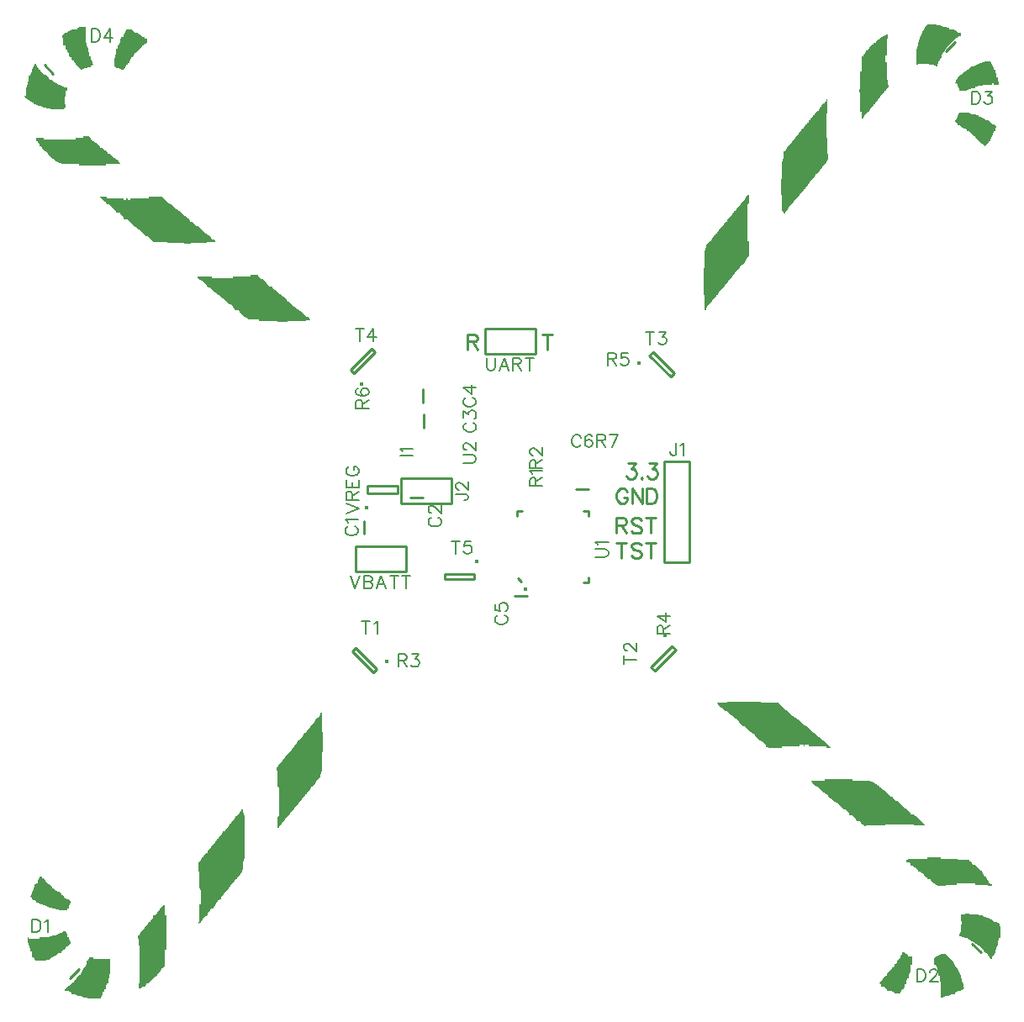
<source format=gto>
G04 DipTrace 3.2.0.1*
G04 Rev1.2.gto*
%MOIN*%
G04 #@! TF.FileFunction,Legend,Top*
G04 #@! TF.Part,Single*
%ADD10C,0.009843*%
%ADD12C,0.003*%
%ADD22C,0.015422*%
%ADD23C,0.015406*%
%ADD24C,0.015404*%
%ADD26C,0.015714*%
%ADD33C,0.015401*%
%ADD68C,0.00772*%
%ADD69C,0.009264*%
%FSLAX26Y26*%
G04*
G70*
G90*
G75*
G01*
G04 TopSilk*
%LPD*%
X1741220Y2237223D2*
D10*
Y2288365D1*
X1925857Y2380286D2*
X1976999D1*
X1978325Y2659469D2*
Y2710610D1*
X1976357Y2759862D2*
Y2811004D1*
X2338356Y1992786D2*
X2389497D1*
X2633248Y2416318D2*
X2582106D1*
X613215Y510355D2*
X577046Y474187D1*
X4152046Y613215D2*
X4188215Y577046D1*
X4049187Y4152046D2*
X4085355Y4188215D1*
X510355Y4061687D2*
X474187Y4097855D1*
X3032283Y2525197D2*
X2932283D1*
X3032283Y2125197D2*
Y2525197D1*
X2932283Y2125197D2*
Y2525197D1*
X3032283Y2125197D2*
X2932283D1*
X2088927Y2357677D2*
Y2457677D1*
X1888927Y2357677D2*
X2088927D1*
X1888927D2*
Y2457677D1*
X2088927D1*
D22*
X1833394Y1730711D3*
X1791435Y1701759D2*
D10*
X1707918Y1785280D1*
X1694006Y1771362D1*
X1777508Y1687841D1*
X1791435Y1701759D1*
D23*
X2934644Y1833394D3*
X2963596Y1791435D2*
D10*
X2880075Y1707918D1*
X2893993Y1694006D1*
X2977514Y1777508D1*
X2963596Y1791435D1*
D22*
X2831960Y2914959D3*
X2873919Y2943911D2*
D10*
X2957437Y2860390D1*
X2971349Y2874308D1*
X2887847Y2957828D1*
X2873919Y2943911D1*
D23*
X1730711Y2831960D3*
X1701759Y2873919D2*
D10*
X1785280Y2957437D1*
X1771362Y2971349D1*
X1687841Y2887847D1*
X1701759Y2873919D1*
D24*
X2188526Y2128637D3*
X2179325Y2078495D2*
D10*
X2061220D1*
Y2058810D1*
X2179325D1*
Y2078495D1*
X2612992Y2045511D2*
X2632672D1*
Y2065128D1*
X2349218Y2328972D2*
Y2309290D1*
Y2328972D2*
X2368898D1*
X2632672Y2309290D2*
Y2328972D1*
X2612992D2*
X2632672D1*
X2364962Y2049435D2*
X2353154Y2061204D1*
D26*
X2382674Y2017999D3*
X2222047Y3051969D2*
D10*
Y2951969D1*
X2422047Y3051969D2*
X2222047D1*
X2422047D2*
Y2951969D1*
X2222047D1*
X1907579Y2087795D2*
Y2187795D1*
X1707579Y2087795D2*
X1907579D1*
X1707579D2*
Y2187795D1*
X1907579D1*
D33*
X1751910Y2342638D3*
X1757173Y2396704D2*
D10*
X1875281D1*
X1757173Y2428195D2*
X1875281D1*
Y2396704D2*
Y2428195D1*
X1757173Y2396704D2*
Y2428195D1*
X3976177Y4257677D2*
D12*
X3997177D1*
X3972480Y4254677D2*
X4027177D1*
X3969258Y4251677D2*
X4027177D1*
X619177Y4248677D2*
X634177D1*
X3966727D2*
X4043771D1*
X604177Y4245677D2*
X634177D1*
X3964907D2*
X4060177D1*
X604177Y4242677D2*
X634177D1*
X3963451D2*
X4060177D1*
X593747Y4239677D2*
X634177D1*
X799177D2*
X811177D1*
X3962156D2*
X4070513D1*
X585848Y4236677D2*
X634177D1*
X798690D2*
X816670D1*
X3960742D2*
X4077543D1*
X578160Y4233677D2*
X634177D1*
X797735D2*
X822476D1*
X3958979D2*
X4083734D1*
X571708Y4230677D2*
X634177D1*
X796194D2*
X827112D1*
X3957272D2*
X4088995D1*
X566603Y4227677D2*
X634177D1*
X794220D2*
X830483D1*
X3955956D2*
X4091335D1*
X556177Y4224677D2*
X634177D1*
X792297D2*
X838810D1*
X3954613D2*
X4105177D1*
X553199Y4221677D2*
X634177D1*
X790741D2*
X844143D1*
X3952902D2*
X4105177D1*
X549924Y4218677D2*
X634177D1*
X789413D2*
X849301D1*
X3814177D2*
D3*
X3951150D2*
X4105177D1*
X547214Y4215677D2*
X634177D1*
X788361D2*
X854188D1*
X3807717D2*
X3814177D1*
X3949680D2*
X4100372D1*
X545452Y4212677D2*
X634177D1*
X787676D2*
X859141D1*
X3801977D2*
X3814177D1*
X3948390D2*
X4095711D1*
X550177Y4209677D2*
X634177D1*
X781177D2*
X863877D1*
X3796475D2*
X3814177D1*
X3947361D2*
X4091108D1*
X550177Y4206677D2*
X634177D1*
X780250D2*
X867956D1*
X3791693D2*
X3814165D1*
X3946707D2*
X4087304D1*
X550177Y4203677D2*
X634177D1*
X778762D2*
X869761D1*
X3788043D2*
X3814060D1*
X3946177D2*
X4084366D1*
X550177Y4200677D2*
X634177D1*
X777209D2*
X880177D1*
X3784834D2*
X3813678D1*
X3945270D2*
X4081648D1*
X550177Y4197677D2*
X634177D1*
X776146D2*
X879714D1*
X3781122D2*
X3812959D1*
X3943775D2*
X4078488D1*
X550177Y4194677D2*
X634177D1*
X775483D2*
X878969D1*
X3776903D2*
X3812190D1*
X3942215D2*
X4074959D1*
X550177Y4191677D2*
X634177D1*
X774846D2*
X878185D1*
X3773301D2*
X3811667D1*
X3941149D2*
X4071778D1*
X550177Y4188677D2*
X634177D1*
X773999D2*
X877614D1*
X3770918D2*
X3811389D1*
X3940484D2*
X4069147D1*
X550177Y4185677D2*
X640177D1*
X772978D2*
X871177D1*
X3763177D2*
X3811261D1*
X3939846D2*
X4066563D1*
X550177Y4182677D2*
X640177D1*
X771675D2*
X868639D1*
X3761201D2*
X3811209D1*
X3939022D2*
X4063456D1*
X556177Y4179677D2*
X640177D1*
X769955D2*
X865898D1*
X3758610D2*
X3811188D1*
X3938213D2*
X4059948D1*
X556641Y4176677D2*
X640201D1*
X768288D2*
X863196D1*
X3755711D2*
X3811181D1*
X3937675D2*
X4056774D1*
X557385Y4173677D2*
X640412D1*
X767188D2*
X860423D1*
X3752800D2*
X3811178D1*
X3937391D2*
X4054169D1*
X558161Y4170677D2*
X640904D1*
X766611D2*
X857471D1*
X3749979D2*
X3811178D1*
X3937262D2*
X4051797D1*
X558689Y4167677D2*
X642545D1*
X766349D2*
X854346D1*
X3747140D2*
X3811177D1*
X3937209D2*
X4049455D1*
X558984Y4164677D2*
X644135D1*
X766238D2*
X851216D1*
X3744250D2*
X3811177D1*
X3937188D2*
X4047361D1*
X565177Y4161677D2*
X645194D1*
X760177D2*
X848240D1*
X3741868D2*
X3811177D1*
X3931177D2*
X4045537D1*
X565201Y4158677D2*
X645765D1*
X760165D2*
X845200D1*
X3740311D2*
X3811177D1*
X3931177D2*
X4043425D1*
X565412Y4155677D2*
X646126D1*
X760060D2*
X842155D1*
X3733177D2*
X3811177D1*
X3931177D2*
X4040937D1*
X565904Y4152677D2*
X646614D1*
X759678D2*
X839302D1*
X3732690D2*
X3811177D1*
X3931177D2*
X4038737D1*
X567659Y4149677D2*
X647373D1*
X758959D2*
X836464D1*
X3731724D2*
X3811177D1*
X3931177D2*
X4037146D1*
X569633Y4146677D2*
X648157D1*
X758190D2*
X833486D1*
X3730077D2*
X3811177D1*
X3931177D2*
X4035576D1*
X571412Y4143677D2*
X648685D1*
X757667D2*
X830375D1*
X3727732D2*
X3811177D1*
X3931177D2*
X4033444D1*
X572741Y4140677D2*
X648965D1*
X757389D2*
X827463D1*
X3725196D2*
X3811177D1*
X3931177D2*
X4031060D1*
X573522Y4137677D2*
X649093D1*
X757261D2*
X825344D1*
X3723240D2*
X3805177D1*
X3931177D2*
X4029196D1*
X573924Y4134677D2*
X649147D1*
X757209D2*
X824066D1*
X3722030D2*
X3805177D1*
X3931177D2*
X4028099D1*
X580177Y4131677D2*
X655177D1*
X757188D2*
X817177D1*
X3715177D2*
X3805177D1*
X3931177D2*
X4027559D1*
X581226Y4128677D2*
X655201D1*
X757181D2*
X816238D1*
X3715177D2*
X3805177D1*
X3931177D2*
X4027316D1*
X582330Y4125677D2*
X655412D1*
X751177D2*
X814645D1*
X3715177D2*
X3805177D1*
X3931177D2*
X4021177D1*
X583687Y4122677D2*
X655904D1*
X751177D2*
X812709D1*
X3715177D2*
X3805177D1*
X3931177D2*
X4021154D1*
X585640Y4119677D2*
X657545D1*
X751177D2*
X810940D1*
X3715177D2*
X3805177D1*
X3931177D2*
X4020943D1*
X588181Y4116677D2*
X659135D1*
X751177D2*
X809613D1*
X3715177D2*
X3805177D1*
X3931177D2*
X4020451D1*
X591101Y4113677D2*
X660205D1*
X751177D2*
X808832D1*
X3715177D2*
X3805177D1*
X3931177D2*
X4018798D1*
X593959Y4110677D2*
X660879D1*
X751177D2*
X808430D1*
X3715177D2*
X3805177D1*
X3931177D2*
X4017103D1*
X4210177D2*
X4222177D1*
X596247Y4107677D2*
X661599D1*
X751177D2*
X802177D1*
X3715177D2*
X3811177D1*
X3931177D2*
X4015661D1*
X4195814D2*
X4225061D1*
X598223Y4104677D2*
X662733D1*
X751201D2*
X802177D1*
X3715177D2*
X3811177D1*
X3931177D2*
X4014382D1*
X4185277D2*
X4227169D1*
X436177Y4101677D2*
X439177D1*
X600445D2*
X664177D1*
X751412D2*
X796177D1*
X3715177D2*
X3811177D1*
X3931177D2*
X3937177D1*
X3991177D2*
X4013350D1*
X4177054D2*
X4228760D1*
X434769Y4098677D2*
X440116D1*
X603007D2*
X659990D1*
X751904D2*
X795690D1*
X3715177D2*
X3811177D1*
X4009177D2*
X4012673D1*
X4170684D2*
X4229939D1*
X433696Y4095677D2*
X441709D1*
X605718D2*
X657208D1*
X753946D2*
X794735D1*
X3715177D2*
X3811177D1*
X4009177D2*
X4012177D1*
X4165016D2*
X4230830D1*
X432496Y4092677D2*
X443645D1*
X608443D2*
X644841D1*
X757217D2*
X793194D1*
X3715177D2*
X3811177D1*
X4150177D2*
X4231932D1*
X430854Y4089677D2*
X445414D1*
X611245D2*
X637803D1*
X762358D2*
X791230D1*
X3715177D2*
X3811177D1*
X4147761D2*
X4233518D1*
X429131Y4086677D2*
X446741D1*
X614177D2*
X631514D1*
X768968D2*
X789398D1*
X3715177D2*
X3811177D1*
X4144635D2*
X4235117D1*
X427673Y4083677D2*
X447522D1*
X616839D2*
X626429D1*
X775404D2*
X788128D1*
X3715177D2*
X3811177D1*
X4141711D2*
X4236190D1*
X426387Y4080677D2*
X447924D1*
X619177D2*
X622177D1*
X781177D2*
X787177D1*
X3715177D2*
X3811177D1*
X4139688D2*
X4236786D1*
X425360Y4077677D2*
X454177D1*
X3715177D2*
X3811177D1*
X4133372D2*
X4243177D1*
X424707Y4074677D2*
X456715D1*
X3715177D2*
X3811177D1*
X4128699D2*
X4243189D1*
X424177Y4071677D2*
X459456D1*
X3709177D2*
X3811177D1*
X4123991D2*
X4243294D1*
X423270Y4068677D2*
X462170D1*
X3709177D2*
X3811177D1*
X4119816D2*
X4243677D1*
X421775Y4065677D2*
X465060D1*
X3709177D2*
X3811177D1*
X4116266D2*
X4244395D1*
X420215Y4062677D2*
X468500D1*
X3709177D2*
X3811177D1*
X4113161D2*
X4245164D1*
X419156Y4059677D2*
X472714D1*
X3709177D2*
X3811189D1*
X4110184D2*
X4245688D1*
X418565Y4056677D2*
X477238D1*
X3709177D2*
X3811294D1*
X4107029D2*
X4245966D1*
X412177Y4053677D2*
X481229D1*
X3709177D2*
X3811677D1*
X4103779D2*
X4246093D1*
X412177Y4050677D2*
X484711D1*
X3709177D2*
X3812395D1*
X4100483D2*
X4246147D1*
X412177Y4047677D2*
X487902D1*
X3709177D2*
X3813164D1*
X4097284D2*
X4252177D1*
X412165Y4044677D2*
X490410D1*
X3709177D2*
X3813688D1*
X4094379D2*
X4252189D1*
X412060Y4041677D2*
X492018D1*
X3709177D2*
X3813966D1*
X4091731D2*
X4252294D1*
X411678Y4038677D2*
X502177D1*
X3709177D2*
X3814093D1*
X4089609D2*
X4252677D1*
X410959Y4035677D2*
X505619D1*
X3709177D2*
X3814146D1*
X4088308D2*
X4253395D1*
X410190Y4032677D2*
X509638D1*
X3709177D2*
X3814166D1*
X4087618D2*
X4254164D1*
X409667Y4029677D2*
X513133D1*
X3709177D2*
X3814173D1*
X4093177D2*
X4254688D1*
X409365Y4026677D2*
X515465D1*
X3709177D2*
X3814176D1*
X4093291D2*
X4254966D1*
X409027Y4023677D2*
X523177D1*
X3709177D2*
X3814177D1*
X4093676D2*
X4228177D1*
X4240177D2*
X4255099D1*
X408210Y4020677D2*
X523177D1*
X3709177D2*
X3814177D1*
X4094418D2*
X4228177D1*
X4240177D2*
X4255177D1*
X406752Y4017677D2*
X533237D1*
X3709177D2*
X3820177D1*
X4095399D2*
X4183177D1*
X405207Y4014677D2*
X540795D1*
X3709165D2*
X3819238D1*
X4096687D2*
X4162177D1*
X404158Y4011677D2*
X547010D1*
X3709060D2*
X3817622D1*
X4098402D2*
X4162177D1*
X403600Y4008677D2*
X562177D1*
X3708678D2*
X3815475D1*
X4100067D2*
X4149919D1*
X403346Y4005677D2*
X562177D1*
X3707959D2*
X3812941D1*
X4101167D2*
X4141359D1*
X403240Y4002677D2*
X562177D1*
X3707190D2*
X3810154D1*
X4101744D2*
X4133236D1*
X403200Y3999677D2*
X556177D1*
X3706667D2*
X3807626D1*
X4102017D2*
X4126223D1*
X403185Y3996677D2*
X556177D1*
X3706400D2*
X3805420D1*
X4102177D2*
X4120177D1*
X403180Y3993677D2*
X556177D1*
X3706378D2*
X3803153D1*
X403178Y3990677D2*
X556177D1*
X3706708D2*
X3800887D1*
X403177Y3987677D2*
X556165D1*
X3707406D2*
X3798757D1*
X403177Y3984677D2*
X556060D1*
X3708168D2*
X3796407D1*
X403177Y3981677D2*
X555678D1*
X3708689D2*
X3793398D1*
X403177Y3978677D2*
X554959D1*
X3708966D2*
X3789927D1*
X397177Y3975677D2*
X554190D1*
X3709093D2*
X3786790D1*
X397365Y3972677D2*
X553667D1*
X3709146D2*
X3784377D1*
X398677Y3969677D2*
X553389D1*
X3709166D2*
X3782561D1*
X402442Y3966677D2*
X553261D1*
X3709173D2*
X3780892D1*
X406809Y3963677D2*
X553209D1*
X3709176D2*
X3778899D1*
X411546Y3960677D2*
X553188D1*
X3574177D2*
D3*
X3709177D2*
X3776584D1*
X417210Y3957677D2*
X553181D1*
X3574177D2*
D3*
X3709177D2*
X3773981D1*
X423234Y3954677D2*
X553178D1*
X3574177D2*
D3*
X3709177D2*
X3771190D1*
X428004Y3951677D2*
X553189D1*
X3568177D2*
X3574177D1*
X3709177D2*
X3768847D1*
X431456Y3948677D2*
X553294D1*
X3568177D2*
X3574177D1*
X3709177D2*
X3767303D1*
X439951Y3945677D2*
X553677D1*
X3562177D2*
X3574177D1*
X3709177D2*
X3760177D1*
X446554Y3942677D2*
X554395D1*
X3560224D2*
X3574177D1*
X3709177D2*
X3759128D1*
X453625Y3939677D2*
X555164D1*
X3557844D2*
X3574177D1*
X3709177D2*
X3758024D1*
X460044Y3936677D2*
X555652D1*
X3555698D2*
X3574177D1*
X3709177D2*
X3756668D1*
X465980Y3933677D2*
X555885D1*
X3554131D2*
X3574177D1*
X3709177D2*
X3754714D1*
X481177Y3930677D2*
X554928D1*
X3552571D2*
X3574177D1*
X3709177D2*
X3752173D1*
X481177Y3927677D2*
X551453D1*
X3550442D2*
X3574177D1*
X3709177D2*
X3749253D1*
X511177Y3924677D2*
X547177D1*
X3548058D2*
X3574177D1*
X3709177D2*
X3746418D1*
X3546183Y3921677D2*
X3574177D1*
X3709177D2*
X3744328D1*
X3545009Y3918677D2*
X3574177D1*
X3709177D2*
X3743061D1*
X3538177Y3915677D2*
X3574177D1*
X3715177D2*
X3736177D1*
X3535662Y3912677D2*
X3574177D1*
X3715177D2*
X3735238D1*
X3533133Y3909677D2*
X3574165D1*
X3715177D2*
X3733622D1*
X4102177D2*
X4105177D1*
X3531218Y3906677D2*
X3574060D1*
X3715177D2*
X3731475D1*
X4101250D2*
X4138177D1*
X3530102Y3903677D2*
X3573678D1*
X3715177D2*
X3728929D1*
X4099751D2*
X4138177D1*
X3529532Y3900677D2*
X3572959D1*
X3715177D2*
X3726060D1*
X4098092D2*
X4155990D1*
X3523177Y3897677D2*
X3572190D1*
X3715177D2*
X3723359D1*
X4096659D2*
X4174177D1*
X3521900Y3894677D2*
X3571667D1*
X3715177D2*
X3721180D1*
X4095359D2*
X4174177D1*
X3520027Y3891677D2*
X3571389D1*
X3715177D2*
X3719525D1*
X4094124D2*
X4180951D1*
X3517244Y3888677D2*
X3571261D1*
X3715177D2*
X3718177D1*
X4092719D2*
X4187554D1*
X3513869Y3885677D2*
X3571209D1*
X4090858D2*
X4194602D1*
X3510769Y3882677D2*
X3571188D1*
X4088807D2*
X4200792D1*
X3508393Y3879677D2*
X3571181D1*
X4087125D2*
X4205801D1*
X3506792Y3876677D2*
X3571178D1*
X4085926D2*
X4216177D1*
X3505899Y3873677D2*
X3571178D1*
X4086108D2*
X4219619D1*
X3505453Y3870677D2*
X3571177D1*
X4089619D2*
X4223638D1*
X3499177Y3867677D2*
X3571177D1*
X4092635D2*
X4227133D1*
X3499177Y3864677D2*
X3571177D1*
X4094670D2*
X4229465D1*
X3493177Y3861677D2*
X3571177D1*
X4100982D2*
X4235994D1*
X3491224Y3858677D2*
X3571177D1*
X4105667D2*
X4240893D1*
X3488844Y3855677D2*
X3571177D1*
X4110504D2*
X4246177D1*
X3486721Y3852677D2*
X3571177D1*
X4115260D2*
X4244792D1*
X3485372Y3849677D2*
X3571177D1*
X4120165D2*
X4243931D1*
X3484645Y3846677D2*
X3571177D1*
X4124885D2*
X4243495D1*
X3478177Y3843677D2*
X3571177D1*
X4128957D2*
X4243301D1*
X3476911Y3840677D2*
X3571177D1*
X4130762D2*
X4243220D1*
X3475144Y3837677D2*
X3571177D1*
X4141177D2*
X4237177D1*
X3472731Y3834677D2*
X3571177D1*
X4143715D2*
X4236250D1*
X3469969Y3831677D2*
X3571177D1*
X4146456D2*
X4234762D1*
X3467257Y3828677D2*
X3571189D1*
X4149158D2*
X4233197D1*
X3464686Y3825677D2*
X3571294D1*
X4151931D2*
X4232041D1*
X3462594Y3822677D2*
X3571677D1*
X4154883D2*
X4231101D1*
X3461302Y3819677D2*
X3572395D1*
X4158008D2*
X4230104D1*
X3460616Y3816677D2*
X3573164D1*
X4161127D2*
X4229019D1*
X628177Y3813677D2*
X649177D1*
X3454177D2*
X3573688D1*
X4164020D2*
X4227690D1*
X628177Y3810677D2*
X651469D1*
X3452900D2*
X3573966D1*
X4166877D2*
X4225960D1*
X442177Y3807677D2*
X469177D1*
X598177D2*
X654129D1*
X3451027D2*
X3574093D1*
X4169863D2*
X4224289D1*
X442177Y3804677D2*
X469177D1*
X598177D2*
X657110D1*
X3448255D2*
X3574146D1*
X4173001D2*
X4223184D1*
X442177Y3801677D2*
X660201D1*
X3444974D2*
X3574166D1*
X4176148D2*
X4222575D1*
X448177Y3798677D2*
X663363D1*
X3442151D2*
X3574173D1*
X4179230D2*
X4216177D1*
X448664Y3795677D2*
X667158D1*
X3440088D2*
X3574176D1*
X4182642D2*
X4215128D1*
X449619Y3792677D2*
X671637D1*
X3438327D2*
X3574177D1*
X4186300D2*
X4214024D1*
X451160Y3789677D2*
X676015D1*
X3436403D2*
X3574177D1*
X4189540D2*
X4212668D1*
X453124Y3786677D2*
X679806D1*
X3434071D2*
X3574177D1*
X4192189D2*
X4210707D1*
X454957Y3783677D2*
X683063D1*
X3431329D2*
X3574177D1*
X4194742D2*
X4208094D1*
X456227Y3780677D2*
X686093D1*
X3428292D2*
X3574177D1*
X4197749D2*
X4204849D1*
X463177Y3777677D2*
X689060D1*
X3425208D2*
X3574177D1*
X4201177D2*
D3*
X463664Y3774677D2*
X691470D1*
X3422351D2*
X3574177D1*
X464642Y3771677D2*
X693039D1*
X3419709D2*
X3574177D1*
X466395Y3768677D2*
X703177D1*
X3417489D2*
X3574177D1*
X469133Y3765677D2*
X706167D1*
X3415812D2*
X3574177D1*
X472517Y3762677D2*
X709570D1*
X3414438D2*
X3574177D1*
X475822Y3759677D2*
X712854D1*
X3413370D2*
X3574177D1*
X478972Y3756677D2*
X715975D1*
X3412679D2*
X3574201D1*
X482115Y3753677D2*
X719005D1*
X3406177D2*
X3574412D1*
X484950Y3750677D2*
X721448D1*
X3406177D2*
X3574904D1*
X487376Y3747677D2*
X723031D1*
X3406177D2*
X3576545D1*
X489860Y3744677D2*
X733177D1*
X3406177D2*
X3578135D1*
X492924Y3741677D2*
X735715D1*
X3406177D2*
X3579194D1*
X496416Y3738677D2*
X738456D1*
X3406177D2*
X3579753D1*
X499584Y3735677D2*
X741170D1*
X3406177D2*
X3580009D1*
X502222Y3732677D2*
X744060D1*
X3406154D2*
X3580091D1*
X504910Y3729677D2*
X747500D1*
X3405943D2*
X3579920D1*
X508409Y3726677D2*
X751726D1*
X3405451D2*
X3579447D1*
X512741Y3723677D2*
X756332D1*
X3403809D2*
X3577808D1*
X517114Y3720677D2*
X760506D1*
X3402220D2*
X3576207D1*
X521437Y3717677D2*
X764058D1*
X3401161D2*
X3575020D1*
X526891Y3714677D2*
X767059D1*
X3400601D2*
X3573867D1*
X534697Y3711677D2*
X769667D1*
X3400346D2*
X3572105D1*
X544177Y3708677D2*
X772177D1*
X3400240D2*
X3569571D1*
X613177Y3705677D2*
X715177D1*
X3400200D2*
X3566599D1*
X613177Y3702677D2*
X715177D1*
X3400185D2*
X3563440D1*
X3400180Y3699677D2*
X3560494D1*
X3400178Y3696677D2*
X3558346D1*
X3400177Y3693677D2*
X3556906D1*
X3400177Y3690677D2*
X3555350D1*
X3400177Y3687677D2*
X3552887D1*
X3400177Y3684677D2*
X3549707D1*
X3400177Y3681677D2*
X3546679D1*
X3400177Y3678677D2*
X3544110D1*
X3400177Y3675677D2*
X3541550D1*
X3400177Y3672677D2*
X3538464D1*
X3400177Y3669677D2*
X3535064D1*
X3400165Y3666677D2*
X3532285D1*
X3400060Y3663677D2*
X3530480D1*
X3399678Y3660677D2*
X3529049D1*
X3398959Y3657677D2*
X3527185D1*
X3398190Y3654677D2*
X3524700D1*
X3397667Y3651677D2*
X3521989D1*
X3397389Y3648677D2*
X3519138D1*
X3397261Y3645677D2*
X3516030D1*
X3397209Y3642677D2*
X3512894D1*
X3397188Y3639677D2*
X3509995D1*
X3397181Y3636677D2*
X3507619D1*
X3397178Y3633677D2*
X3505842D1*
X3397178Y3630677D2*
X3504225D1*
X3397177Y3627677D2*
X3502363D1*
X3397177Y3624677D2*
X3500057D1*
X3397177Y3621677D2*
X3497324D1*
X3397177Y3618677D2*
X3494314D1*
X3397177Y3615677D2*
X3491442D1*
X3397177Y3612677D2*
X3489326D1*
X3397177Y3609677D2*
X3487899D1*
X3397177Y3606677D2*
X3486347D1*
X3397177Y3603677D2*
X3483886D1*
X3397177Y3600677D2*
X3480683D1*
X3397177Y3597677D2*
X3477468D1*
X3397177Y3594677D2*
X3474357D1*
X3397177Y3591677D2*
X3471230D1*
X3397189Y3588677D2*
X3468425D1*
X3397294Y3585677D2*
X3466212D1*
X3262177Y3582677D2*
X3265177D1*
X3397677D2*
X3464493D1*
X3260224Y3579677D2*
X3265177D1*
X3398395D2*
X3462854D1*
X3257844Y3576677D2*
X3265177D1*
X3399164D2*
X3460796D1*
X697177Y3573677D2*
X718177D1*
X889177D2*
X940177D1*
X3255710D2*
X3265177D1*
X3399688D2*
X3458304D1*
X699389Y3570677D2*
X718177D1*
X889177D2*
X942583D1*
X3254236D2*
X3265177D1*
X3399966D2*
X3455621D1*
X701982Y3567677D2*
X787177D1*
X799177D2*
X802177D1*
X814177D2*
X945628D1*
X3252953D2*
X3265177D1*
X3400093D2*
X3452906D1*
X705379Y3564677D2*
X787177D1*
X799177D2*
X802177D1*
X814177D2*
X949328D1*
X3251137D2*
X3265177D1*
X3400146D2*
X3450089D1*
X709716Y3561677D2*
X953153D1*
X3248594D2*
X3265177D1*
X3400166D2*
X3447007D1*
X713986Y3558677D2*
X956545D1*
X3245708D2*
X3265154D1*
X3400173D2*
X3443885D1*
X717419Y3555677D2*
X959671D1*
X3242824D2*
X3264943D1*
X3400176D2*
X3440991D1*
X720445Y3552677D2*
X962781D1*
X3240213D2*
X3264451D1*
X3400177D2*
X3438618D1*
X723758Y3549677D2*
X965994D1*
X3238116D2*
X3262809D1*
X3400177D2*
X3436842D1*
X727389Y3546677D2*
X969359D1*
X3236429D2*
X3261220D1*
X3400177D2*
X3435201D1*
X730890Y3543677D2*
X973108D1*
X3234628D2*
X3260161D1*
X3400177D2*
X3433152D1*
X734467Y3540677D2*
X977589D1*
X3232014D2*
X3259601D1*
X3400177D2*
X3430292D1*
X738445Y3537677D2*
X982174D1*
X3228759D2*
X3259346D1*
X3400177D2*
X3426887D1*
X742435Y3534677D2*
X986073D1*
X3225699D2*
X3259240D1*
X3400177D2*
X3423775D1*
X746092Y3531677D2*
X989491D1*
X3223117D2*
X3259200D1*
X3400177D2*
X3421372D1*
X749519Y3528677D2*
X992934D1*
X3220552D2*
X3259185D1*
X3400177D2*
X3419559D1*
X752839Y3525677D2*
X996927D1*
X3217465D2*
X3259180D1*
X3400201D2*
X3417891D1*
X755838Y3522677D2*
X1001421D1*
X3214064D2*
X3259178D1*
X3400412D2*
X3415922D1*
X758323Y3519677D2*
X1005487D1*
X3211285D2*
X3259177D1*
X3400904D2*
X3413816D1*
X759365Y3516677D2*
X1008689D1*
X3209480D2*
X3259177D1*
X3402599D2*
X3411948D1*
X772177Y3513677D2*
X1011570D1*
X3208049D2*
X3259177D1*
X3404437D2*
X3410440D1*
X774153Y3510677D2*
X1014810D1*
X3206185D2*
X3259177D1*
X3406177D2*
X3409177D1*
X776757Y3507677D2*
X1018420D1*
X3203700D2*
X3259177D1*
X779749Y3504677D2*
X1022014D1*
X3200989D2*
X3259177D1*
X782913Y3501677D2*
X1025957D1*
X3198138D2*
X3259177D1*
X785861Y3498677D2*
X1030547D1*
X3195030D2*
X3259177D1*
X788325Y3495677D2*
X1034923D1*
X3191894D2*
X3259177D1*
X789366Y3492677D2*
X1038384D1*
X3188995D2*
X3259177D1*
X799177Y3489677D2*
X1041320D1*
X3186619D2*
X3259177D1*
X802167Y3486677D2*
X1044245D1*
X3184866D2*
X3259177D1*
X805546Y3483677D2*
X1047018D1*
X3183459D2*
X3259177D1*
X808666Y3480677D2*
X1049064D1*
X3182377D2*
X3259177D1*
X811457Y3477677D2*
X1050308D1*
X3181681D2*
X3259177D1*
X814683Y3474677D2*
X1055982D1*
X3175177D2*
X3259177D1*
X818850Y3471677D2*
X1060655D1*
X3172662D2*
X3259177D1*
X823281Y3468677D2*
X1065363D1*
X3170133D2*
X3259177D1*
X827114Y3465677D2*
X1069538D1*
X3168195D2*
X3259177D1*
X830482Y3462677D2*
X1073112D1*
X3166848D2*
X3259177D1*
X833705Y3459677D2*
X1076428D1*
X3165328D2*
X3259177D1*
X836954Y3456677D2*
X1080158D1*
X3162879D2*
X3259177D1*
X840244Y3453677D2*
X1084656D1*
X3159681D2*
X3259177D1*
X843723Y3450677D2*
X1089167D1*
X3156467D2*
X3259177D1*
X847869Y3447677D2*
X1093161D1*
X3153357D2*
X3259177D1*
X852404Y3444677D2*
X1096762D1*
X3150230D2*
X3259177D1*
X856538Y3441677D2*
X1099808D1*
X3147425D2*
X3259177D1*
X860084Y3438677D2*
X1102334D1*
X3145235D2*
X3259177D1*
X863190Y3435677D2*
X1104958D1*
X3143727D2*
X3259177D1*
X866146Y3432677D2*
X1108405D1*
X3142874D2*
X3259177D1*
X869080Y3429677D2*
X1112516D1*
X3142444D2*
X3259177D1*
X871478Y3426677D2*
X1116076D1*
X3136177D2*
X3259177D1*
X873041Y3423677D2*
X1118444D1*
X3136177D2*
X3259177D1*
X883177Y3420677D2*
X1126177D1*
X3130177D2*
X3259177D1*
X886167Y3417677D2*
X1128692D1*
X3128224D2*
X3259177D1*
X889546Y3414677D2*
X1131222D1*
X3125844D2*
X3259177D1*
X892654Y3411677D2*
X1133148D1*
X3123698D2*
X3259177D1*
X895355Y3408677D2*
X1134339D1*
X3122131D2*
X3259177D1*
X898347Y3405677D2*
X1147177D1*
X3120571D2*
X3259177D1*
X902369Y3402677D2*
X1148583D1*
X3118419D2*
X3259177D1*
X907177Y3399677D2*
X1150177D1*
X3115801D2*
X3259177D1*
X961177Y3396677D2*
X1117177D1*
X3112962D2*
X3265177D1*
X961177Y3393677D2*
X1117177D1*
X3109652D2*
X3265177D1*
X1030177Y3390677D2*
X1051177D1*
X3106032D2*
X3265177D1*
X3102831Y3387677D2*
X3265177D1*
X3100415Y3384677D2*
X3265177D1*
X3098800Y3381677D2*
X3265177D1*
X3097905Y3378677D2*
X3265177D1*
X3097476Y3375677D2*
X3265177D1*
X3097292Y3372677D2*
X3265177D1*
X3097219Y3369677D2*
X3265177D1*
X3097192Y3366677D2*
X3265177D1*
X3097182Y3363677D2*
X3265177D1*
X3091177Y3360677D2*
X3265177D1*
X3091177Y3357677D2*
X3265177D1*
X3091177Y3354677D2*
X3265177D1*
X3091177Y3351677D2*
X3265177D1*
X3091177Y3348677D2*
X3265154D1*
X3091177Y3345677D2*
X3264931D1*
X3091177Y3342677D2*
X3264404D1*
X3091177Y3339677D2*
X3262327D1*
X3091177Y3336677D2*
X3260006D1*
X3091177Y3333677D2*
X3258151D1*
X3091177Y3330677D2*
X3256845D1*
X3091177Y3327677D2*
X3255441D1*
X3091177Y3324677D2*
X3253389D1*
X3091177Y3321677D2*
X3251038D1*
X3091177Y3318677D2*
X3249175D1*
X3091177Y3315677D2*
X3248006D1*
X3091177Y3312677D2*
X3241177D1*
X3091177Y3309677D2*
X3241177D1*
X3091177Y3306677D2*
X3235177D1*
X3091177Y3303677D2*
X3234485D1*
X3091165Y3300677D2*
X3233299D1*
X3091060Y3297677D2*
X3230611D1*
X3090678Y3294677D2*
X3227704D1*
X3089959Y3291677D2*
X3224797D1*
X3089190Y3288677D2*
X3221977D1*
X3088667Y3285677D2*
X3219139D1*
X3088389Y3282677D2*
X3216251D1*
X3088261Y3279677D2*
X3213864D1*
X3088209Y3276677D2*
X3212194D1*
X3088188Y3273677D2*
X3210593D1*
X3088181Y3270677D2*
X3208427D1*
X3088178Y3267677D2*
X3205828D1*
X1291177Y3264677D2*
X1318177D1*
X3088178D2*
X3203186D1*
X1291177Y3261677D2*
X1319455D1*
X3088177D2*
X3200522D1*
X1081177Y3258677D2*
X1135177D1*
X1222177D2*
X1321328D1*
X3088177D2*
X3197852D1*
X1083153Y3255677D2*
X1135177D1*
X1222177D2*
X1324134D1*
X3088177D2*
X3195087D1*
X1085780Y3252677D2*
X1327744D1*
X3088177D2*
X3192208D1*
X1088983Y3249677D2*
X1331819D1*
X3088177D2*
X3189645D1*
X1092924Y3246677D2*
X1336408D1*
X3088177D2*
X3187426D1*
X1097413Y3243677D2*
X1341089D1*
X3088177D2*
X3185155D1*
X1101482Y3240677D2*
X1344971D1*
X3088177D2*
X3182888D1*
X1104687Y3237677D2*
X1347953D1*
X3088177D2*
X3180758D1*
X1107569Y3234677D2*
X1350692D1*
X3088177D2*
X3178407D1*
X1110810Y3231677D2*
X1353849D1*
X3088177D2*
X3175409D1*
X1114373Y3228677D2*
X1357277D1*
X3088177D2*
X3172044D1*
X1117592Y3225677D2*
X1360074D1*
X3088177D2*
X3169278D1*
X1120428Y3222677D2*
X1361877D1*
X3088177D2*
X3167478D1*
X1123672Y3219677D2*
X1372177D1*
X3088177D2*
X3166048D1*
X1127846Y3216677D2*
X1374153D1*
X3088177D2*
X3164173D1*
X1132280Y3213677D2*
X1376745D1*
X3088177D2*
X3161607D1*
X1136114Y3210677D2*
X1379667D1*
X3088177D2*
X3158712D1*
X1139506Y3207677D2*
X1382788D1*
X3088177D2*
X3155802D1*
X1142940Y3204677D2*
X1386375D1*
X3088177D2*
X3152979D1*
X1146929Y3201677D2*
X1390662D1*
X3088189D2*
X3150140D1*
X1151445Y3198677D2*
X1395218D1*
X3088294D2*
X3147240D1*
X1155698Y3195677D2*
X1399222D1*
X3088677D2*
X3144770D1*
X1159454Y3192677D2*
X1402732D1*
X3089395D2*
X3142917D1*
X1163007Y3189677D2*
X1406134D1*
X3090164D2*
X3141257D1*
X1166349Y3186677D2*
X1409425D1*
X3090688D2*
X3139376D1*
X1169467Y3183677D2*
X1412686D1*
X3090966D2*
X3137062D1*
X1172570Y3180677D2*
X1416225D1*
X3091093D2*
X3134325D1*
X1176212Y3177677D2*
X1420163D1*
X3091146D2*
X3131291D1*
X1180652Y3174677D2*
X1424090D1*
X3091166D2*
X3128208D1*
X1184963Y3171677D2*
X1427522D1*
X3091173D2*
X3125351D1*
X1188411Y3168677D2*
X1430663D1*
X3091176D2*
X3122697D1*
X1191442Y3165677D2*
X1433778D1*
X3091177D2*
X3120372D1*
X1194746Y3162677D2*
X1436970D1*
X3091177D2*
X3118301D1*
X1198237Y3159677D2*
X1440113D1*
X3091177D2*
X3116103D1*
X1201060Y3156677D2*
X1443016D1*
X3091177D2*
X3113868D1*
X1202872Y3153677D2*
X1445876D1*
X3091177D2*
X3111750D1*
X1213177Y3150677D2*
X1448863D1*
X3091177D2*
X3109404D1*
X1215153Y3147677D2*
X1452025D1*
X3091177D2*
X3106408D1*
X1217757Y3144677D2*
X1455370D1*
X3091177D2*
X3103032D1*
X1220749Y3141677D2*
X1459112D1*
X3091177D2*
X3100172D1*
X1223913Y3138677D2*
X1463590D1*
X3091177D2*
X3098117D1*
X1226861Y3135677D2*
X1468174D1*
X3091177D2*
X3096535D1*
X1229325Y3132677D2*
X1472061D1*
X3091177D2*
X3095259D1*
X1230366Y3129677D2*
X1475385D1*
X3091177D2*
X3094177D1*
X1243177Y3126677D2*
X1478552D1*
X1245153Y3123677D2*
X1482209D1*
X1247745Y3120677D2*
X1486652D1*
X1250643Y3117677D2*
X1490964D1*
X1253566Y3114677D2*
X1494411D1*
X1256493Y3111677D2*
X1497443D1*
X1259737Y3108677D2*
X1500781D1*
X1263579Y3105677D2*
X1504611D1*
X1267688Y3102677D2*
X1508771D1*
X1271866Y3099677D2*
X1513380D1*
X1275917Y3096677D2*
X1517968D1*
X1279309Y3093677D2*
X1521974D1*
X1282177Y3090677D2*
X1523769D1*
X1324177Y3087677D2*
X1510177D1*
X1324177Y3084677D2*
X1510177D1*
X1399177Y3081677D2*
X1435177D1*
X3181177Y1572677D2*
X3313177D1*
X3181177Y1569677D2*
X3313177D1*
X3142177Y1566677D2*
X3379177D1*
X3144501Y1563677D2*
X3384271D1*
X3147002Y1560677D2*
X3388472D1*
X3149796Y1557677D2*
X3391927D1*
X3153300Y1554677D2*
X3395064D1*
X3157684Y1551677D2*
X3398274D1*
X3161998Y1548677D2*
X3401456D1*
X3165637Y1545677D2*
X3404495D1*
X3169326Y1542677D2*
X3407468D1*
X3173706Y1539677D2*
X3410729D1*
X3178227Y1536677D2*
X3414553D1*
X3182095Y1533677D2*
X3418476D1*
X3185499Y1530677D2*
X3422107D1*
X1570177Y1527677D2*
X1573177D1*
X3188937D2*
X3425524D1*
X1569690Y1524677D2*
X1573177D1*
X3192928D2*
X3428888D1*
X1568712Y1521677D2*
X1573177D1*
X3197445D2*
X3432319D1*
X1566960Y1518677D2*
X1573177D1*
X3201698D2*
X3436094D1*
X1564221Y1515677D2*
X1573177D1*
X3205454D2*
X3440584D1*
X1560861Y1512677D2*
X1573177D1*
X3209007D2*
X3445172D1*
X1557743Y1509677D2*
X1573177D1*
X3212349D2*
X3449072D1*
X1555158Y1506677D2*
X1573177D1*
X3215443D2*
X3452491D1*
X1552793Y1503677D2*
X1573177D1*
X3218336D2*
X3455934D1*
X1550442Y1500677D2*
X1573177D1*
X3221224D2*
X3459927D1*
X1548267Y1497677D2*
X1573177D1*
X3224333D2*
X3464421D1*
X1546260Y1494677D2*
X1573177D1*
X3227477D2*
X3468487D1*
X1544065Y1491677D2*
X1573177D1*
X3230491D2*
X3471689D1*
X1541652Y1488677D2*
X1573177D1*
X3233353D2*
X3474570D1*
X1538996Y1485677D2*
X1573177D1*
X3236242D2*
X3477810D1*
X1536084Y1482677D2*
X1573177D1*
X3239475D2*
X3481420D1*
X1533369Y1479677D2*
X1573177D1*
X3243199D2*
X3485014D1*
X1531192Y1476677D2*
X1573177D1*
X3247579D2*
X3488957D1*
X1529486Y1473677D2*
X1573177D1*
X3252159D2*
X3493547D1*
X1527852Y1470677D2*
X1573177D1*
X3255997D2*
X3497923D1*
X1525783Y1467677D2*
X1573177D1*
X3258974D2*
X3501396D1*
X1523198Y1464677D2*
X1573177D1*
X3261812D2*
X3504437D1*
X1520238Y1461677D2*
X1573189D1*
X3265373D2*
X3507756D1*
X1517187Y1458677D2*
X1573294D1*
X3269729D2*
X3511353D1*
X1514320Y1455677D2*
X1573677D1*
X3274063D2*
X3514573D1*
X1511484Y1452677D2*
X1574395D1*
X3277924D2*
X3517320D1*
X1508606Y1449677D2*
X1575164D1*
X3281450D2*
X3520289D1*
X1505864Y1446677D2*
X1575688D1*
X3284836D2*
X3524127D1*
X1503565Y1443677D2*
X1575966D1*
X3288062D2*
X3528510D1*
X1501821Y1440677D2*
X1576093D1*
X3290997D2*
X3532579D1*
X1500194Y1437677D2*
X1576146D1*
X3293870D2*
X3536122D1*
X1498150Y1434677D2*
X1576166D1*
X3296861D2*
X3539430D1*
X1495291Y1431677D2*
X1576173D1*
X3300012D2*
X3543158D1*
X1491863Y1428677D2*
X1576176D1*
X3303265D2*
X3547656D1*
X1488541Y1425677D2*
X1576177D1*
X3306730D2*
X3552167D1*
X1485396Y1422677D2*
X1576177D1*
X3310872D2*
X3556173D1*
X1482357Y1419677D2*
X1576177D1*
X3315405D2*
X3559879D1*
X1479916Y1416677D2*
X1576177D1*
X3319538D2*
X3563296D1*
X1478314Y1413677D2*
X1576177D1*
X3323084D2*
X3566435D1*
X1476981Y1410677D2*
X1576177D1*
X3326190D2*
X3569446D1*
X1475147Y1407677D2*
X1576177D1*
X3329146D2*
X3572721D1*
X1472597Y1404677D2*
X1576177D1*
X3332080D2*
X3576550D1*
X1469709Y1401677D2*
X1576177D1*
X3334478D2*
X3466177D1*
X3484177D2*
X3487177D1*
X3505177D2*
X3580457D1*
X1466824Y1398677D2*
X1576177D1*
X3336041D2*
X3466177D1*
X3484177D2*
X3487177D1*
X3505177D2*
X3583923D1*
X1464213Y1395677D2*
X1576177D1*
X3346177D2*
X3397177D1*
X3574177D2*
X3586771D1*
X1462116Y1392677D2*
X1576177D1*
X3346177D2*
X3397177D1*
X3574177D2*
X3589177D1*
X1460453Y1389677D2*
X1576177D1*
X1458839Y1386677D2*
X1576165D1*
X1456778Y1383677D2*
X1576060D1*
X1454196Y1380677D2*
X1575678D1*
X1451238Y1377677D2*
X1574959D1*
X1448164Y1374677D2*
X1574190D1*
X1445109Y1371677D2*
X1573667D1*
X1441719Y1368677D2*
X1573389D1*
X1438169Y1365677D2*
X1573261D1*
X1435325Y1362677D2*
X1573209D1*
X1433495Y1359677D2*
X1573188D1*
X1432054Y1356677D2*
X1573181D1*
X1430186Y1353677D2*
X1573178D1*
X1427724Y1350677D2*
X1573178D1*
X1425200Y1347677D2*
X1573177D1*
X1422902Y1344677D2*
X1573177D1*
X1420467Y1341677D2*
X1573177D1*
X1417433Y1338677D2*
X1573177D1*
X1414053Y1335677D2*
X1573177D1*
X1411281Y1332677D2*
X1573177D1*
X1409479Y1329677D2*
X1573177D1*
X1408049Y1326677D2*
X1573177D1*
X1406173Y1323677D2*
X1573177D1*
X1403607Y1320677D2*
X1573177D1*
X1400724Y1317677D2*
X1573177D1*
X1397966Y1314677D2*
X1573177D1*
X1395786Y1311677D2*
X1573177D1*
X1394178Y1308677D2*
X1573154D1*
X1395725Y1305677D2*
X1572943D1*
X1397227Y1302677D2*
X1572451D1*
X1398235Y1299677D2*
X1570809D1*
X1398770Y1296677D2*
X1569220D1*
X1399015Y1293677D2*
X1568161D1*
X1399116Y1290677D2*
X1567601D1*
X1399155Y1287677D2*
X1567346D1*
X1399170Y1284677D2*
X1567229D1*
X1399175Y1281677D2*
X1567059D1*
X1399176Y1278677D2*
X1566724D1*
X1399177Y1275677D2*
X1565007D1*
X1399177Y1272677D2*
X1562537D1*
X1399177Y1269677D2*
X1559686D1*
X1399177Y1266677D2*
X1556816D1*
X1399177Y1263677D2*
X1554210D1*
X3568177D2*
X3676177D1*
X1399177Y1260677D2*
X1552115D1*
X3568177D2*
X3676177D1*
X1399177Y1257677D2*
X1550453D1*
X3514177D2*
X3742177D1*
X1399177Y1254677D2*
X1548839D1*
X3517434D2*
X3752526D1*
X1399177Y1251677D2*
X1546778D1*
X3520147D2*
X3759429D1*
X1399177Y1248677D2*
X1544196D1*
X3522877D2*
X3764559D1*
X1399201Y1245677D2*
X1541238D1*
X3526396D2*
X3769400D1*
X1399412Y1242677D2*
X1538187D1*
X3530737D2*
X3774115D1*
X1399904Y1239677D2*
X1535343D1*
X3535054D2*
X3777988D1*
X1401545Y1236677D2*
X1532706D1*
X3538820D2*
X3780961D1*
X1403135Y1233677D2*
X1530488D1*
X3542068D2*
X3783695D1*
X1404194Y1230677D2*
X1528788D1*
X3545118D2*
X3786886D1*
X1404753Y1227677D2*
X1527181D1*
X3548328D2*
X3790651D1*
X1405009Y1224677D2*
X1525145D1*
X3551802D2*
X3794786D1*
X1405114Y1221677D2*
X1522290D1*
X3555867D2*
X3799397D1*
X1405155Y1218677D2*
X1518886D1*
X3560506D2*
X3804086D1*
X1405169Y1215677D2*
X1515752D1*
X3564961D2*
X3807969D1*
X1405175Y1212677D2*
X1513161D1*
X3568785D2*
X3810952D1*
X1405176Y1209677D2*
X1510794D1*
X3572056D2*
X3813692D1*
X1405177Y1206677D2*
X1508443D1*
X3575102D2*
X3816849D1*
X1405177Y1203677D2*
X1506267D1*
X3578175D2*
X3820277D1*
X1405177Y1200677D2*
X1504260D1*
X3580998D2*
X3823074D1*
X1405177Y1197677D2*
X1502065D1*
X3583608D2*
X3824877D1*
X1405177Y1194677D2*
X1499652D1*
X3586745D2*
X3835177D1*
X1405177Y1191677D2*
X1496984D1*
X3590874D2*
X3837153D1*
X1405177Y1188677D2*
X1493966D1*
X3595290D2*
X3839745D1*
X1405177Y1185677D2*
X1490858D1*
X3599117D2*
X3842667D1*
X1405177Y1182677D2*
X1487880D1*
X3602507D2*
X3845788D1*
X1405177Y1179677D2*
X1485234D1*
X3605940D2*
X3849375D1*
X1405177Y1176677D2*
X1483123D1*
X3609929D2*
X3853662D1*
X1405177Y1173677D2*
X1481444D1*
X3614445D2*
X3858218D1*
X1405177Y1170677D2*
X1479746D1*
X3618698D2*
X3862222D1*
X1405177Y1167677D2*
X1477502D1*
X3622454D2*
X3865732D1*
X1405177Y1164677D2*
X1474860D1*
X3626007D2*
X3869134D1*
X1405177Y1161677D2*
X1472187D1*
X3629349D2*
X3872425D1*
X1405177Y1158677D2*
X1469433D1*
X3632467D2*
X3875686D1*
X1405177Y1155677D2*
X1466588D1*
X3635570D2*
X3879225D1*
X1405177Y1152677D2*
X1463857D1*
X3639212D2*
X3883163D1*
X1405177Y1149677D2*
X1461563D1*
X3643652D2*
X3887090D1*
X1258177Y1146677D2*
D3*
X1405177D2*
X1459821D1*
X3647963D2*
X3890522D1*
X1256103Y1143677D2*
X1258177D1*
X1405177D2*
X1458194D1*
X3651411D2*
X3893663D1*
X1254106Y1140677D2*
X1258177D1*
X1405177D2*
X1456149D1*
X3654442D2*
X3896778D1*
X1252192Y1137677D2*
X1259104D1*
X1405177D2*
X1453291D1*
X3657746D2*
X3899946D1*
X1250062Y1134677D2*
X1260592D1*
X1405177D2*
X1449886D1*
X3661237D2*
X3902879D1*
X1247853Y1131677D2*
X1262145D1*
X1405177D2*
X1446752D1*
X3664060D2*
X3905331D1*
X1245745Y1128677D2*
X1263196D1*
X1405154D2*
X1444161D1*
X3665872D2*
X3906369D1*
X1243402Y1125677D2*
X1263754D1*
X1404943D2*
X1441794D1*
X3676177D2*
X3919177D1*
X1240396Y1122677D2*
X1264009D1*
X1404451D2*
X1439443D1*
X3678153D2*
X3921153D1*
X1236927Y1119677D2*
X1264114D1*
X1402809D2*
X1437255D1*
X3680757D2*
X3923780D1*
X1233790Y1116677D2*
X1264155D1*
X1401220D2*
X1435155D1*
X3683749D2*
X3926983D1*
X1231377Y1113677D2*
X1264169D1*
X1400161D2*
X1432683D1*
X3686913D2*
X3930924D1*
X1229561Y1110677D2*
X1264175D1*
X1399601D2*
X1429933D1*
X3689861D2*
X3935413D1*
X1227880Y1107677D2*
X1264176D1*
X1399346D2*
X1427226D1*
X3692325D2*
X3939482D1*
X1225794Y1104677D2*
X1264177D1*
X1399240D2*
X1424537D1*
X3693366D2*
X3942687D1*
X1223201Y1101677D2*
X1264177D1*
X1399200D2*
X1421857D1*
X3706177D2*
X3945569D1*
X1220239Y1098677D2*
X1264177D1*
X1399185D2*
X1419089D1*
X3708153D2*
X3948810D1*
X1217188Y1095677D2*
X1264177D1*
X1399180D2*
X1416232D1*
X3710745D2*
X3952373D1*
X1214343Y1092677D2*
X1264177D1*
X1399178D2*
X1413856D1*
X3713643D2*
X3955548D1*
X1211706Y1089677D2*
X1264177D1*
X1399177D2*
X1412191D1*
X3716541D2*
X3957981D1*
X1209488Y1086677D2*
X1264177D1*
X1399177D2*
X1410593D1*
X3719249D2*
X3805177D1*
X3922177D2*
X3959757D1*
X1207788Y1083677D2*
X1264177D1*
X1399177D2*
X1408447D1*
X3721733D2*
X3805177D1*
X3922177D2*
X3961177D1*
X1206181Y1080677D2*
X1264189D1*
X1399177D2*
X1406018D1*
X3724177D2*
X3730177D1*
X1204145Y1077677D2*
X1264294D1*
X1399177D2*
X1403937D1*
X1201290Y1074677D2*
X1264677D1*
X1399177D2*
X1402177D1*
X1197886Y1071677D2*
X1265395D1*
X1194775Y1068677D2*
X1266164D1*
X1192395Y1065677D2*
X1266688D1*
X1190783Y1062677D2*
X1266966D1*
X1189833Y1059677D2*
X1267093D1*
X1183177Y1056677D2*
X1267146D1*
X1182238Y1053677D2*
X1267166D1*
X1180622Y1050677D2*
X1267173D1*
X1178475Y1047677D2*
X1267176D1*
X1175918Y1044677D2*
X1267177D1*
X1172943Y1041677D2*
X1267177D1*
X1169850Y1038677D2*
X1267177D1*
X1166878Y1035677D2*
X1267177D1*
X1164233Y1032677D2*
X1267177D1*
X1162122Y1029677D2*
X1267177D1*
X1160443Y1026677D2*
X1267177D1*
X1158746Y1023677D2*
X1267177D1*
X1156502Y1020677D2*
X1267165D1*
X1153860Y1017677D2*
X1267060D1*
X1151187Y1014677D2*
X1266678D1*
X1148433Y1011677D2*
X1265959D1*
X1145588Y1008677D2*
X1265190D1*
X1142857Y1005677D2*
X1264667D1*
X1140563Y1002677D2*
X1264389D1*
X1138821Y999677D2*
X1264261D1*
X1137194Y996677D2*
X1264209D1*
X1135149Y993677D2*
X1264188D1*
X1132291Y990677D2*
X1264181D1*
X1128886Y987677D2*
X1264178D1*
X1125775Y984677D2*
X1264178D1*
X1123395Y981677D2*
X1264177D1*
X1121783Y978677D2*
X1264177D1*
X1120833Y975677D2*
X1264177D1*
X1114177Y972677D2*
X1264177D1*
X1113427Y969677D2*
X1264177D1*
X1111336Y966677D2*
X1264177D1*
X1109008Y963677D2*
X1264177D1*
X1107163Y960677D2*
X1264177D1*
X1106002Y957677D2*
X1264177D1*
X1099177Y954677D2*
X1264177D1*
X3976177D2*
X4027177D1*
X1098128Y951677D2*
X1264154D1*
X3976177D2*
X4027177D1*
X1097024Y948677D2*
X1263943D1*
X3907177D2*
X4093177D1*
X1095668Y945677D2*
X1263451D1*
X3892177D2*
X4138177D1*
X1093726Y942677D2*
X1261809D1*
X3892177D2*
X4140366D1*
X1091290Y939677D2*
X1260220D1*
X3901177D2*
X4142747D1*
X1088753Y936677D2*
X1259161D1*
X3903692D2*
X4145368D1*
X1086637Y933677D2*
X1258601D1*
X3906222D2*
X4148164D1*
X1085329Y930677D2*
X1258346D1*
X3908148D2*
X4150508D1*
X1084664Y927677D2*
X1258240D1*
X3909339D2*
X4152051D1*
X1084368Y924677D2*
X1258200D1*
X3914982D2*
X4162177D1*
X1084248Y921677D2*
X1258185D1*
X3919655D2*
X4165167D1*
X1084202Y918677D2*
X1258180D1*
X3924375D2*
X4168570D1*
X1084186Y915677D2*
X1258178D1*
X3928644D2*
X4171854D1*
X1084180Y912677D2*
X1258166D1*
X3932448D2*
X4174975D1*
X1084178Y909677D2*
X1258060D1*
X3935679D2*
X4178005D1*
X1084177Y906677D2*
X1257678D1*
X3938287D2*
X4180448D1*
X1084177Y903677D2*
X1256936D1*
X3939351D2*
X4182031D1*
X1090177Y900677D2*
X1255956D1*
X3944982D2*
X4189177D1*
X1090177Y897677D2*
X1254644D1*
X3949644D2*
X4190226D1*
X1090177Y894677D2*
X1252718D1*
X3954246D2*
X4191330D1*
X1090177Y891677D2*
X1250276D1*
X3958050D2*
X4192675D1*
X1090177Y888677D2*
X1247611D1*
X3960988D2*
X4194535D1*
X1090177Y885677D2*
X1244903D1*
X3963706D2*
X4196799D1*
X1090177Y882677D2*
X1242111D1*
X3966855D2*
X4199383D1*
X1090177Y879677D2*
X1239240D1*
X3970279D2*
X4202166D1*
X457177Y876677D2*
X463177D1*
X1090177D2*
X1236865D1*
X3973075D2*
X4204513D1*
X457177Y873677D2*
X463177D1*
X1090177D2*
X1235309D1*
X3974877D2*
X4206168D1*
X451177Y870677D2*
X469177D1*
X1090177D2*
X1228177D1*
X3985177D2*
X4207764D1*
X450714Y867677D2*
X471715D1*
X1090177D2*
X1227690D1*
X3987715D2*
X4209905D1*
X449970Y864677D2*
X474468D1*
X1090177D2*
X1226712D1*
X3990491D2*
X4212293D1*
X449193Y861677D2*
X477252D1*
X1090177D2*
X1224960D1*
X3993486D2*
X4214158D1*
X448665Y858677D2*
X480184D1*
X1090177D2*
X1222221D1*
X3997183D2*
X4215259D1*
X448371Y855677D2*
X482986D1*
X1090177D2*
X1218861D1*
X4001423D2*
X4215824D1*
X442177Y852677D2*
X485050D1*
X1090177D2*
X1215767D1*
X4005040D2*
X4090177D1*
X4165177D2*
X4222177D1*
X442177Y849677D2*
X486303D1*
X1090177D2*
X1213369D1*
X4007431D2*
X4090177D1*
X4165177D2*
X4222177D1*
X436177Y846677D2*
X493177D1*
X1090177D2*
X1211558D1*
X4015177D2*
X4045177D1*
X4216177D2*
X4228177D1*
X435714Y843677D2*
X495715D1*
X1090177D2*
X1209891D1*
X4015177D2*
X4045177D1*
X4216177D2*
X4228177D1*
X434970Y840677D2*
X498456D1*
X1090177D2*
X1207922D1*
X434170Y837677D2*
X501158D1*
X1090201D2*
X1205795D1*
X433433Y834677D2*
X503954D1*
X1090412D2*
X1203722D1*
X432390Y831677D2*
X507117D1*
X1090904D2*
X1201394D1*
X430814Y828677D2*
X511007D1*
X1092545D2*
X1198393D1*
X429117Y825677D2*
X515598D1*
X1094135D2*
X1194926D1*
X427668Y822677D2*
X520323D1*
X1095194D2*
X1191790D1*
X426386Y819677D2*
X525162D1*
X1095753D2*
X1189377D1*
X425360Y816677D2*
X530096D1*
X1096009D2*
X1187561D1*
X424707Y813677D2*
X534359D1*
X1096114D2*
X1185880D1*
X424159Y810677D2*
X537642D1*
X1096155D2*
X1183794D1*
X423438Y807677D2*
X540553D1*
X1096169D2*
X1181201D1*
X421066Y804677D2*
X543804D1*
X1096175D2*
X1178263D1*
X418177Y801677D2*
X547372D1*
X1096176D2*
X1175421D1*
X421446Y798677D2*
X550603D1*
X1096177D2*
X1173329D1*
X424252Y795677D2*
X553556D1*
X1096177D2*
X1172061D1*
X427259Y792677D2*
X557289D1*
X1096177D2*
X1165177D1*
X431091Y789677D2*
X562540D1*
X1096177D2*
X1165177D1*
X435273Y786677D2*
X568250D1*
X1096177D2*
X1159177D1*
X439050Y783677D2*
X573250D1*
X1096177D2*
X1158690D1*
X440800Y780677D2*
X575510D1*
X1096177D2*
X1157724D1*
X451177Y777677D2*
X575873D1*
X1096177D2*
X1156077D1*
X451177Y774677D2*
X574537D1*
X1096177D2*
X1153732D1*
X462605Y771677D2*
X572999D1*
X1096177D2*
X1151196D1*
X472166Y768677D2*
X571623D1*
X949177D2*
D3*
X1090177D2*
X1149240D1*
X480689Y765677D2*
X570370D1*
X946187D2*
X949177D1*
X1090177D2*
X1148030D1*
X488802Y762677D2*
X569354D1*
X942808D2*
X949177D1*
X1090177D2*
X1141177D1*
X495825Y759677D2*
X568726D1*
X939735D2*
X949177D1*
X1090177D2*
X1141177D1*
X502437Y756677D2*
X568391D1*
X937355D2*
X949177D1*
X1090177D2*
X1141177D1*
X520177Y753677D2*
X562177D1*
X935552D2*
X949177D1*
X1090177D2*
X1135177D1*
X520177Y750677D2*
X562177D1*
X933877D2*
X949177D1*
X1090177D2*
X1133201D1*
X544177Y747677D2*
X562177D1*
X931804D2*
X949177D1*
X1090177D2*
X1130610D1*
X929307Y744677D2*
X949177D1*
X1090177D2*
X1127711D1*
X926622Y741677D2*
X949177D1*
X1090177D2*
X1124824D1*
X923906Y738677D2*
X949177D1*
X1090177D2*
X1122213D1*
X921113Y735677D2*
X949177D1*
X1090177D2*
X1120139D1*
X918240Y732677D2*
X949177D1*
X1090177D2*
X1118687D1*
X4138177D2*
D3*
X915865Y729677D2*
X949177D1*
X1090177D2*
X1117859D1*
X4108177D2*
X4174177D1*
X914309Y726677D2*
X949177D1*
X1090177D2*
X1117439D1*
X4108177D2*
X4174177D1*
X907177Y723677D2*
X955177D1*
X1090177D2*
X1111177D1*
X4108177D2*
X4192177D1*
X906690Y720677D2*
X955177D1*
X1090177D2*
X1108639D1*
X4108177D2*
X4192177D1*
X905724Y717677D2*
X955177D1*
X1090177D2*
X1105887D1*
X4108189D2*
X4202670D1*
X904077Y714677D2*
X955177D1*
X1090177D2*
X1103102D1*
X4108294D2*
X4211511D1*
X901732Y711677D2*
X955177D1*
X1090177D2*
X1100170D1*
X4108677D2*
X4219421D1*
X899196Y708677D2*
X955177D1*
X1090177D2*
X1097369D1*
X4109395D2*
X4226504D1*
X897240Y705677D2*
X955177D1*
X1090177D2*
X1095294D1*
X4110164D2*
X4232498D1*
X896030Y702677D2*
X955177D1*
X1090177D2*
X1093892D1*
X4110688D2*
X4235120D1*
X889177Y699677D2*
X955177D1*
X1084177D2*
X1092396D1*
X4110966D2*
X4243810D1*
X888238Y696677D2*
X955177D1*
X1084177D2*
X1090091D1*
X4111081D2*
X4249108D1*
X886645Y693677D2*
X955177D1*
X1084177D2*
X1087177D1*
X4111028D2*
X4253926D1*
X884686Y690677D2*
X955177D1*
X4110666D2*
X4257999D1*
X882682Y687677D2*
X955177D1*
X4109955D2*
X4259624D1*
X880380Y684677D2*
X955177D1*
X4109189D2*
X4260511D1*
X877388Y681677D2*
X955177D1*
X4108666D2*
X4260915D1*
X873924Y678677D2*
X955177D1*
X4108388D2*
X4261080D1*
X870789Y675677D2*
X955177D1*
X4108261D2*
X4261143D1*
X868377Y672677D2*
X955189D1*
X4108209D2*
X4261165D1*
X866560Y669677D2*
X955294D1*
X4108188D2*
X4261173D1*
X864880Y666677D2*
X955665D1*
X4108158D2*
X4261176D1*
X862793Y663677D2*
X956278D1*
X4107944D2*
X4261177D1*
X550177Y660677D2*
X556177D1*
X860201D2*
X956665D1*
X4107451D2*
X4261177D1*
X550177Y657677D2*
X558228D1*
X857263D2*
X956470D1*
X4105809D2*
X4261177D1*
X540094Y654677D2*
X560014D1*
X854421D2*
X955979D1*
X4104220D2*
X4261177D1*
X532307Y651677D2*
X561152D1*
X852329D2*
X955583D1*
X4103156D2*
X4261177D1*
X525165Y648677D2*
X561739D1*
X851061D2*
X955357D1*
X4102565D2*
X4261177D1*
X505177Y645677D2*
X562004D1*
X844177D2*
X955250D1*
X4109302D2*
X4261177D1*
X505177Y642677D2*
X562116D1*
X844201D2*
X955205D1*
X4116745D2*
X4261177D1*
X481552Y639677D2*
X568177D1*
X844412D2*
X955187D1*
X4124661D2*
X4255177D1*
X409177Y636677D2*
D3*
X457177D2*
X568641D1*
X844904D2*
X955181D1*
X4131455D2*
X4255177D1*
X409177Y633677D2*
D3*
X457177D2*
X569385D1*
X846545D2*
X955178D1*
X4136422D2*
X4255165D1*
X409177Y630677D2*
X570161D1*
X848135D2*
X955178D1*
X4140713D2*
X4255060D1*
X409189Y627677D2*
X570689D1*
X849194D2*
X955177D1*
X4145797D2*
X4254678D1*
X409294Y624677D2*
X570984D1*
X849753D2*
X955177D1*
X4151759D2*
X4253959D1*
X409677Y621677D2*
X577177D1*
X850009D2*
X955177D1*
X4157469D2*
X4253190D1*
X410395Y618677D2*
X576238D1*
X850114D2*
X955177D1*
X4162756D2*
X4252667D1*
X411164Y615677D2*
X574645D1*
X850155D2*
X955177D1*
X4168036D2*
X4252389D1*
X411711Y612677D2*
X572663D1*
X850181D2*
X955177D1*
X4172722D2*
X4252238D1*
X412200Y609677D2*
X570460D1*
X850292D2*
X955177D1*
X4176321D2*
X4251974D1*
X413092Y606677D2*
X567498D1*
X850676D2*
X955177D1*
X4179411D2*
X4251189D1*
X414582Y603677D2*
X563464D1*
X851383D2*
X955177D1*
X4182747D2*
X4249733D1*
X416140Y600677D2*
X559284D1*
X852047D2*
X955177D1*
X4186350D2*
X4248087D1*
X417194Y597677D2*
X555763D1*
X852200D2*
X955177D1*
X4189560D2*
X4246657D1*
X417753Y594677D2*
X554305D1*
X851865D2*
X955177D1*
X4192190D2*
X4245382D1*
X418009Y591677D2*
X547177D1*
X851605D2*
X949177D1*
X4194672D2*
X4244358D1*
X418118Y588677D2*
X544662D1*
X851853D2*
X949177D1*
X4197410D2*
X4243706D1*
X424177Y585677D2*
X542132D1*
X852364D2*
X949177D1*
X4200305D2*
X4243177D1*
X424189Y582677D2*
X540206D1*
X852768D2*
X949177D1*
X4203093D2*
X4242270D1*
X424294Y579677D2*
X539015D1*
X852996D2*
X949177D1*
X4205905D2*
X4240775D1*
X424677Y576677D2*
X529177D1*
X853104D2*
X949177D1*
X3877177D2*
X3883177D1*
X4208873D2*
X4239215D1*
X425395Y573677D2*
X525688D1*
X853149D2*
X949177D1*
X3877177D2*
X3886619D1*
X4211981D2*
X4238156D1*
X426165Y570677D2*
X521214D1*
X853167D2*
X949177D1*
X3877177D2*
X3890638D1*
X4033177D2*
X4045177D1*
X4214915D2*
X4237565D1*
X426690Y567677D2*
X515901D1*
X853174D2*
X949177D1*
X3871177D2*
X3894133D1*
X4027061D2*
X4048639D1*
X4217232D2*
X4231177D1*
X426984Y564677D2*
X509716D1*
X853176D2*
X949177D1*
X3870128D2*
X3896465D1*
X4020322D2*
X4051898D1*
X4219199D2*
X4230711D1*
X433177Y561677D2*
X503380D1*
X853177D2*
X949177D1*
X3869024D2*
X3913177D1*
X4013088D2*
X4055196D1*
X4221265D2*
X4229942D1*
X433664Y558677D2*
X497762D1*
X652177D2*
X664177D1*
X853177D2*
X949177D1*
X3867668D2*
X3913177D1*
X4007097D2*
X4058423D1*
X4223308D2*
X4229042D1*
X434637Y555677D2*
X495196D1*
X651152D2*
X664177D1*
X853177D2*
X949177D1*
X3865726D2*
X3913177D1*
X4002740D2*
X4061471D1*
X4225177D2*
X4228177D1*
X436349Y552677D2*
X478177D1*
X650259D2*
X733177D1*
X853177D2*
X949177D1*
X3863290D2*
X3913177D1*
X4001482D2*
X4064346D1*
X438971Y549677D2*
X478177D1*
X649688D2*
X733177D1*
X853177D2*
X949177D1*
X3860741D2*
X3913177D1*
X4001789D2*
X4067204D1*
X442177Y546677D2*
X463177D1*
X649378D2*
X733177D1*
X853177D2*
X949177D1*
X3858520D2*
X3913177D1*
X4002327D2*
X4070100D1*
X643177Y543677D2*
X733177D1*
X853177D2*
X949177D1*
X3856829D2*
X3913177D1*
X4002749D2*
X4072490D1*
X643154Y540677D2*
X733177D1*
X853177D2*
X949177D1*
X3855446D2*
X3913177D1*
X4002987D2*
X4074160D1*
X642943Y537677D2*
X733177D1*
X853177D2*
X949177D1*
X3854373D2*
X3913177D1*
X4003101D2*
X4075761D1*
X642451Y534677D2*
X733177D1*
X853177D2*
X949165D1*
X3853680D2*
X3913177D1*
X4003150D2*
X4077904D1*
X640809Y531677D2*
X733177D1*
X853177D2*
X949060D1*
X3847177D2*
X3907177D1*
X4009177D2*
X4080292D1*
X639208Y528677D2*
X733177D1*
X853177D2*
X948654D1*
X3846238D2*
X3907177D1*
X4010104D2*
X4082181D1*
X638020Y525677D2*
X733177D1*
X853177D2*
X947701D1*
X3844622D2*
X3907177D1*
X4011592D2*
X4083502D1*
X636867Y522677D2*
X733177D1*
X853177D2*
X945957D1*
X3842475D2*
X3907177D1*
X4013145D2*
X4084911D1*
X635129Y519677D2*
X733177D1*
X853177D2*
X943232D1*
X3839929D2*
X3907165D1*
X4014208D2*
X4086965D1*
X632805Y516677D2*
X733177D1*
X853177D2*
X939966D1*
X3837037D2*
X3907060D1*
X4014871D2*
X4089339D1*
X630598Y513677D2*
X733177D1*
X853177D2*
X937149D1*
X3834127D2*
X3906678D1*
X4015508D2*
X4091400D1*
X628853Y510677D2*
X733165D1*
X853177D2*
X935088D1*
X3831190D2*
X3905959D1*
X4016332D2*
X4093257D1*
X627234Y507677D2*
X733060D1*
X853177D2*
X933327D1*
X3828049D2*
X3905190D1*
X4017142D2*
X4095231D1*
X625392Y504677D2*
X732678D1*
X853177D2*
X931403D1*
X3824889D2*
X3904643D1*
X4017680D2*
X4097027D1*
X623305Y501677D2*
X731959D1*
X853177D2*
X929071D1*
X3821891D2*
X3904154D1*
X4017963D2*
X4098378D1*
X621440Y498677D2*
X731190D1*
X853177D2*
X926329D1*
X3819237D2*
X3903262D1*
X4018092D2*
X4099734D1*
X620245Y495677D2*
X730667D1*
X853177D2*
X923315D1*
X3817147D2*
X3901773D1*
X4018145D2*
X4101438D1*
X619596Y492677D2*
X730389D1*
X853177D2*
X920442D1*
X3815690D2*
X3900214D1*
X4018166D2*
X4103086D1*
X613177Y489677D2*
X730261D1*
X853177D2*
X918337D1*
X3814860D2*
X3899160D1*
X4024177D2*
X4104187D1*
X611900Y486677D2*
X730185D1*
X853177D2*
X917063D1*
X3814439D2*
X3898601D1*
X4024177D2*
X4104864D1*
X610027Y483677D2*
X729954D1*
X853177D2*
X910177D1*
X3808177D2*
X3898345D1*
X4024177D2*
X4105506D1*
X607244Y480677D2*
X729452D1*
X853177D2*
X907639D1*
X3805639D2*
X3898237D1*
X4024177D2*
X4106331D1*
X603869Y477677D2*
X727810D1*
X853177D2*
X904898D1*
X3802898D2*
X3892177D1*
X4024177D2*
X4107142D1*
X600746Y474677D2*
X726220D1*
X853177D2*
X902208D1*
X3800196D2*
X3891714D1*
X4024201D2*
X4107703D1*
X598159Y471677D2*
X725161D1*
X853165D2*
X899505D1*
X3797423D2*
X3890970D1*
X4024412D2*
X4108198D1*
X595793Y468677D2*
X724601D1*
X853060D2*
X896619D1*
X3794471D2*
X3890193D1*
X4024904D2*
X4109091D1*
X593442Y465677D2*
X724345D1*
X852678D2*
X893077D1*
X3791381D2*
X3889668D1*
X4026545D2*
X4110581D1*
X591231Y462677D2*
X724237D1*
X851959D2*
X888655D1*
X3788603D2*
X3889389D1*
X4028135D2*
X4112140D1*
X588921Y459677D2*
X718177D1*
X851190D2*
X884171D1*
X3786481D2*
X3889261D1*
X4029194D2*
X4113194D1*
X585696Y456677D2*
X718165D1*
X850667D2*
X880199D1*
X3786062D2*
X3889207D1*
X4029753D2*
X4113753D1*
X581615Y453677D2*
X718060D1*
X850389D2*
X876707D1*
X3788574D2*
X3883177D1*
X4030009D2*
X4114008D1*
X577716Y450677D2*
X717678D1*
X850261D2*
X874049D1*
X3790702D2*
X3882714D1*
X4030114D2*
X4114137D1*
X574394Y447677D2*
X716959D1*
X850209D2*
X872375D1*
X3792126D2*
X3881970D1*
X4030155D2*
X4114407D1*
X570885Y444677D2*
X716190D1*
X850188D2*
X862177D1*
X3802177D2*
X3881193D1*
X4030169D2*
X4114970D1*
X566613Y441677D2*
X715664D1*
X850181D2*
X859365D1*
X3805619D2*
X3880665D1*
X4030175D2*
X4117310D1*
X562339Y438677D2*
X715371D1*
X850177D2*
X856177D1*
X3809638D2*
X3880371D1*
X4030176D2*
X4120177D1*
X558772Y435677D2*
X709177D1*
X3813133D2*
X3874177D1*
X4030177D2*
X4114268D1*
X557309Y432677D2*
X709177D1*
X3815465D2*
X3872114D1*
X4030177D2*
X4109470D1*
X562857Y429677D2*
X709177D1*
X3825685D2*
X3870223D1*
X4030177D2*
X4100263D1*
X568590Y426677D2*
X709177D1*
X3832075D2*
X3868701D1*
X4030177D2*
X4095215D1*
X574141Y423677D2*
X703177D1*
X3838043D2*
X3867368D1*
X4030177D2*
X4090001D1*
X579071Y420677D2*
X702714D1*
X3842995D2*
X3866200D1*
X4030177D2*
X4085807D1*
X581365Y417677D2*
X701970D1*
X3847177D2*
X3865177D1*
X4030177D2*
X4083115D1*
X598177Y414677D2*
X701193D1*
X4030177D2*
X4066177D1*
X598177Y411677D2*
X700665D1*
X4030177D2*
X4066177D1*
X613177Y408677D2*
X700371D1*
X4030177D2*
X4051177D1*
X628177Y405677D2*
X694177D1*
X4030177D2*
X4036177D1*
X628177Y402677D2*
X694177D1*
X4030177D2*
X4036177D1*
X658177Y399677D2*
X694177D1*
X3976177Y4257677D2*
X3972480Y4254677D1*
X3969258Y4251677D1*
X3966727Y4248677D1*
X3964907Y4245677D1*
X3963451Y4242677D1*
X3962156Y4239677D1*
X3960742Y4236677D1*
X3958979Y4233677D1*
X3957272Y4230677D1*
X3955956Y4227677D1*
X3954613Y4224677D1*
X3952902Y4221677D1*
X3951150Y4218677D1*
X3949680Y4215677D1*
X3948390Y4212677D1*
X3947361Y4209677D1*
X3946707Y4206677D1*
X3946177Y4203677D1*
X3945270Y4200677D1*
X3943775Y4197677D1*
X3942215Y4194677D1*
X3941149Y4191677D1*
X3940484Y4188677D1*
X3939846Y4185677D1*
X3939022Y4182677D1*
X3938213Y4179677D1*
X3937675Y4176677D1*
X3937391Y4173677D1*
X3937262Y4170677D1*
X3937209Y4167677D1*
X3937188Y4164677D1*
X3937177Y4161677D1*
X3931177D1*
Y4158677D1*
Y4155677D1*
Y4152677D1*
Y4149677D1*
Y4146677D1*
Y4143677D1*
Y4140677D1*
Y4137677D1*
Y4134677D1*
Y4131677D1*
Y4128677D1*
Y4125677D1*
Y4122677D1*
Y4119677D1*
Y4116677D1*
Y4113677D1*
Y4110677D1*
Y4107677D1*
Y4104677D1*
Y4101677D1*
X3997177Y4257677D2*
X4027177Y4254677D1*
Y4251677D1*
X4043771Y4248677D1*
X4060177Y4245677D1*
Y4242677D1*
Y4239677D1*
X4070513D1*
X4077543Y4236677D1*
X4083734Y4233677D1*
X4088995Y4230677D1*
X4091335Y4227677D1*
X4093177Y4224677D1*
X4105177D1*
Y4221677D1*
Y4218677D1*
Y4215677D1*
X4100372D1*
X4095711Y4212677D1*
X4091108Y4209677D1*
X4087304Y4206677D1*
X4084366Y4203677D1*
X4081648Y4200677D1*
X4078488Y4197677D1*
X4074959Y4194677D1*
X4071778Y4191677D1*
X4069147Y4188677D1*
X4066563Y4185677D1*
X4063456Y4182677D1*
X4059948Y4179677D1*
X4056774Y4176677D1*
X4054169Y4173677D1*
X4051797Y4170677D1*
X4049455Y4167677D1*
X4047361Y4164677D1*
X4045537Y4161677D1*
X4043425Y4158677D1*
X4040937Y4155677D1*
X4038737Y4152677D1*
X4037146Y4149677D1*
X4035576Y4146677D1*
X4033444Y4143677D1*
X4031060Y4140677D1*
X4029196Y4137677D1*
X4028099Y4134677D1*
X4027559Y4131677D1*
X4027316Y4128677D1*
X4027177Y4125677D1*
X4021177D1*
X4021154Y4122677D1*
X4020943Y4119677D1*
X4020451Y4116677D1*
X4018798Y4113677D1*
X4017103Y4110677D1*
X4015661Y4107677D1*
X4014382Y4104677D1*
X4013350Y4101677D1*
X4012673Y4098677D1*
X4012177Y4095677D1*
X619177Y4248677D2*
X604177Y4245677D1*
Y4242677D1*
Y4239677D1*
X593747D1*
X585848Y4236677D1*
X578160Y4233677D1*
X571708Y4230677D1*
X566603Y4227677D1*
X561756Y4224677D1*
X556177D1*
X553199Y4221677D1*
X549924Y4218677D1*
X547214Y4215677D1*
X545452Y4212677D1*
X544177Y4209677D1*
X550177D1*
Y4206677D1*
Y4203677D1*
Y4200677D1*
Y4197677D1*
Y4194677D1*
Y4191677D1*
Y4188677D1*
Y4185677D1*
Y4182677D1*
Y4179677D1*
X556177D1*
X556641Y4176677D1*
X557385Y4173677D1*
X558161Y4170677D1*
X558689Y4167677D1*
X558984Y4164677D1*
X559177Y4161677D1*
X565177D1*
X565201Y4158677D1*
X565412Y4155677D1*
X565904Y4152677D1*
X567659Y4149677D1*
X569633Y4146677D1*
X571412Y4143677D1*
X572741Y4140677D1*
X573522Y4137677D1*
X573924Y4134677D1*
X574177Y4131677D1*
X580177D1*
X581226Y4128677D1*
X582330Y4125677D1*
X583687Y4122677D1*
X585640Y4119677D1*
X588181Y4116677D1*
X591101Y4113677D1*
X593959Y4110677D1*
X596247Y4107677D1*
X598223Y4104677D1*
X600445Y4101677D1*
X603007Y4098677D1*
X605718Y4095677D1*
X608443Y4092677D1*
X611245Y4089677D1*
X614177Y4086677D1*
X616839Y4083677D1*
X619177Y4080677D1*
X634177Y4248677D2*
Y4245677D1*
Y4242677D1*
Y4239677D1*
Y4236677D1*
Y4233677D1*
Y4230677D1*
Y4227677D1*
Y4224677D1*
Y4221677D1*
Y4218677D1*
Y4215677D1*
Y4212677D1*
Y4209677D1*
Y4206677D1*
Y4203677D1*
Y4200677D1*
Y4197677D1*
Y4194677D1*
Y4191677D1*
Y4188677D1*
Y4185677D1*
X640177D1*
Y4182677D1*
Y4179677D1*
X640201Y4176677D1*
X640412Y4173677D1*
X640904Y4170677D1*
X642545Y4167677D1*
X644135Y4164677D1*
X645194Y4161677D1*
X645765Y4158677D1*
X646126Y4155677D1*
X646614Y4152677D1*
X647373Y4149677D1*
X648157Y4146677D1*
X648685Y4143677D1*
X648965Y4140677D1*
X649093Y4137677D1*
X649147Y4134677D1*
X649177Y4131677D1*
X655177D1*
X655201Y4128677D1*
X655412Y4125677D1*
X655904Y4122677D1*
X657545Y4119677D1*
X659135Y4116677D1*
X660205Y4113677D1*
X660879Y4110677D1*
X661599Y4107677D1*
X662733Y4104677D1*
X664177Y4101677D1*
X659990Y4098677D1*
X657208Y4095677D1*
X655177Y4092677D1*
X644841D1*
X637803Y4089677D1*
X631514Y4086677D1*
X626429Y4083677D1*
X622177Y4080677D1*
X799177Y4239677D2*
X798690Y4236677D1*
X797735Y4233677D1*
X796194Y4230677D1*
X794220Y4227677D1*
X792297Y4224677D1*
X790741Y4221677D1*
X789413Y4218677D1*
X788361Y4215677D1*
X787676Y4212677D1*
X787177Y4209677D1*
X781177D1*
X780250Y4206677D1*
X778762Y4203677D1*
X777209Y4200677D1*
X776146Y4197677D1*
X775483Y4194677D1*
X774846Y4191677D1*
X773999Y4188677D1*
X772978Y4185677D1*
X771675Y4182677D1*
X769955Y4179677D1*
X768288Y4176677D1*
X767188Y4173677D1*
X766611Y4170677D1*
X766349Y4167677D1*
X766238Y4164677D1*
X766177Y4161677D1*
X760177D1*
X760165Y4158677D1*
X760060Y4155677D1*
X759678Y4152677D1*
X758959Y4149677D1*
X758190Y4146677D1*
X757667Y4143677D1*
X757389Y4140677D1*
X757261Y4137677D1*
X757209Y4134677D1*
X757188Y4131677D1*
X757181Y4128677D1*
X757177Y4125677D1*
X751177D1*
Y4122677D1*
Y4119677D1*
Y4116677D1*
Y4113677D1*
Y4110677D1*
Y4107677D1*
X751201Y4104677D1*
X751412Y4101677D1*
X751904Y4098677D1*
X753946Y4095677D1*
X757217Y4092677D1*
X762358Y4089677D1*
X768968Y4086677D1*
X775404Y4083677D1*
X781177Y4080677D1*
X811177Y4239677D2*
X816670Y4236677D1*
X822476Y4233677D1*
X827112Y4230677D1*
X830483Y4227677D1*
X832177Y4224677D1*
X838810D1*
X844143Y4221677D1*
X849301Y4218677D1*
X854188Y4215677D1*
X859141Y4212677D1*
X863877Y4209677D1*
X867956Y4206677D1*
X869761Y4203677D1*
X871177Y4200677D1*
X880177D1*
X879714Y4197677D1*
X878969Y4194677D1*
X878185Y4191677D1*
X877614Y4188677D1*
X877177Y4185677D1*
X871177D1*
X868639Y4182677D1*
X865898Y4179677D1*
X863196Y4176677D1*
X860423Y4173677D1*
X857471Y4170677D1*
X854346Y4167677D1*
X851216Y4164677D1*
X848240Y4161677D1*
X845200Y4158677D1*
X842155Y4155677D1*
X839302Y4152677D1*
X836464Y4149677D1*
X833486Y4146677D1*
X830375Y4143677D1*
X827463Y4140677D1*
X825344Y4137677D1*
X824066Y4134677D1*
X823177Y4131677D1*
X817177D1*
X816238Y4128677D1*
X814645Y4125677D1*
X812709Y4122677D1*
X810940Y4119677D1*
X809613Y4116677D1*
X808832Y4113677D1*
X808430Y4110677D1*
X808177Y4107677D1*
X802177D1*
Y4104677D1*
Y4101677D1*
X796177D1*
X795690Y4098677D1*
X794735Y4095677D1*
X793194Y4092677D1*
X791230Y4089677D1*
X789398Y4086677D1*
X788128Y4083677D1*
X787177Y4080677D1*
X3814177Y4218677D2*
X3807717Y4215677D1*
X3801977Y4212677D1*
X3796475Y4209677D1*
X3791693Y4206677D1*
X3788043Y4203677D1*
X3784834Y4200677D1*
X3781122Y4197677D1*
X3776903Y4194677D1*
X3773301Y4191677D1*
X3770918Y4188677D1*
X3769177Y4185677D1*
X3763177D1*
X3761201Y4182677D1*
X3758610Y4179677D1*
X3755711Y4176677D1*
X3752800Y4173677D1*
X3749979Y4170677D1*
X3747140Y4167677D1*
X3744250Y4164677D1*
X3741868Y4161677D1*
X3740311Y4158677D1*
X3739177Y4155677D1*
X3733177D1*
X3732690Y4152677D1*
X3731724Y4149677D1*
X3730077Y4146677D1*
X3727732Y4143677D1*
X3725196Y4140677D1*
X3723240Y4137677D1*
X3722030Y4134677D1*
X3721177Y4131677D1*
X3715177D1*
Y4128677D1*
Y4125677D1*
Y4122677D1*
Y4119677D1*
Y4116677D1*
Y4113677D1*
Y4110677D1*
Y4107677D1*
Y4104677D1*
Y4101677D1*
Y4098677D1*
Y4095677D1*
Y4092677D1*
Y4089677D1*
Y4086677D1*
Y4083677D1*
Y4080677D1*
Y4077677D1*
Y4074677D1*
Y4071677D1*
X3709177D1*
Y4068677D1*
Y4065677D1*
Y4062677D1*
Y4059677D1*
Y4056677D1*
Y4053677D1*
Y4050677D1*
Y4047677D1*
Y4044677D1*
Y4041677D1*
Y4038677D1*
Y4035677D1*
Y4032677D1*
Y4029677D1*
Y4026677D1*
Y4023677D1*
Y4020677D1*
Y4017677D1*
X3709165Y4014677D1*
X3709060Y4011677D1*
X3708678Y4008677D1*
X3707959Y4005677D1*
X3707190Y4002677D1*
X3706667Y3999677D1*
X3706400Y3996677D1*
X3706378Y3993677D1*
X3706708Y3990677D1*
X3707406Y3987677D1*
X3708168Y3984677D1*
X3708689Y3981677D1*
X3708966Y3978677D1*
X3709093Y3975677D1*
X3709146Y3972677D1*
X3709166Y3969677D1*
X3709173Y3966677D1*
X3709176Y3963677D1*
X3709177Y3960677D1*
Y3957677D1*
Y3954677D1*
Y3951677D1*
Y3948677D1*
Y3945677D1*
Y3942677D1*
Y3939677D1*
Y3936677D1*
Y3933677D1*
Y3930677D1*
Y3927677D1*
Y3924677D1*
Y3921677D1*
Y3918677D1*
Y3915677D1*
X3715177D1*
Y3912677D1*
Y3909677D1*
Y3906677D1*
Y3903677D1*
Y3900677D1*
Y3897677D1*
Y3894677D1*
Y3891677D1*
Y3888677D1*
X3814177Y4215677D2*
Y4212677D1*
Y4209677D1*
X3814165Y4206677D1*
X3814060Y4203677D1*
X3813678Y4200677D1*
X3812959Y4197677D1*
X3812190Y4194677D1*
X3811667Y4191677D1*
X3811389Y4188677D1*
X3811261Y4185677D1*
X3811209Y4182677D1*
X3811188Y4179677D1*
X3811181Y4176677D1*
X3811178Y4173677D1*
Y4170677D1*
X3811177Y4167677D1*
Y4164677D1*
Y4161677D1*
Y4158677D1*
Y4155677D1*
Y4152677D1*
Y4149677D1*
Y4146677D1*
Y4143677D1*
Y4140677D1*
Y4137677D1*
X3805177D1*
Y4134677D1*
Y4131677D1*
Y4128677D1*
Y4125677D1*
Y4122677D1*
Y4119677D1*
Y4116677D1*
Y4113677D1*
Y4110677D1*
Y4107677D1*
X3811177D1*
Y4104677D1*
Y4101677D1*
Y4098677D1*
Y4095677D1*
Y4092677D1*
Y4089677D1*
Y4086677D1*
Y4083677D1*
Y4080677D1*
Y4077677D1*
Y4074677D1*
Y4071677D1*
Y4068677D1*
Y4065677D1*
Y4062677D1*
X3811189Y4059677D1*
X3811294Y4056677D1*
X3811677Y4053677D1*
X3812395Y4050677D1*
X3813164Y4047677D1*
X3813688Y4044677D1*
X3813966Y4041677D1*
X3814093Y4038677D1*
X3814146Y4035677D1*
X3814166Y4032677D1*
X3814173Y4029677D1*
X3814176Y4026677D1*
X3814177Y4023677D1*
Y4020677D1*
Y4017677D1*
X3820177D1*
X3819238Y4014677D1*
X3817622Y4011677D1*
X3815475Y4008677D1*
X3812941Y4005677D1*
X3810154Y4002677D1*
X3807626Y3999677D1*
X3805420Y3996677D1*
X3803153Y3993677D1*
X3800887Y3990677D1*
X3798757Y3987677D1*
X3796407Y3984677D1*
X3793398Y3981677D1*
X3789927Y3978677D1*
X3786790Y3975677D1*
X3784377Y3972677D1*
X3782561Y3969677D1*
X3780892Y3966677D1*
X3778899Y3963677D1*
X3776584Y3960677D1*
X3773981Y3957677D1*
X3771190Y3954677D1*
X3768847Y3951677D1*
X3767303Y3948677D1*
X3766177Y3945677D1*
X3760177D1*
X3759128Y3942677D1*
X3758024Y3939677D1*
X3756668Y3936677D1*
X3754714Y3933677D1*
X3752173Y3930677D1*
X3749253Y3927677D1*
X3746418Y3924677D1*
X3744328Y3921677D1*
X3743061Y3918677D1*
X3742177Y3915677D1*
X3736177D1*
X3735238Y3912677D1*
X3733622Y3909677D1*
X3731475Y3906677D1*
X3728929Y3903677D1*
X3726060Y3900677D1*
X3723359Y3897677D1*
X3721180Y3894677D1*
X3719525Y3891677D1*
X3718177Y3888677D1*
X4210177Y4110677D2*
X4195814Y4107677D1*
X4185277Y4104677D1*
X4177054Y4101677D1*
X4170684Y4098677D1*
X4165016Y4095677D1*
X4158751Y4092677D1*
X4150177D1*
X4147761Y4089677D1*
X4144635Y4086677D1*
X4141711Y4083677D1*
X4139688Y4080677D1*
X4138177Y4077677D1*
X4133372D1*
X4128699Y4074677D1*
X4123991Y4071677D1*
X4119816Y4068677D1*
X4116266Y4065677D1*
X4113161Y4062677D1*
X4110184Y4059677D1*
X4107029Y4056677D1*
X4103779Y4053677D1*
X4100483Y4050677D1*
X4097284Y4047677D1*
X4094379Y4044677D1*
X4091731Y4041677D1*
X4089609Y4038677D1*
X4088308Y4035677D1*
X4087618Y4032677D1*
X4087177Y4029677D1*
X4093177D1*
X4093291Y4026677D1*
X4093676Y4023677D1*
X4094418Y4020677D1*
X4095399Y4017677D1*
X4096687Y4014677D1*
X4098402Y4011677D1*
X4100067Y4008677D1*
X4101167Y4005677D1*
X4101744Y4002677D1*
X4102017Y3999677D1*
X4102177Y3996677D1*
X4222177Y4110677D2*
X4225061Y4107677D1*
X4227169Y4104677D1*
X4228760Y4101677D1*
X4229939Y4098677D1*
X4230830Y4095677D1*
X4231932Y4092677D1*
X4233518Y4089677D1*
X4235117Y4086677D1*
X4236190Y4083677D1*
X4236786Y4080677D1*
X4237177Y4077677D1*
X4243177D1*
X4243189Y4074677D1*
X4243294Y4071677D1*
X4243677Y4068677D1*
X4244395Y4065677D1*
X4245164Y4062677D1*
X4245688Y4059677D1*
X4245966Y4056677D1*
X4246093Y4053677D1*
X4246147Y4050677D1*
X4246177Y4047677D1*
X4252177D1*
X4252189Y4044677D1*
X4252294Y4041677D1*
X4252677Y4038677D1*
X4253395Y4035677D1*
X4254164Y4032677D1*
X4254688Y4029677D1*
X4254966Y4026677D1*
X4255099Y4023677D1*
X4255177Y4020677D1*
X436177Y4101677D2*
X434769Y4098677D1*
X433696Y4095677D1*
X432496Y4092677D1*
X430854Y4089677D1*
X429131Y4086677D1*
X427673Y4083677D1*
X426387Y4080677D1*
X425360Y4077677D1*
X424707Y4074677D1*
X424177Y4071677D1*
X423270Y4068677D1*
X421775Y4065677D1*
X420215Y4062677D1*
X419156Y4059677D1*
X418565Y4056677D1*
X418177Y4053677D1*
X412177D1*
Y4050677D1*
Y4047677D1*
X412165Y4044677D1*
X412060Y4041677D1*
X411678Y4038677D1*
X410959Y4035677D1*
X410190Y4032677D1*
X409667Y4029677D1*
X409365Y4026677D1*
X409027Y4023677D1*
X408210Y4020677D1*
X406752Y4017677D1*
X405207Y4014677D1*
X404158Y4011677D1*
X403600Y4008677D1*
X403346Y4005677D1*
X403240Y4002677D1*
X403200Y3999677D1*
X403185Y3996677D1*
X403180Y3993677D1*
X403178Y3990677D1*
X403177Y3987677D1*
Y3984677D1*
Y3981677D1*
Y3978677D1*
Y3975677D1*
X397177D1*
X397365Y3972677D1*
X398677Y3969677D1*
X402442Y3966677D1*
X406809Y3963677D1*
X411546Y3960677D1*
X417210Y3957677D1*
X423234Y3954677D1*
X428004Y3951677D1*
X431456Y3948677D1*
X433177Y3945677D1*
X439951D1*
X446554Y3942677D1*
X453625Y3939677D1*
X460044Y3936677D1*
X465980Y3933677D1*
X472476Y3930677D1*
X481177D1*
Y3927677D1*
X511177Y3924677D1*
X439177Y4101677D2*
X440116Y4098677D1*
X441709Y4095677D1*
X443645Y4092677D1*
X445414Y4089677D1*
X446741Y4086677D1*
X447522Y4083677D1*
X447924Y4080677D1*
X448177Y4077677D1*
X454177D1*
X456715Y4074677D1*
X459456Y4071677D1*
X462170Y4068677D1*
X465060Y4065677D1*
X468500Y4062677D1*
X472714Y4059677D1*
X477238Y4056677D1*
X481229Y4053677D1*
X484711Y4050677D1*
X487902Y4047677D1*
X490410Y4044677D1*
X492018Y4041677D1*
X493177Y4038677D1*
X502177D1*
X505619Y4035677D1*
X509638Y4032677D1*
X513133Y4029677D1*
X515465Y4026677D1*
X517177Y4023677D1*
X523177D1*
Y4020677D1*
X533237Y4017677D1*
X540795Y4014677D1*
X547010Y4011677D1*
X553549Y4008677D1*
X562177D1*
Y4005677D1*
Y4002677D1*
Y3999677D1*
X556177D1*
Y3996677D1*
Y3993677D1*
Y3990677D1*
X556165Y3987677D1*
X556060Y3984677D1*
X555678Y3981677D1*
X554959Y3978677D1*
X554190Y3975677D1*
X553667Y3972677D1*
X553389Y3969677D1*
X553261Y3966677D1*
X553209Y3963677D1*
X553188Y3960677D1*
X553181Y3957677D1*
X553178Y3954677D1*
X553189Y3951677D1*
X553294Y3948677D1*
X553677Y3945677D1*
X554395Y3942677D1*
X555164Y3939677D1*
X555652Y3936677D1*
X555885Y3933677D1*
X554928Y3930677D1*
X551453Y3927677D1*
X547177Y3924677D1*
X3940177Y4104677D2*
X3937177Y4101677D1*
X3973177Y4104677D2*
X3991177Y4101677D1*
X4009177Y4098677D1*
Y4095677D1*
X4228177Y4026677D2*
Y4023677D1*
Y4020677D1*
X4240177Y4026677D2*
Y4023677D1*
Y4020677D1*
X4204177D2*
X4183177Y4017677D1*
X4162177Y4014677D1*
Y4011677D1*
Y4008677D1*
X4149919D1*
X4141359Y4005677D1*
X4133236Y4002677D1*
X4126223Y3999677D1*
X4120177Y3996677D1*
X3574177Y3960677D2*
Y3957677D1*
Y3954677D1*
Y3951677D1*
X3568177D1*
Y3948677D1*
Y3945677D1*
X3562177D1*
X3560224Y3942677D1*
X3557844Y3939677D1*
X3555698Y3936677D1*
X3554131Y3933677D1*
X3552571Y3930677D1*
X3550442Y3927677D1*
X3548058Y3924677D1*
X3546183Y3921677D1*
X3545009Y3918677D1*
X3544177Y3915677D1*
X3538177D1*
X3535662Y3912677D1*
X3533133Y3909677D1*
X3531218Y3906677D1*
X3530102Y3903677D1*
X3529532Y3900677D1*
X3529177Y3897677D1*
X3523177D1*
X3521900Y3894677D1*
X3520027Y3891677D1*
X3517244Y3888677D1*
X3513869Y3885677D1*
X3510769Y3882677D1*
X3508393Y3879677D1*
X3506792Y3876677D1*
X3505899Y3873677D1*
X3505453Y3870677D1*
X3505177Y3867677D1*
X3499177D1*
Y3864677D1*
Y3861677D1*
X3493177D1*
X3491224Y3858677D1*
X3488844Y3855677D1*
X3486721Y3852677D1*
X3485372Y3849677D1*
X3484645Y3846677D1*
X3484177Y3843677D1*
X3478177D1*
X3476911Y3840677D1*
X3475144Y3837677D1*
X3472731Y3834677D1*
X3469969Y3831677D1*
X3467257Y3828677D1*
X3464686Y3825677D1*
X3462594Y3822677D1*
X3461302Y3819677D1*
X3460616Y3816677D1*
X3460177Y3813677D1*
X3454177D1*
X3452900Y3810677D1*
X3451027Y3807677D1*
X3448255Y3804677D1*
X3444974Y3801677D1*
X3442151Y3798677D1*
X3440088Y3795677D1*
X3438327Y3792677D1*
X3436403Y3789677D1*
X3434071Y3786677D1*
X3431329Y3783677D1*
X3428292Y3780677D1*
X3425208Y3777677D1*
X3422351Y3774677D1*
X3419709Y3771677D1*
X3417489Y3768677D1*
X3415812Y3765677D1*
X3414438Y3762677D1*
X3413370Y3759677D1*
X3412679Y3756677D1*
X3412177Y3753677D1*
X3406177D1*
Y3750677D1*
Y3747677D1*
Y3744677D1*
Y3741677D1*
Y3738677D1*
Y3735677D1*
X3406154Y3732677D1*
X3405943Y3729677D1*
X3405451Y3726677D1*
X3403809Y3723677D1*
X3402220Y3720677D1*
X3401161Y3717677D1*
X3400601Y3714677D1*
X3400346Y3711677D1*
X3400240Y3708677D1*
X3400200Y3705677D1*
X3400185Y3702677D1*
X3400180Y3699677D1*
X3400178Y3696677D1*
X3400177Y3693677D1*
Y3690677D1*
Y3687677D1*
Y3684677D1*
Y3681677D1*
Y3678677D1*
Y3675677D1*
Y3672677D1*
Y3669677D1*
X3400165Y3666677D1*
X3400060Y3663677D1*
X3399678Y3660677D1*
X3398959Y3657677D1*
X3398190Y3654677D1*
X3397667Y3651677D1*
X3397389Y3648677D1*
X3397261Y3645677D1*
X3397209Y3642677D1*
X3397188Y3639677D1*
X3397181Y3636677D1*
X3397178Y3633677D1*
Y3630677D1*
X3397177Y3627677D1*
Y3624677D1*
Y3621677D1*
Y3618677D1*
Y3615677D1*
Y3612677D1*
Y3609677D1*
Y3606677D1*
Y3603677D1*
Y3600677D1*
Y3597677D1*
Y3594677D1*
Y3591677D1*
X3397189Y3588677D1*
X3397294Y3585677D1*
X3397677Y3582677D1*
X3398395Y3579677D1*
X3399164Y3576677D1*
X3399688Y3573677D1*
X3399966Y3570677D1*
X3400093Y3567677D1*
X3400146Y3564677D1*
X3400166Y3561677D1*
X3400173Y3558677D1*
X3400176Y3555677D1*
X3400177Y3552677D1*
Y3549677D1*
Y3546677D1*
Y3543677D1*
Y3540677D1*
Y3537677D1*
Y3534677D1*
Y3531677D1*
Y3528677D1*
X3400201Y3525677D1*
X3400412Y3522677D1*
X3400904Y3519677D1*
X3402599Y3516677D1*
X3404437Y3513677D1*
X3406177Y3510677D1*
X3574177Y3951677D2*
Y3948677D1*
Y3945677D1*
Y3942677D1*
Y3939677D1*
Y3936677D1*
Y3933677D1*
Y3930677D1*
Y3927677D1*
Y3924677D1*
Y3921677D1*
Y3918677D1*
Y3915677D1*
Y3912677D1*
X3574165Y3909677D1*
X3574060Y3906677D1*
X3573678Y3903677D1*
X3572959Y3900677D1*
X3572190Y3897677D1*
X3571667Y3894677D1*
X3571389Y3891677D1*
X3571261Y3888677D1*
X3571209Y3885677D1*
X3571188Y3882677D1*
X3571181Y3879677D1*
X3571178Y3876677D1*
Y3873677D1*
X3571177Y3870677D1*
Y3867677D1*
Y3864677D1*
Y3861677D1*
Y3858677D1*
Y3855677D1*
Y3852677D1*
Y3849677D1*
Y3846677D1*
Y3843677D1*
Y3840677D1*
Y3837677D1*
Y3834677D1*
Y3831677D1*
X3571189Y3828677D1*
X3571294Y3825677D1*
X3571677Y3822677D1*
X3572395Y3819677D1*
X3573164Y3816677D1*
X3573688Y3813677D1*
X3573966Y3810677D1*
X3574093Y3807677D1*
X3574146Y3804677D1*
X3574166Y3801677D1*
X3574173Y3798677D1*
X3574176Y3795677D1*
X3574177Y3792677D1*
Y3789677D1*
Y3786677D1*
Y3783677D1*
Y3780677D1*
Y3777677D1*
Y3774677D1*
Y3771677D1*
Y3768677D1*
Y3765677D1*
Y3762677D1*
Y3759677D1*
X3574201Y3756677D1*
X3574412Y3753677D1*
X3574904Y3750677D1*
X3576545Y3747677D1*
X3578135Y3744677D1*
X3579194Y3741677D1*
X3579753Y3738677D1*
X3580009Y3735677D1*
X3580091Y3732677D1*
X3579920Y3729677D1*
X3579447Y3726677D1*
X3577808Y3723677D1*
X3576207Y3720677D1*
X3575020Y3717677D1*
X3573867Y3714677D1*
X3572105Y3711677D1*
X3569571Y3708677D1*
X3566599Y3705677D1*
X3563440Y3702677D1*
X3560494Y3699677D1*
X3558346Y3696677D1*
X3556906Y3693677D1*
X3555350Y3690677D1*
X3552887Y3687677D1*
X3549707Y3684677D1*
X3546679Y3681677D1*
X3544110Y3678677D1*
X3541550Y3675677D1*
X3538464Y3672677D1*
X3535064Y3669677D1*
X3532285Y3666677D1*
X3530480Y3663677D1*
X3529049Y3660677D1*
X3527185Y3657677D1*
X3524700Y3654677D1*
X3521989Y3651677D1*
X3519138Y3648677D1*
X3516030Y3645677D1*
X3512894Y3642677D1*
X3509995Y3639677D1*
X3507619Y3636677D1*
X3505842Y3633677D1*
X3504225Y3630677D1*
X3502363Y3627677D1*
X3500057Y3624677D1*
X3497324Y3621677D1*
X3494314Y3618677D1*
X3491442Y3615677D1*
X3489326Y3612677D1*
X3487899Y3609677D1*
X3486347Y3606677D1*
X3483886Y3603677D1*
X3480683Y3600677D1*
X3477468Y3597677D1*
X3474357Y3594677D1*
X3471230Y3591677D1*
X3468425Y3588677D1*
X3466212Y3585677D1*
X3464493Y3582677D1*
X3462854Y3579677D1*
X3460796Y3576677D1*
X3458304Y3573677D1*
X3455621Y3570677D1*
X3452906Y3567677D1*
X3450089Y3564677D1*
X3447007Y3561677D1*
X3443885Y3558677D1*
X3440991Y3555677D1*
X3438618Y3552677D1*
X3436842Y3549677D1*
X3435201Y3546677D1*
X3433152Y3543677D1*
X3430292Y3540677D1*
X3426887Y3537677D1*
X3423775Y3534677D1*
X3421372Y3531677D1*
X3419559Y3528677D1*
X3417891Y3525677D1*
X3415922Y3522677D1*
X3413816Y3519677D1*
X3411948Y3516677D1*
X3410440Y3513677D1*
X3409177Y3510677D1*
X4102177Y3909677D2*
X4101250Y3906677D1*
X4099751Y3903677D1*
X4098092Y3900677D1*
X4096659Y3897677D1*
X4095359Y3894677D1*
X4094124Y3891677D1*
X4092719Y3888677D1*
X4090858Y3885677D1*
X4088807Y3882677D1*
X4087125Y3879677D1*
X4085926Y3876677D1*
X4086108Y3873677D1*
X4089619Y3870677D1*
X4092635Y3867677D1*
X4094670Y3864677D1*
X4096177Y3861677D1*
X4100982D1*
X4105667Y3858677D1*
X4110504Y3855677D1*
X4115260Y3852677D1*
X4120165Y3849677D1*
X4124885Y3846677D1*
X4128957Y3843677D1*
X4130762Y3840677D1*
X4132177Y3837677D1*
X4141177D1*
X4143715Y3834677D1*
X4146456Y3831677D1*
X4149158Y3828677D1*
X4151931Y3825677D1*
X4154883Y3822677D1*
X4158008Y3819677D1*
X4161127Y3816677D1*
X4164020Y3813677D1*
X4166877Y3810677D1*
X4169863Y3807677D1*
X4173001Y3804677D1*
X4176148Y3801677D1*
X4179230Y3798677D1*
X4182642Y3795677D1*
X4186300Y3792677D1*
X4189540Y3789677D1*
X4192189Y3786677D1*
X4194742Y3783677D1*
X4197749Y3780677D1*
X4201177Y3777677D1*
X4105177Y3909677D2*
X4138177Y3906677D1*
Y3903677D1*
X4155990Y3900677D1*
X4174177Y3897677D1*
Y3894677D1*
Y3891677D1*
X4180951D1*
X4187554Y3888677D1*
X4194602Y3885677D1*
X4200792Y3882677D1*
X4205801Y3879677D1*
X4210605Y3876677D1*
X4216177D1*
X4219619Y3873677D1*
X4223638Y3870677D1*
X4227133Y3867677D1*
X4229465Y3864677D1*
X4231177Y3861677D1*
X4235994D1*
X4240893Y3858677D1*
X4246177Y3855677D1*
X4244792Y3852677D1*
X4243931Y3849677D1*
X4243495Y3846677D1*
X4243301Y3843677D1*
X4243220Y3840677D1*
X4243177Y3837677D1*
X4237177D1*
X4236250Y3834677D1*
X4234762Y3831677D1*
X4233197Y3828677D1*
X4232041Y3825677D1*
X4231101Y3822677D1*
X4230104Y3819677D1*
X4229019Y3816677D1*
X4227690Y3813677D1*
X4225960Y3810677D1*
X4224289Y3807677D1*
X4223184Y3804677D1*
X4222575Y3801677D1*
X4222177Y3798677D1*
X4216177D1*
X4215128Y3795677D1*
X4214024Y3792677D1*
X4212668Y3789677D1*
X4210707Y3786677D1*
X4208094Y3783677D1*
X4204849Y3780677D1*
X4201177Y3777677D1*
X628177Y3813677D2*
Y3810677D1*
Y3807677D1*
X598177D1*
Y3804677D1*
Y3801677D1*
X649177Y3813677D2*
X651469Y3810677D1*
X654129Y3807677D1*
X657110Y3804677D1*
X660201Y3801677D1*
X663363Y3798677D1*
X667158Y3795677D1*
X671637Y3792677D1*
X676015Y3789677D1*
X679806Y3786677D1*
X683063Y3783677D1*
X686093Y3780677D1*
X689060Y3777677D1*
X691470Y3774677D1*
X693039Y3771677D1*
X694177Y3768677D1*
X703177D1*
X706167Y3765677D1*
X709570Y3762677D1*
X712854Y3759677D1*
X715975Y3756677D1*
X719005Y3753677D1*
X721448Y3750677D1*
X723031Y3747677D1*
X724177Y3744677D1*
X733177D1*
X735715Y3741677D1*
X738456Y3738677D1*
X741170Y3735677D1*
X744060Y3732677D1*
X747500Y3729677D1*
X751726Y3726677D1*
X756332Y3723677D1*
X760506Y3720677D1*
X764058Y3717677D1*
X767059Y3714677D1*
X769667Y3711677D1*
X772177Y3708677D1*
X442177Y3807677D2*
Y3804677D1*
Y3801677D1*
Y3798677D1*
X448177D1*
X448664Y3795677D1*
X449619Y3792677D1*
X451160Y3789677D1*
X453124Y3786677D1*
X454957Y3783677D1*
X456227Y3780677D1*
X457177Y3777677D1*
X463177D1*
X463664Y3774677D1*
X464642Y3771677D1*
X466395Y3768677D1*
X469133Y3765677D1*
X472517Y3762677D1*
X475822Y3759677D1*
X478972Y3756677D1*
X482115Y3753677D1*
X484950Y3750677D1*
X487376Y3747677D1*
X489860Y3744677D1*
X492924Y3741677D1*
X496416Y3738677D1*
X499584Y3735677D1*
X502222Y3732677D1*
X504910Y3729677D1*
X508409Y3726677D1*
X512741Y3723677D1*
X517114Y3720677D1*
X521437Y3717677D1*
X526891Y3714677D1*
X534697Y3711677D1*
X544177Y3708677D1*
X469177Y3807677D2*
Y3804677D1*
Y3801677D1*
X613177Y3708677D2*
Y3705677D1*
Y3702677D1*
X715177Y3708677D2*
Y3705677D1*
Y3702677D1*
X3262177Y3582677D2*
X3260224Y3579677D1*
X3257844Y3576677D1*
X3255710Y3573677D1*
X3254236Y3570677D1*
X3252953Y3567677D1*
X3251137Y3564677D1*
X3248594Y3561677D1*
X3245708Y3558677D1*
X3242824Y3555677D1*
X3240213Y3552677D1*
X3238116Y3549677D1*
X3236429Y3546677D1*
X3234628Y3543677D1*
X3232014Y3540677D1*
X3228759Y3537677D1*
X3225699Y3534677D1*
X3223117Y3531677D1*
X3220552Y3528677D1*
X3217465Y3525677D1*
X3214064Y3522677D1*
X3211285Y3519677D1*
X3209480Y3516677D1*
X3208049Y3513677D1*
X3206185Y3510677D1*
X3203700Y3507677D1*
X3200989Y3504677D1*
X3198138Y3501677D1*
X3195030Y3498677D1*
X3191894Y3495677D1*
X3188995Y3492677D1*
X3186619Y3489677D1*
X3184866Y3486677D1*
X3183459Y3483677D1*
X3182377Y3480677D1*
X3181681Y3477677D1*
X3181177Y3474677D1*
X3175177D1*
X3172662Y3471677D1*
X3170133Y3468677D1*
X3168195Y3465677D1*
X3166848Y3462677D1*
X3165328Y3459677D1*
X3162879Y3456677D1*
X3159681Y3453677D1*
X3156467Y3450677D1*
X3153357Y3447677D1*
X3150230Y3444677D1*
X3147425Y3441677D1*
X3145235Y3438677D1*
X3143727Y3435677D1*
X3142874Y3432677D1*
X3142444Y3429677D1*
X3142177Y3426677D1*
X3136177D1*
Y3423677D1*
Y3420677D1*
X3130177D1*
X3128224Y3417677D1*
X3125844Y3414677D1*
X3123698Y3411677D1*
X3122131Y3408677D1*
X3120571Y3405677D1*
X3118419Y3402677D1*
X3115801Y3399677D1*
X3112962Y3396677D1*
X3109652Y3393677D1*
X3106032Y3390677D1*
X3102831Y3387677D1*
X3100415Y3384677D1*
X3098800Y3381677D1*
X3097905Y3378677D1*
X3097476Y3375677D1*
X3097292Y3372677D1*
X3097219Y3369677D1*
X3097192Y3366677D1*
X3097182Y3363677D1*
X3097177Y3360677D1*
X3091177D1*
Y3357677D1*
Y3354677D1*
Y3351677D1*
Y3348677D1*
Y3345677D1*
Y3342677D1*
Y3339677D1*
Y3336677D1*
Y3333677D1*
Y3330677D1*
Y3327677D1*
Y3324677D1*
Y3321677D1*
Y3318677D1*
Y3315677D1*
Y3312677D1*
Y3309677D1*
Y3306677D1*
Y3303677D1*
X3091165Y3300677D1*
X3091060Y3297677D1*
X3090678Y3294677D1*
X3089959Y3291677D1*
X3089190Y3288677D1*
X3088667Y3285677D1*
X3088389Y3282677D1*
X3088261Y3279677D1*
X3088209Y3276677D1*
X3088188Y3273677D1*
X3088181Y3270677D1*
X3088178Y3267677D1*
Y3264677D1*
X3088177Y3261677D1*
Y3258677D1*
Y3255677D1*
Y3252677D1*
Y3249677D1*
Y3246677D1*
Y3243677D1*
Y3240677D1*
Y3237677D1*
Y3234677D1*
Y3231677D1*
Y3228677D1*
Y3225677D1*
Y3222677D1*
Y3219677D1*
Y3216677D1*
Y3213677D1*
Y3210677D1*
Y3207677D1*
Y3204677D1*
X3088189Y3201677D1*
X3088294Y3198677D1*
X3088677Y3195677D1*
X3089395Y3192677D1*
X3090164Y3189677D1*
X3090688Y3186677D1*
X3090966Y3183677D1*
X3091093Y3180677D1*
X3091146Y3177677D1*
X3091166Y3174677D1*
X3091173Y3171677D1*
X3091176Y3168677D1*
X3091177Y3165677D1*
Y3162677D1*
Y3159677D1*
Y3156677D1*
Y3153677D1*
Y3150677D1*
Y3147677D1*
Y3144677D1*
Y3141677D1*
Y3138677D1*
Y3135677D1*
Y3132677D1*
Y3129677D1*
X3265177Y3582677D2*
Y3579677D1*
Y3576677D1*
Y3573677D1*
Y3570677D1*
Y3567677D1*
Y3564677D1*
Y3561677D1*
X3265154Y3558677D1*
X3264943Y3555677D1*
X3264451Y3552677D1*
X3262809Y3549677D1*
X3261220Y3546677D1*
X3260161Y3543677D1*
X3259601Y3540677D1*
X3259346Y3537677D1*
X3259240Y3534677D1*
X3259200Y3531677D1*
X3259185Y3528677D1*
X3259180Y3525677D1*
X3259178Y3522677D1*
X3259177Y3519677D1*
Y3516677D1*
Y3513677D1*
Y3510677D1*
Y3507677D1*
Y3504677D1*
Y3501677D1*
Y3498677D1*
Y3495677D1*
Y3492677D1*
Y3489677D1*
Y3486677D1*
Y3483677D1*
Y3480677D1*
Y3477677D1*
Y3474677D1*
Y3471677D1*
Y3468677D1*
Y3465677D1*
Y3462677D1*
Y3459677D1*
Y3456677D1*
Y3453677D1*
Y3450677D1*
Y3447677D1*
Y3444677D1*
Y3441677D1*
Y3438677D1*
Y3435677D1*
Y3432677D1*
Y3429677D1*
Y3426677D1*
Y3423677D1*
Y3420677D1*
Y3417677D1*
Y3414677D1*
Y3411677D1*
Y3408677D1*
Y3405677D1*
Y3402677D1*
Y3399677D1*
Y3396677D1*
X3265177D1*
Y3393677D1*
Y3390677D1*
Y3387677D1*
Y3384677D1*
Y3381677D1*
Y3378677D1*
Y3375677D1*
Y3372677D1*
Y3369677D1*
Y3366677D1*
Y3363677D1*
Y3360677D1*
Y3357677D1*
Y3354677D1*
Y3351677D1*
X3265154Y3348677D1*
X3264931Y3345677D1*
X3264404Y3342677D1*
X3262327Y3339677D1*
X3260006Y3336677D1*
X3258151Y3333677D1*
X3256845Y3330677D1*
X3255441Y3327677D1*
X3253389Y3324677D1*
X3251038Y3321677D1*
X3249175Y3318677D1*
X3248006Y3315677D1*
X3247177Y3312677D1*
X3241177D1*
Y3309677D1*
Y3306677D1*
X3235177D1*
X3234485Y3303677D1*
X3233299Y3300677D1*
X3230611Y3297677D1*
X3227704Y3294677D1*
X3224797Y3291677D1*
X3221977Y3288677D1*
X3219139Y3285677D1*
X3216251Y3282677D1*
X3213864Y3279677D1*
X3212194Y3276677D1*
X3210593Y3273677D1*
X3208427Y3270677D1*
X3205828Y3267677D1*
X3203186Y3264677D1*
X3200522Y3261677D1*
X3197852Y3258677D1*
X3195087Y3255677D1*
X3192208Y3252677D1*
X3189645Y3249677D1*
X3187426Y3246677D1*
X3185155Y3243677D1*
X3182888Y3240677D1*
X3180758Y3237677D1*
X3178407Y3234677D1*
X3175409Y3231677D1*
X3172044Y3228677D1*
X3169278Y3225677D1*
X3167478Y3222677D1*
X3166048Y3219677D1*
X3164173Y3216677D1*
X3161607Y3213677D1*
X3158712Y3210677D1*
X3155802Y3207677D1*
X3152979Y3204677D1*
X3150140Y3201677D1*
X3147240Y3198677D1*
X3144770Y3195677D1*
X3142917Y3192677D1*
X3141257Y3189677D1*
X3139376Y3186677D1*
X3137062Y3183677D1*
X3134325Y3180677D1*
X3131291Y3177677D1*
X3128208Y3174677D1*
X3125351Y3171677D1*
X3122697Y3168677D1*
X3120372Y3165677D1*
X3118301Y3162677D1*
X3116103Y3159677D1*
X3113868Y3156677D1*
X3111750Y3153677D1*
X3109404Y3150677D1*
X3106408Y3147677D1*
X3103032Y3144677D1*
X3100172Y3141677D1*
X3098117Y3138677D1*
X3096535Y3135677D1*
X3095259Y3132677D1*
X3094177Y3129677D1*
X697177Y3573677D2*
X699389Y3570677D1*
X701982Y3567677D1*
X705379Y3564677D1*
X709716Y3561677D1*
X713986Y3558677D1*
X717419Y3555677D1*
X720445Y3552677D1*
X723758Y3549677D1*
X727389Y3546677D1*
X730890Y3543677D1*
X734467Y3540677D1*
X738445Y3537677D1*
X742435Y3534677D1*
X746092Y3531677D1*
X749519Y3528677D1*
X752839Y3525677D1*
X755838Y3522677D1*
X758323Y3519677D1*
X759365Y3516677D1*
X760177Y3513677D1*
X772177D1*
X774153Y3510677D1*
X776757Y3507677D1*
X779749Y3504677D1*
X782913Y3501677D1*
X785861Y3498677D1*
X788325Y3495677D1*
X789366Y3492677D1*
X790177Y3489677D1*
X799177D1*
X802167Y3486677D1*
X805546Y3483677D1*
X808666Y3480677D1*
X811457Y3477677D1*
X814683Y3474677D1*
X818850Y3471677D1*
X823281Y3468677D1*
X827114Y3465677D1*
X830482Y3462677D1*
X833705Y3459677D1*
X836954Y3456677D1*
X840244Y3453677D1*
X843723Y3450677D1*
X847869Y3447677D1*
X852404Y3444677D1*
X856538Y3441677D1*
X860084Y3438677D1*
X863190Y3435677D1*
X866146Y3432677D1*
X869080Y3429677D1*
X871478Y3426677D1*
X873041Y3423677D1*
X874177Y3420677D1*
X883177D1*
X886167Y3417677D1*
X889546Y3414677D1*
X892654Y3411677D1*
X895355Y3408677D1*
X898347Y3405677D1*
X902369Y3402677D1*
X907177Y3399677D1*
X718177Y3573677D2*
Y3570677D1*
Y3567677D1*
X889177Y3573677D2*
Y3570677D1*
Y3567677D1*
X940177Y3573677D2*
X942583Y3570677D1*
X945628Y3567677D1*
X949328Y3564677D1*
X953153Y3561677D1*
X956545Y3558677D1*
X959671Y3555677D1*
X962781Y3552677D1*
X965994Y3549677D1*
X969359Y3546677D1*
X973108Y3543677D1*
X977589Y3540677D1*
X982174Y3537677D1*
X986073Y3534677D1*
X989491Y3531677D1*
X992934Y3528677D1*
X996927Y3525677D1*
X1001421Y3522677D1*
X1005487Y3519677D1*
X1008689Y3516677D1*
X1011570Y3513677D1*
X1014810Y3510677D1*
X1018420Y3507677D1*
X1022014Y3504677D1*
X1025957Y3501677D1*
X1030547Y3498677D1*
X1034923Y3495677D1*
X1038384Y3492677D1*
X1041320Y3489677D1*
X1044245Y3486677D1*
X1047018Y3483677D1*
X1049064Y3480677D1*
X1050308Y3477677D1*
X1051177Y3474677D1*
X1055982D1*
X1060655Y3471677D1*
X1065363Y3468677D1*
X1069538Y3465677D1*
X1073112Y3462677D1*
X1076428Y3459677D1*
X1080158Y3456677D1*
X1084656Y3453677D1*
X1089167Y3450677D1*
X1093161Y3447677D1*
X1096762Y3444677D1*
X1099808Y3441677D1*
X1102334Y3438677D1*
X1104958Y3435677D1*
X1108405Y3432677D1*
X1112516Y3429677D1*
X1116076Y3426677D1*
X1118444Y3423677D1*
X1120177Y3420677D1*
X1126177D1*
X1128692Y3417677D1*
X1131222Y3414677D1*
X1133148Y3411677D1*
X1134339Y3408677D1*
X1135177Y3405677D1*
X1147177D1*
X1148583Y3402677D1*
X1150177Y3399677D1*
X1117177Y3396677D1*
Y3393677D1*
X787177Y3567677D2*
Y3564677D1*
X799177Y3567677D2*
Y3564677D1*
X802177Y3567677D2*
Y3564677D1*
X814177Y3567677D2*
Y3564677D1*
X961177Y3399677D2*
Y3396677D1*
Y3393677D1*
X1027177D2*
X1030177Y3390677D1*
X1054177Y3393677D2*
X1051177Y3390677D1*
X1291177Y3264677D2*
Y3261677D1*
Y3258677D1*
X1318177Y3264677D2*
X1319455Y3261677D1*
X1321328Y3258677D1*
X1324134Y3255677D1*
X1327744Y3252677D1*
X1331819Y3249677D1*
X1336408Y3246677D1*
X1341089Y3243677D1*
X1344971Y3240677D1*
X1347953Y3237677D1*
X1350692Y3234677D1*
X1353849Y3231677D1*
X1357277Y3228677D1*
X1360074Y3225677D1*
X1361877Y3222677D1*
X1363177Y3219677D1*
X1372177D1*
X1374153Y3216677D1*
X1376745Y3213677D1*
X1379667Y3210677D1*
X1382788Y3207677D1*
X1386375Y3204677D1*
X1390662Y3201677D1*
X1395218Y3198677D1*
X1399222Y3195677D1*
X1402732Y3192677D1*
X1406134Y3189677D1*
X1409425Y3186677D1*
X1412686Y3183677D1*
X1416225Y3180677D1*
X1420163Y3177677D1*
X1424090Y3174677D1*
X1427522Y3171677D1*
X1430663Y3168677D1*
X1433778Y3165677D1*
X1436970Y3162677D1*
X1440113Y3159677D1*
X1443016Y3156677D1*
X1445876Y3153677D1*
X1448863Y3150677D1*
X1452025Y3147677D1*
X1455370Y3144677D1*
X1459112Y3141677D1*
X1463590Y3138677D1*
X1468174Y3135677D1*
X1472061Y3132677D1*
X1475385Y3129677D1*
X1478552Y3126677D1*
X1482209Y3123677D1*
X1486652Y3120677D1*
X1490964Y3117677D1*
X1494411Y3114677D1*
X1497443Y3111677D1*
X1500781Y3108677D1*
X1504611Y3105677D1*
X1508771Y3102677D1*
X1513380Y3099677D1*
X1517968Y3096677D1*
X1521974Y3093677D1*
X1523769Y3090677D1*
X1525177Y3087677D1*
X1510177D1*
Y3084677D1*
X1081177Y3258677D2*
X1083153Y3255677D1*
X1085780Y3252677D1*
X1088983Y3249677D1*
X1092924Y3246677D1*
X1097413Y3243677D1*
X1101482Y3240677D1*
X1104687Y3237677D1*
X1107569Y3234677D1*
X1110810Y3231677D1*
X1114373Y3228677D1*
X1117592Y3225677D1*
X1120428Y3222677D1*
X1123672Y3219677D1*
X1127846Y3216677D1*
X1132280Y3213677D1*
X1136114Y3210677D1*
X1139506Y3207677D1*
X1142940Y3204677D1*
X1146929Y3201677D1*
X1151445Y3198677D1*
X1155698Y3195677D1*
X1159454Y3192677D1*
X1163007Y3189677D1*
X1166349Y3186677D1*
X1169467Y3183677D1*
X1172570Y3180677D1*
X1176212Y3177677D1*
X1180652Y3174677D1*
X1184963Y3171677D1*
X1188411Y3168677D1*
X1191442Y3165677D1*
X1194746Y3162677D1*
X1198237Y3159677D1*
X1201060Y3156677D1*
X1202872Y3153677D1*
X1204177Y3150677D1*
X1213177D1*
X1215153Y3147677D1*
X1217757Y3144677D1*
X1220749Y3141677D1*
X1223913Y3138677D1*
X1226861Y3135677D1*
X1229325Y3132677D1*
X1230366Y3129677D1*
X1231177Y3126677D1*
X1243177D1*
X1245153Y3123677D1*
X1247745Y3120677D1*
X1250643Y3117677D1*
X1253566Y3114677D1*
X1256493Y3111677D1*
X1259737Y3108677D1*
X1263579Y3105677D1*
X1267688Y3102677D1*
X1271866Y3099677D1*
X1275917Y3096677D1*
X1279309Y3093677D1*
X1282177Y3090677D1*
X1135177Y3258677D2*
Y3255677D1*
Y3252677D1*
X1222177Y3258677D2*
Y3255677D1*
Y3252677D1*
X1324177Y3090677D2*
Y3087677D1*
Y3084677D1*
X1396177D2*
X1399177Y3081677D1*
X1438177Y3084677D2*
X1435177Y3081677D1*
X3181177Y1572677D2*
Y1569677D1*
Y1566677D1*
X3313177Y1572677D2*
Y1569677D1*
Y1566677D1*
X3142177D2*
X3144501Y1563677D1*
X3147002Y1560677D1*
X3149796Y1557677D1*
X3153300Y1554677D1*
X3157684Y1551677D1*
X3161998Y1548677D1*
X3165637Y1545677D1*
X3169326Y1542677D1*
X3173706Y1539677D1*
X3178227Y1536677D1*
X3182095Y1533677D1*
X3185499Y1530677D1*
X3188937Y1527677D1*
X3192928Y1524677D1*
X3197445Y1521677D1*
X3201698Y1518677D1*
X3205454Y1515677D1*
X3209007Y1512677D1*
X3212349Y1509677D1*
X3215443Y1506677D1*
X3218336Y1503677D1*
X3221224Y1500677D1*
X3224333Y1497677D1*
X3227477Y1494677D1*
X3230491Y1491677D1*
X3233353Y1488677D1*
X3236242Y1485677D1*
X3239475Y1482677D1*
X3243199Y1479677D1*
X3247579Y1476677D1*
X3252159Y1473677D1*
X3255997Y1470677D1*
X3258974Y1467677D1*
X3261812Y1464677D1*
X3265373Y1461677D1*
X3269729Y1458677D1*
X3274063Y1455677D1*
X3277924Y1452677D1*
X3281450Y1449677D1*
X3284836Y1446677D1*
X3288062Y1443677D1*
X3290997Y1440677D1*
X3293870Y1437677D1*
X3296861Y1434677D1*
X3300012Y1431677D1*
X3303265Y1428677D1*
X3306730Y1425677D1*
X3310872Y1422677D1*
X3315405Y1419677D1*
X3319538Y1416677D1*
X3323084Y1413677D1*
X3326190Y1410677D1*
X3329146Y1407677D1*
X3332080Y1404677D1*
X3334478Y1401677D1*
X3336041Y1398677D1*
X3337177Y1395677D1*
X3346177D1*
Y1392677D1*
X3379177Y1566677D2*
X3384271Y1563677D1*
X3388472Y1560677D1*
X3391927Y1557677D1*
X3395064Y1554677D1*
X3398274Y1551677D1*
X3401456Y1548677D1*
X3404495Y1545677D1*
X3407468Y1542677D1*
X3410729Y1539677D1*
X3414553Y1536677D1*
X3418476Y1533677D1*
X3422107Y1530677D1*
X3425524Y1527677D1*
X3428888Y1524677D1*
X3432319Y1521677D1*
X3436094Y1518677D1*
X3440584Y1515677D1*
X3445172Y1512677D1*
X3449072Y1509677D1*
X3452491Y1506677D1*
X3455934Y1503677D1*
X3459927Y1500677D1*
X3464421Y1497677D1*
X3468487Y1494677D1*
X3471689Y1491677D1*
X3474570Y1488677D1*
X3477810Y1485677D1*
X3481420Y1482677D1*
X3485014Y1479677D1*
X3488957Y1476677D1*
X3493547Y1473677D1*
X3497923Y1470677D1*
X3501396Y1467677D1*
X3504437Y1464677D1*
X3507756Y1461677D1*
X3511353Y1458677D1*
X3514573Y1455677D1*
X3517320Y1452677D1*
X3520289Y1449677D1*
X3524127Y1446677D1*
X3528510Y1443677D1*
X3532579Y1440677D1*
X3536122Y1437677D1*
X3539430Y1434677D1*
X3543158Y1431677D1*
X3547656Y1428677D1*
X3552167Y1425677D1*
X3556173Y1422677D1*
X3559879Y1419677D1*
X3563296Y1416677D1*
X3566435Y1413677D1*
X3569446Y1410677D1*
X3572721Y1407677D1*
X3576550Y1404677D1*
X3580457Y1401677D1*
X3583923Y1398677D1*
X3586771Y1395677D1*
X3589177Y1392677D1*
X1570177Y1527677D2*
X1569690Y1524677D1*
X1568712Y1521677D1*
X1566960Y1518677D1*
X1564221Y1515677D1*
X1560861Y1512677D1*
X1557743Y1509677D1*
X1555158Y1506677D1*
X1552793Y1503677D1*
X1550442Y1500677D1*
X1548267Y1497677D1*
X1546260Y1494677D1*
X1544065Y1491677D1*
X1541652Y1488677D1*
X1538996Y1485677D1*
X1536084Y1482677D1*
X1533369Y1479677D1*
X1531192Y1476677D1*
X1529486Y1473677D1*
X1527852Y1470677D1*
X1525783Y1467677D1*
X1523198Y1464677D1*
X1520238Y1461677D1*
X1517187Y1458677D1*
X1514320Y1455677D1*
X1511484Y1452677D1*
X1508606Y1449677D1*
X1505864Y1446677D1*
X1503565Y1443677D1*
X1501821Y1440677D1*
X1500194Y1437677D1*
X1498150Y1434677D1*
X1495291Y1431677D1*
X1491863Y1428677D1*
X1488541Y1425677D1*
X1485396Y1422677D1*
X1482357Y1419677D1*
X1479916Y1416677D1*
X1478314Y1413677D1*
X1476981Y1410677D1*
X1475147Y1407677D1*
X1472597Y1404677D1*
X1469709Y1401677D1*
X1466824Y1398677D1*
X1464213Y1395677D1*
X1462116Y1392677D1*
X1460453Y1389677D1*
X1458839Y1386677D1*
X1456778Y1383677D1*
X1454196Y1380677D1*
X1451238Y1377677D1*
X1448164Y1374677D1*
X1445109Y1371677D1*
X1441719Y1368677D1*
X1438169Y1365677D1*
X1435325Y1362677D1*
X1433495Y1359677D1*
X1432054Y1356677D1*
X1430186Y1353677D1*
X1427724Y1350677D1*
X1425200Y1347677D1*
X1422902Y1344677D1*
X1420467Y1341677D1*
X1417433Y1338677D1*
X1414053Y1335677D1*
X1411281Y1332677D1*
X1409479Y1329677D1*
X1408049Y1326677D1*
X1406173Y1323677D1*
X1403607Y1320677D1*
X1400724Y1317677D1*
X1397966Y1314677D1*
X1395786Y1311677D1*
X1394178Y1308677D1*
X1395725Y1305677D1*
X1397227Y1302677D1*
X1398235Y1299677D1*
X1398770Y1296677D1*
X1399015Y1293677D1*
X1399116Y1290677D1*
X1399155Y1287677D1*
X1399170Y1284677D1*
X1399175Y1281677D1*
X1399176Y1278677D1*
X1399177Y1275677D1*
Y1272677D1*
Y1269677D1*
Y1266677D1*
Y1263677D1*
Y1260677D1*
Y1257677D1*
Y1254677D1*
Y1251677D1*
Y1248677D1*
X1399201Y1245677D1*
X1399412Y1242677D1*
X1399904Y1239677D1*
X1401545Y1236677D1*
X1403135Y1233677D1*
X1404194Y1230677D1*
X1404753Y1227677D1*
X1405009Y1224677D1*
X1405114Y1221677D1*
X1405155Y1218677D1*
X1405169Y1215677D1*
X1405175Y1212677D1*
X1405176Y1209677D1*
X1405177Y1206677D1*
Y1203677D1*
Y1200677D1*
Y1197677D1*
Y1194677D1*
Y1191677D1*
Y1188677D1*
Y1185677D1*
Y1182677D1*
Y1179677D1*
Y1176677D1*
Y1173677D1*
Y1170677D1*
Y1167677D1*
Y1164677D1*
Y1161677D1*
Y1158677D1*
Y1155677D1*
Y1152677D1*
Y1149677D1*
Y1146677D1*
Y1143677D1*
Y1140677D1*
Y1137677D1*
Y1134677D1*
Y1131677D1*
X1405154Y1128677D1*
X1404943Y1125677D1*
X1404451Y1122677D1*
X1402809Y1119677D1*
X1401220Y1116677D1*
X1400161Y1113677D1*
X1399601Y1110677D1*
X1399346Y1107677D1*
X1399240Y1104677D1*
X1399200Y1101677D1*
X1399185Y1098677D1*
X1399180Y1095677D1*
X1399178Y1092677D1*
X1399177Y1089677D1*
Y1086677D1*
Y1083677D1*
Y1080677D1*
Y1077677D1*
Y1074677D1*
X1573177Y1527677D2*
Y1524677D1*
Y1521677D1*
Y1518677D1*
Y1515677D1*
Y1512677D1*
Y1509677D1*
Y1506677D1*
Y1503677D1*
Y1500677D1*
Y1497677D1*
Y1494677D1*
Y1491677D1*
Y1488677D1*
Y1485677D1*
Y1482677D1*
Y1479677D1*
Y1476677D1*
Y1473677D1*
Y1470677D1*
Y1467677D1*
Y1464677D1*
X1573189Y1461677D1*
X1573294Y1458677D1*
X1573677Y1455677D1*
X1574395Y1452677D1*
X1575164Y1449677D1*
X1575688Y1446677D1*
X1575966Y1443677D1*
X1576093Y1440677D1*
X1576146Y1437677D1*
X1576166Y1434677D1*
X1576173Y1431677D1*
X1576176Y1428677D1*
X1576177Y1425677D1*
Y1422677D1*
Y1419677D1*
Y1416677D1*
Y1413677D1*
Y1410677D1*
Y1407677D1*
Y1404677D1*
Y1401677D1*
Y1398677D1*
Y1395677D1*
Y1392677D1*
Y1389677D1*
X1576165Y1386677D1*
X1576060Y1383677D1*
X1575678Y1380677D1*
X1574959Y1377677D1*
X1574190Y1374677D1*
X1573667Y1371677D1*
X1573389Y1368677D1*
X1573261Y1365677D1*
X1573209Y1362677D1*
X1573188Y1359677D1*
X1573181Y1356677D1*
X1573178Y1353677D1*
Y1350677D1*
X1573177Y1347677D1*
Y1344677D1*
Y1341677D1*
Y1338677D1*
Y1335677D1*
Y1332677D1*
Y1329677D1*
Y1326677D1*
Y1323677D1*
Y1320677D1*
Y1317677D1*
Y1314677D1*
Y1311677D1*
X1573154Y1308677D1*
X1572943Y1305677D1*
X1572451Y1302677D1*
X1570809Y1299677D1*
X1569220Y1296677D1*
X1568161Y1293677D1*
X1567601Y1290677D1*
X1567346Y1287677D1*
X1567229Y1284677D1*
X1567059Y1281677D1*
X1566724Y1278677D1*
X1565007Y1275677D1*
X1562537Y1272677D1*
X1559686Y1269677D1*
X1556816Y1266677D1*
X1554210Y1263677D1*
X1552115Y1260677D1*
X1550453Y1257677D1*
X1548839Y1254677D1*
X1546778Y1251677D1*
X1544196Y1248677D1*
X1541238Y1245677D1*
X1538187Y1242677D1*
X1535343Y1239677D1*
X1532706Y1236677D1*
X1530488Y1233677D1*
X1528788Y1230677D1*
X1527181Y1227677D1*
X1525145Y1224677D1*
X1522290Y1221677D1*
X1518886Y1218677D1*
X1515752Y1215677D1*
X1513161Y1212677D1*
X1510794Y1209677D1*
X1508443Y1206677D1*
X1506267Y1203677D1*
X1504260Y1200677D1*
X1502065Y1197677D1*
X1499652Y1194677D1*
X1496984Y1191677D1*
X1493966Y1188677D1*
X1490858Y1185677D1*
X1487880Y1182677D1*
X1485234Y1179677D1*
X1483123Y1176677D1*
X1481444Y1173677D1*
X1479746Y1170677D1*
X1477502Y1167677D1*
X1474860Y1164677D1*
X1472187Y1161677D1*
X1469433Y1158677D1*
X1466588Y1155677D1*
X1463857Y1152677D1*
X1461563Y1149677D1*
X1459821Y1146677D1*
X1458194Y1143677D1*
X1456149Y1140677D1*
X1453291Y1137677D1*
X1449886Y1134677D1*
X1446752Y1131677D1*
X1444161Y1128677D1*
X1441794Y1125677D1*
X1439443Y1122677D1*
X1437255Y1119677D1*
X1435155Y1116677D1*
X1432683Y1113677D1*
X1429933Y1110677D1*
X1427226Y1107677D1*
X1424537Y1104677D1*
X1421857Y1101677D1*
X1419089Y1098677D1*
X1416232Y1095677D1*
X1413856Y1092677D1*
X1412191Y1089677D1*
X1410593Y1086677D1*
X1408447Y1083677D1*
X1406018Y1080677D1*
X1403937Y1077677D1*
X1402177Y1074677D1*
X3466177Y1404677D2*
Y1401677D1*
Y1398677D1*
X3484177Y1404677D2*
Y1401677D1*
Y1398677D1*
X3487177Y1404677D2*
Y1401677D1*
Y1398677D1*
X3505177Y1404677D2*
Y1401677D1*
Y1398677D1*
X3397177D2*
Y1395677D1*
Y1392677D1*
X3574177Y1398677D2*
Y1395677D1*
Y1392677D1*
X3568177Y1263677D2*
Y1260677D1*
Y1257677D1*
X3676177Y1263677D2*
Y1260677D1*
Y1257677D1*
X3514177D2*
X3517434Y1254677D1*
X3520147Y1251677D1*
X3522877Y1248677D1*
X3526396Y1245677D1*
X3530737Y1242677D1*
X3535054Y1239677D1*
X3538820Y1236677D1*
X3542068Y1233677D1*
X3545118Y1230677D1*
X3548328Y1227677D1*
X3551802Y1224677D1*
X3555867Y1221677D1*
X3560506Y1218677D1*
X3564961Y1215677D1*
X3568785Y1212677D1*
X3572056Y1209677D1*
X3575102Y1206677D1*
X3578175Y1203677D1*
X3580998Y1200677D1*
X3583608Y1197677D1*
X3586745Y1194677D1*
X3590874Y1191677D1*
X3595290Y1188677D1*
X3599117Y1185677D1*
X3602507Y1182677D1*
X3605940Y1179677D1*
X3609929Y1176677D1*
X3614445Y1173677D1*
X3618698Y1170677D1*
X3622454Y1167677D1*
X3626007Y1164677D1*
X3629349Y1161677D1*
X3632467Y1158677D1*
X3635570Y1155677D1*
X3639212Y1152677D1*
X3643652Y1149677D1*
X3647963Y1146677D1*
X3651411Y1143677D1*
X3654442Y1140677D1*
X3657746Y1137677D1*
X3661237Y1134677D1*
X3664060Y1131677D1*
X3665872Y1128677D1*
X3667177Y1125677D1*
X3676177D1*
X3678153Y1122677D1*
X3680757Y1119677D1*
X3683749Y1116677D1*
X3686913Y1113677D1*
X3689861Y1110677D1*
X3692325Y1107677D1*
X3693366Y1104677D1*
X3694177Y1101677D1*
X3706177D1*
X3708153Y1098677D1*
X3710745Y1095677D1*
X3713643Y1092677D1*
X3716541Y1089677D1*
X3719249Y1086677D1*
X3721733Y1083677D1*
X3724177Y1080677D1*
X3742177Y1257677D2*
X3752526Y1254677D1*
X3759429Y1251677D1*
X3764559Y1248677D1*
X3769400Y1245677D1*
X3774115Y1242677D1*
X3777988Y1239677D1*
X3780961Y1236677D1*
X3783695Y1233677D1*
X3786886Y1230677D1*
X3790651Y1227677D1*
X3794786Y1224677D1*
X3799397Y1221677D1*
X3804086Y1218677D1*
X3807969Y1215677D1*
X3810952Y1212677D1*
X3813692Y1209677D1*
X3816849Y1206677D1*
X3820277Y1203677D1*
X3823074Y1200677D1*
X3824877Y1197677D1*
X3826177Y1194677D1*
X3835177D1*
X3837153Y1191677D1*
X3839745Y1188677D1*
X3842667Y1185677D1*
X3845788Y1182677D1*
X3849375Y1179677D1*
X3853662Y1176677D1*
X3858218Y1173677D1*
X3862222Y1170677D1*
X3865732Y1167677D1*
X3869134Y1164677D1*
X3872425Y1161677D1*
X3875686Y1158677D1*
X3879225Y1155677D1*
X3883163Y1152677D1*
X3887090Y1149677D1*
X3890522Y1146677D1*
X3893663Y1143677D1*
X3896778Y1140677D1*
X3899946Y1137677D1*
X3902879Y1134677D1*
X3905331Y1131677D1*
X3906369Y1128677D1*
X3907177Y1125677D1*
X3919177D1*
X3921153Y1122677D1*
X3923780Y1119677D1*
X3926983Y1116677D1*
X3930924Y1113677D1*
X3935413Y1110677D1*
X3939482Y1107677D1*
X3942687Y1104677D1*
X3945569Y1101677D1*
X3948810Y1098677D1*
X3952373Y1095677D1*
X3955548Y1092677D1*
X3957981Y1089677D1*
X3959757Y1086677D1*
X3961177Y1083677D1*
X1258177Y1146677D2*
X1256103Y1143677D1*
X1254106Y1140677D1*
X1252192Y1137677D1*
X1250062Y1134677D1*
X1247853Y1131677D1*
X1245745Y1128677D1*
X1243402Y1125677D1*
X1240396Y1122677D1*
X1236927Y1119677D1*
X1233790Y1116677D1*
X1231377Y1113677D1*
X1229561Y1110677D1*
X1227880Y1107677D1*
X1225794Y1104677D1*
X1223201Y1101677D1*
X1220239Y1098677D1*
X1217188Y1095677D1*
X1214343Y1092677D1*
X1211706Y1089677D1*
X1209488Y1086677D1*
X1207788Y1083677D1*
X1206181Y1080677D1*
X1204145Y1077677D1*
X1201290Y1074677D1*
X1197886Y1071677D1*
X1194775Y1068677D1*
X1192395Y1065677D1*
X1190783Y1062677D1*
X1189833Y1059677D1*
X1189177Y1056677D1*
X1183177D1*
X1182238Y1053677D1*
X1180622Y1050677D1*
X1178475Y1047677D1*
X1175918Y1044677D1*
X1172943Y1041677D1*
X1169850Y1038677D1*
X1166878Y1035677D1*
X1164233Y1032677D1*
X1162122Y1029677D1*
X1160443Y1026677D1*
X1158746Y1023677D1*
X1156502Y1020677D1*
X1153860Y1017677D1*
X1151187Y1014677D1*
X1148433Y1011677D1*
X1145588Y1008677D1*
X1142857Y1005677D1*
X1140563Y1002677D1*
X1138821Y999677D1*
X1137194Y996677D1*
X1135149Y993677D1*
X1132291Y990677D1*
X1128886Y987677D1*
X1125775Y984677D1*
X1123395Y981677D1*
X1121783Y978677D1*
X1120833Y975677D1*
X1120177Y972677D1*
X1114177D1*
X1113427Y969677D1*
X1111336Y966677D1*
X1109008Y963677D1*
X1107163Y960677D1*
X1106002Y957677D1*
X1105177Y954677D1*
X1099177D1*
X1098128Y951677D1*
X1097024Y948677D1*
X1095668Y945677D1*
X1093726Y942677D1*
X1091290Y939677D1*
X1088753Y936677D1*
X1086637Y933677D1*
X1085329Y930677D1*
X1084664Y927677D1*
X1084368Y924677D1*
X1084248Y921677D1*
X1084202Y918677D1*
X1084186Y915677D1*
X1084180Y912677D1*
X1084178Y909677D1*
X1084177Y906677D1*
Y903677D1*
Y900677D1*
X1090177D1*
Y897677D1*
Y894677D1*
Y891677D1*
Y888677D1*
Y885677D1*
Y882677D1*
Y879677D1*
Y876677D1*
Y873677D1*
Y870677D1*
Y867677D1*
Y864677D1*
Y861677D1*
Y858677D1*
Y855677D1*
Y852677D1*
Y849677D1*
Y846677D1*
Y843677D1*
Y840677D1*
X1090201Y837677D1*
X1090412Y834677D1*
X1090904Y831677D1*
X1092545Y828677D1*
X1094135Y825677D1*
X1095194Y822677D1*
X1095753Y819677D1*
X1096009Y816677D1*
X1096114Y813677D1*
X1096155Y810677D1*
X1096169Y807677D1*
X1096175Y804677D1*
X1096176Y801677D1*
X1096177Y798677D1*
Y795677D1*
Y792677D1*
Y789677D1*
Y786677D1*
Y783677D1*
Y780677D1*
Y777677D1*
Y774677D1*
Y771677D1*
Y768677D1*
X1090177D1*
Y765677D1*
Y762677D1*
Y759677D1*
Y756677D1*
Y753677D1*
Y750677D1*
Y747677D1*
Y744677D1*
Y741677D1*
Y738677D1*
Y735677D1*
Y732677D1*
Y729677D1*
Y726677D1*
Y723677D1*
Y720677D1*
Y717677D1*
Y714677D1*
Y711677D1*
Y708677D1*
Y705677D1*
Y702677D1*
Y699677D1*
X1084177D1*
Y696677D1*
Y693677D1*
X1258177Y1140677D2*
X1259104Y1137677D1*
X1260592Y1134677D1*
X1262145Y1131677D1*
X1263196Y1128677D1*
X1263754Y1125677D1*
X1264009Y1122677D1*
X1264114Y1119677D1*
X1264155Y1116677D1*
X1264169Y1113677D1*
X1264175Y1110677D1*
X1264176Y1107677D1*
X1264177Y1104677D1*
Y1101677D1*
Y1098677D1*
Y1095677D1*
Y1092677D1*
Y1089677D1*
Y1086677D1*
Y1083677D1*
X1264189Y1080677D1*
X1264294Y1077677D1*
X1264677Y1074677D1*
X1265395Y1071677D1*
X1266164Y1068677D1*
X1266688Y1065677D1*
X1266966Y1062677D1*
X1267093Y1059677D1*
X1267146Y1056677D1*
X1267166Y1053677D1*
X1267173Y1050677D1*
X1267176Y1047677D1*
X1267177Y1044677D1*
Y1041677D1*
Y1038677D1*
Y1035677D1*
Y1032677D1*
Y1029677D1*
Y1026677D1*
Y1023677D1*
X1267165Y1020677D1*
X1267060Y1017677D1*
X1266678Y1014677D1*
X1265959Y1011677D1*
X1265190Y1008677D1*
X1264667Y1005677D1*
X1264389Y1002677D1*
X1264261Y999677D1*
X1264209Y996677D1*
X1264188Y993677D1*
X1264181Y990677D1*
X1264178Y987677D1*
Y984677D1*
X1264177Y981677D1*
Y978677D1*
Y975677D1*
Y972677D1*
Y969677D1*
Y966677D1*
Y963677D1*
Y960677D1*
Y957677D1*
Y954677D1*
X1264154Y951677D1*
X1263943Y948677D1*
X1263451Y945677D1*
X1261809Y942677D1*
X1260220Y939677D1*
X1259161Y936677D1*
X1258601Y933677D1*
X1258346Y930677D1*
X1258240Y927677D1*
X1258200Y924677D1*
X1258185Y921677D1*
X1258180Y918677D1*
X1258178Y915677D1*
X1258166Y912677D1*
X1258060Y909677D1*
X1257678Y906677D1*
X1256936Y903677D1*
X1255956Y900677D1*
X1254644Y897677D1*
X1252718Y894677D1*
X1250276Y891677D1*
X1247611Y888677D1*
X1244903Y885677D1*
X1242111Y882677D1*
X1239240Y879677D1*
X1236865Y876677D1*
X1235309Y873677D1*
X1234177Y870677D1*
X1228177D1*
X1227690Y867677D1*
X1226712Y864677D1*
X1224960Y861677D1*
X1222221Y858677D1*
X1218861Y855677D1*
X1215767Y852677D1*
X1213369Y849677D1*
X1211558Y846677D1*
X1209891Y843677D1*
X1207922Y840677D1*
X1205795Y837677D1*
X1203722Y834677D1*
X1201394Y831677D1*
X1198393Y828677D1*
X1194926Y825677D1*
X1191790Y822677D1*
X1189377Y819677D1*
X1187561Y816677D1*
X1185880Y813677D1*
X1183794Y810677D1*
X1181201Y807677D1*
X1178263Y804677D1*
X1175421Y801677D1*
X1173329Y798677D1*
X1172061Y795677D1*
X1171177Y792677D1*
X1165177D1*
Y789677D1*
Y786677D1*
X1159177D1*
X1158690Y783677D1*
X1157724Y780677D1*
X1156077Y777677D1*
X1153732Y774677D1*
X1151196Y771677D1*
X1149240Y768677D1*
X1148030Y765677D1*
X1147177Y762677D1*
X1141177D1*
Y759677D1*
Y756677D1*
Y753677D1*
X1135177D1*
X1133201Y750677D1*
X1130610Y747677D1*
X1127711Y744677D1*
X1124824Y741677D1*
X1122213Y738677D1*
X1120139Y735677D1*
X1118687Y732677D1*
X1117859Y729677D1*
X1117439Y726677D1*
X1117177Y723677D1*
X1111177D1*
X1108639Y720677D1*
X1105887Y717677D1*
X1103102Y714677D1*
X1100170Y711677D1*
X1097369Y708677D1*
X1095294Y705677D1*
X1093892Y702677D1*
X1092396Y699677D1*
X1090091Y696677D1*
X1087177Y693677D1*
X3805177Y1089677D2*
Y1086677D1*
Y1083677D1*
X3922177Y1089677D2*
Y1086677D1*
Y1083677D1*
X3733177D2*
X3730177Y1080677D1*
X3976177Y954677D2*
Y951677D1*
Y948677D1*
X4027177Y954677D2*
Y951677D1*
Y948677D1*
X3907177D2*
X3892177Y945677D1*
Y942677D1*
Y939677D1*
X3901177D1*
X3903692Y936677D1*
X3906222Y933677D1*
X3908148Y930677D1*
X3909339Y927677D1*
X3910177Y924677D1*
X3914982D1*
X3919655Y921677D1*
X3924375Y918677D1*
X3928644Y915677D1*
X3932448Y912677D1*
X3935679Y909677D1*
X3938287Y906677D1*
X3939351Y903677D1*
X3940177Y900677D1*
X3944982D1*
X3949644Y897677D1*
X3954246Y894677D1*
X3958050Y891677D1*
X3960988Y888677D1*
X3963706Y885677D1*
X3966855Y882677D1*
X3970279Y879677D1*
X3973075Y876677D1*
X3974877Y873677D1*
X3976177Y870677D1*
X3985177D1*
X3987715Y867677D1*
X3990491Y864677D1*
X3993486Y861677D1*
X3997183Y858677D1*
X4001423Y855677D1*
X4005040Y852677D1*
X4007431Y849677D1*
X4009177Y846677D1*
X4015177D1*
Y843677D1*
X4093177Y948677D2*
Y945677D1*
X4138177D2*
X4140366Y942677D1*
X4142747Y939677D1*
X4145368Y936677D1*
X4148164Y933677D1*
X4150508Y930677D1*
X4152051Y927677D1*
X4153177Y924677D1*
X4162177D1*
X4165167Y921677D1*
X4168570Y918677D1*
X4171854Y915677D1*
X4174975Y912677D1*
X4178005Y909677D1*
X4180448Y906677D1*
X4182031Y903677D1*
X4183177Y900677D1*
X4189177D1*
X4190226Y897677D1*
X4191330Y894677D1*
X4192675Y891677D1*
X4194535Y888677D1*
X4196799Y885677D1*
X4199383Y882677D1*
X4202166Y879677D1*
X4204513Y876677D1*
X4206168Y873677D1*
X4207764Y870677D1*
X4209905Y867677D1*
X4212293Y864677D1*
X4214158Y861677D1*
X4215259Y858677D1*
X4215824Y855677D1*
X4216177Y852677D1*
X4222177D1*
Y849677D1*
Y846677D1*
X4228177D1*
Y843677D1*
X457177Y876677D2*
Y873677D1*
Y870677D1*
X451177D1*
X450714Y867677D1*
X449970Y864677D1*
X449193Y861677D1*
X448665Y858677D1*
X448371Y855677D1*
X448177Y852677D1*
X442177D1*
Y849677D1*
Y846677D1*
X436177D1*
X435714Y843677D1*
X434970Y840677D1*
X434170Y837677D1*
X433433Y834677D1*
X432390Y831677D1*
X430814Y828677D1*
X429117Y825677D1*
X427668Y822677D1*
X426386Y819677D1*
X425360Y816677D1*
X424707Y813677D1*
X424159Y810677D1*
X423438Y807677D1*
X421066Y804677D1*
X418177Y801677D1*
X421446Y798677D1*
X424252Y795677D1*
X427259Y792677D1*
X431091Y789677D1*
X435273Y786677D1*
X439050Y783677D1*
X440800Y780677D1*
X442177Y777677D1*
X451177D1*
Y774677D1*
X462605Y771677D1*
X472166Y768677D1*
X480689Y765677D1*
X488802Y762677D1*
X495825Y759677D1*
X502437Y756677D1*
X509886Y753677D1*
X520177D1*
Y750677D1*
X544177Y747677D1*
X463177Y876677D2*
Y873677D1*
Y870677D1*
X469177D1*
X471715Y867677D1*
X474468Y864677D1*
X477252Y861677D1*
X480184Y858677D1*
X482986Y855677D1*
X485050Y852677D1*
X486303Y849677D1*
X487177Y846677D1*
X493177D1*
X495715Y843677D1*
X498456Y840677D1*
X501158Y837677D1*
X503954Y834677D1*
X507117Y831677D1*
X511007Y828677D1*
X515598Y825677D1*
X520323Y822677D1*
X525162Y819677D1*
X530096Y816677D1*
X534359Y813677D1*
X537642Y810677D1*
X540553Y807677D1*
X543804Y804677D1*
X547372Y801677D1*
X550603Y798677D1*
X553556Y795677D1*
X557289Y792677D1*
X562540Y789677D1*
X568250Y786677D1*
X573250Y783677D1*
X575510Y780677D1*
X575873Y777677D1*
X574537Y774677D1*
X572999Y771677D1*
X571623Y768677D1*
X570370Y765677D1*
X569354Y762677D1*
X568726Y759677D1*
X568391Y756677D1*
X568177Y753677D1*
X562177D1*
Y750677D1*
Y747677D1*
X4090177Y855677D2*
Y852677D1*
Y849677D1*
X4165177Y855677D2*
Y852677D1*
Y849677D1*
X4045177D2*
Y846677D1*
Y843677D1*
X4216177Y849677D2*
Y846677D1*
Y843677D1*
X949177Y768677D2*
X946187Y765677D1*
X942808Y762677D1*
X939735Y759677D1*
X937355Y756677D1*
X935552Y753677D1*
X933877Y750677D1*
X931804Y747677D1*
X929307Y744677D1*
X926622Y741677D1*
X923906Y738677D1*
X921113Y735677D1*
X918240Y732677D1*
X915865Y729677D1*
X914309Y726677D1*
X913177Y723677D1*
X907177D1*
X906690Y720677D1*
X905724Y717677D1*
X904077Y714677D1*
X901732Y711677D1*
X899196Y708677D1*
X897240Y705677D1*
X896030Y702677D1*
X895177Y699677D1*
X889177D1*
X888238Y696677D1*
X886645Y693677D1*
X884686Y690677D1*
X882682Y687677D1*
X880380Y684677D1*
X877388Y681677D1*
X873924Y678677D1*
X870789Y675677D1*
X868377Y672677D1*
X866560Y669677D1*
X864880Y666677D1*
X862793Y663677D1*
X860201Y660677D1*
X857263Y657677D1*
X854421Y654677D1*
X852329Y651677D1*
X851061Y648677D1*
X850177Y645677D1*
X844177D1*
X844201Y642677D1*
X844412Y639677D1*
X844904Y636677D1*
X846545Y633677D1*
X848135Y630677D1*
X849194Y627677D1*
X849753Y624677D1*
X850009Y621677D1*
X850114Y618677D1*
X850155Y615677D1*
X850181Y612677D1*
X850292Y609677D1*
X850676Y606677D1*
X851383Y603677D1*
X852047Y600677D1*
X852200Y597677D1*
X851865Y594677D1*
X851605Y591677D1*
X851853Y588677D1*
X852364Y585677D1*
X852768Y582677D1*
X852996Y579677D1*
X853104Y576677D1*
X853149Y573677D1*
X853167Y570677D1*
X853174Y567677D1*
X853176Y564677D1*
X853177Y561677D1*
Y558677D1*
Y555677D1*
Y552677D1*
Y549677D1*
Y546677D1*
Y543677D1*
Y540677D1*
Y537677D1*
Y534677D1*
Y531677D1*
Y528677D1*
Y525677D1*
Y522677D1*
Y519677D1*
Y516677D1*
Y513677D1*
Y510677D1*
Y507677D1*
Y504677D1*
Y501677D1*
Y498677D1*
Y495677D1*
Y492677D1*
Y489677D1*
Y486677D1*
Y483677D1*
Y480677D1*
Y477677D1*
Y474677D1*
X853165Y471677D1*
X853060Y468677D1*
X852678Y465677D1*
X851959Y462677D1*
X851190Y459677D1*
X850667Y456677D1*
X850389Y453677D1*
X850261Y450677D1*
X850209Y447677D1*
X850188Y444677D1*
X850181Y441677D1*
X850177Y438677D1*
X949177Y762677D2*
Y759677D1*
Y756677D1*
Y753677D1*
Y750677D1*
Y747677D1*
Y744677D1*
Y741677D1*
Y738677D1*
Y735677D1*
Y732677D1*
Y729677D1*
Y726677D1*
Y723677D1*
X955177D1*
Y720677D1*
Y717677D1*
Y714677D1*
Y711677D1*
Y708677D1*
Y705677D1*
Y702677D1*
Y699677D1*
Y696677D1*
Y693677D1*
Y690677D1*
Y687677D1*
Y684677D1*
Y681677D1*
Y678677D1*
Y675677D1*
X955189Y672677D1*
X955294Y669677D1*
X955665Y666677D1*
X956278Y663677D1*
X956665Y660677D1*
X956470Y657677D1*
X955979Y654677D1*
X955583Y651677D1*
X955357Y648677D1*
X955250Y645677D1*
X955205Y642677D1*
X955187Y639677D1*
X955181Y636677D1*
X955178Y633677D1*
Y630677D1*
X955177Y627677D1*
Y624677D1*
Y621677D1*
Y618677D1*
Y615677D1*
Y612677D1*
Y609677D1*
Y606677D1*
Y603677D1*
Y600677D1*
Y597677D1*
Y594677D1*
Y591677D1*
X949177D1*
Y588677D1*
Y585677D1*
Y582677D1*
Y579677D1*
Y576677D1*
Y573677D1*
Y570677D1*
Y567677D1*
Y564677D1*
Y561677D1*
Y558677D1*
Y555677D1*
Y552677D1*
Y549677D1*
Y546677D1*
Y543677D1*
Y540677D1*
Y537677D1*
X949165Y534677D1*
X949060Y531677D1*
X948654Y528677D1*
X947701Y525677D1*
X945957Y522677D1*
X943232Y519677D1*
X939966Y516677D1*
X937149Y513677D1*
X935088Y510677D1*
X933327Y507677D1*
X931403Y504677D1*
X929071Y501677D1*
X926329Y498677D1*
X923315Y495677D1*
X920442Y492677D1*
X918337Y489677D1*
X917063Y486677D1*
X916177Y483677D1*
X910177D1*
X907639Y480677D1*
X904898Y477677D1*
X902208Y474677D1*
X899505Y471677D1*
X896619Y468677D1*
X893077Y465677D1*
X888655Y462677D1*
X884171Y459677D1*
X880199Y456677D1*
X876707Y453677D1*
X874049Y450677D1*
X872375Y447677D1*
X871177Y444677D1*
X862177D1*
X859365Y441677D1*
X856177Y438677D1*
X4138177Y732677D2*
X4108177Y729677D1*
Y726677D1*
Y723677D1*
Y720677D1*
X4108189Y717677D1*
X4108294Y714677D1*
X4108677Y711677D1*
X4109395Y708677D1*
X4110164Y705677D1*
X4110688Y702677D1*
X4110966Y699677D1*
X4111081Y696677D1*
X4111028Y693677D1*
X4110666Y690677D1*
X4109955Y687677D1*
X4109189Y684677D1*
X4108666Y681677D1*
X4108388Y678677D1*
X4108261Y675677D1*
X4108209Y672677D1*
X4108188Y669677D1*
X4108158Y666677D1*
X4107944Y663677D1*
X4107451Y660677D1*
X4105809Y657677D1*
X4104220Y654677D1*
X4103156Y651677D1*
X4102565Y648677D1*
X4102177Y645677D1*
X4109302D1*
X4116745Y642677D1*
X4124661Y639677D1*
X4131455Y636677D1*
X4136422Y633677D1*
X4140713Y630677D1*
X4145797Y627677D1*
X4151759Y624677D1*
X4157469Y621677D1*
X4162756Y618677D1*
X4168036Y615677D1*
X4172722Y612677D1*
X4176321Y609677D1*
X4179411Y606677D1*
X4182747Y603677D1*
X4186350Y600677D1*
X4189560Y597677D1*
X4192190Y594677D1*
X4194672Y591677D1*
X4197410Y588677D1*
X4200305Y585677D1*
X4203093Y582677D1*
X4205905Y579677D1*
X4208873Y576677D1*
X4211981Y573677D1*
X4214915Y570677D1*
X4217232Y567677D1*
X4219199Y564677D1*
X4221265Y561677D1*
X4223308Y558677D1*
X4225177Y555677D1*
X4174177Y729677D2*
Y726677D1*
Y723677D1*
X4192177D1*
Y720677D1*
X4202670Y717677D1*
X4211511Y714677D1*
X4219421Y711677D1*
X4226504Y708677D1*
X4232498Y705677D1*
X4235120Y702677D1*
X4237177Y699677D1*
X4243810D1*
X4249108Y696677D1*
X4253926Y693677D1*
X4257999Y690677D1*
X4259624Y687677D1*
X4260511Y684677D1*
X4260915Y681677D1*
X4261080Y678677D1*
X4261143Y675677D1*
X4261165Y672677D1*
X4261173Y669677D1*
X4261176Y666677D1*
X4261177Y663677D1*
Y660677D1*
Y657677D1*
Y654677D1*
Y651677D1*
Y648677D1*
Y645677D1*
Y642677D1*
Y639677D1*
X4255177D1*
Y636677D1*
X4255165Y633677D1*
X4255060Y630677D1*
X4254678Y627677D1*
X4253959Y624677D1*
X4253190Y621677D1*
X4252667Y618677D1*
X4252389Y615677D1*
X4252238Y612677D1*
X4251974Y609677D1*
X4251189Y606677D1*
X4249733Y603677D1*
X4248087Y600677D1*
X4246657Y597677D1*
X4245382Y594677D1*
X4244358Y591677D1*
X4243706Y588677D1*
X4243177Y585677D1*
X4242270Y582677D1*
X4240775Y579677D1*
X4239215Y576677D1*
X4238156Y573677D1*
X4237565Y570677D1*
X4237177Y567677D1*
X4231177D1*
X4230711Y564677D1*
X4229942Y561677D1*
X4229042Y558677D1*
X4228177Y555677D1*
X550177Y660677D2*
Y657677D1*
X540094Y654677D1*
X532307Y651677D1*
X525165Y648677D1*
X516935Y645677D1*
X505177D1*
Y642677D1*
X481552Y639677D1*
X457177Y636677D1*
Y633677D1*
Y630677D1*
X556177Y660677D2*
X558228Y657677D1*
X560014Y654677D1*
X561152Y651677D1*
X561739Y648677D1*
X562004Y645677D1*
X562116Y642677D1*
X562177Y639677D1*
X568177D1*
X568641Y636677D1*
X569385Y633677D1*
X570161Y630677D1*
X570689Y627677D1*
X570984Y624677D1*
X571177Y621677D1*
X577177D1*
X576238Y618677D1*
X574645Y615677D1*
X572663Y612677D1*
X570460Y609677D1*
X567498Y606677D1*
X563464Y603677D1*
X559284Y600677D1*
X555763Y597677D1*
X554305Y594677D1*
X553177Y591677D1*
X547177D1*
X544662Y588677D1*
X542132Y585677D1*
X540206Y582677D1*
X539015Y579677D1*
X538177Y576677D1*
X529177D1*
X525688Y573677D1*
X521214Y570677D1*
X515901Y567677D1*
X509716Y564677D1*
X503380Y561677D1*
X497762Y558677D1*
X495196Y555677D1*
X493177Y552677D1*
X478177D1*
Y549677D1*
X463177Y546677D1*
X409177Y636677D2*
Y633677D1*
Y630677D1*
X409189Y627677D1*
X409294Y624677D1*
X409677Y621677D1*
X410395Y618677D1*
X411164Y615677D1*
X411711Y612677D1*
X412200Y609677D1*
X413092Y606677D1*
X414582Y603677D1*
X416140Y600677D1*
X417194Y597677D1*
X417753Y594677D1*
X418009Y591677D1*
X418118Y588677D1*
X418177Y585677D1*
X424177D1*
X424189Y582677D1*
X424294Y579677D1*
X424677Y576677D1*
X425395Y573677D1*
X426165Y570677D1*
X426690Y567677D1*
X426984Y564677D1*
X427177Y561677D1*
X433177D1*
X433664Y558677D1*
X434637Y555677D1*
X436349Y552677D1*
X438971Y549677D1*
X442177Y546677D1*
X3877177Y576677D2*
Y573677D1*
Y570677D1*
Y567677D1*
X3871177D1*
X3870128Y564677D1*
X3869024Y561677D1*
X3867668Y558677D1*
X3865726Y555677D1*
X3863290Y552677D1*
X3860741Y549677D1*
X3858520Y546677D1*
X3856829Y543677D1*
X3855446Y540677D1*
X3854373Y537677D1*
X3853680Y534677D1*
X3853177Y531677D1*
X3847177D1*
X3846238Y528677D1*
X3844622Y525677D1*
X3842475Y522677D1*
X3839929Y519677D1*
X3837037Y516677D1*
X3834127Y513677D1*
X3831190Y510677D1*
X3828049Y507677D1*
X3824889Y504677D1*
X3821891Y501677D1*
X3819237Y498677D1*
X3817147Y495677D1*
X3815690Y492677D1*
X3814860Y489677D1*
X3814439Y486677D1*
X3814177Y483677D1*
X3808177D1*
X3805639Y480677D1*
X3802898Y477677D1*
X3800196Y474677D1*
X3797423Y471677D1*
X3794471Y468677D1*
X3791381Y465677D1*
X3788603Y462677D1*
X3786481Y459677D1*
X3786062Y456677D1*
X3788574Y453677D1*
X3790702Y450677D1*
X3792126Y447677D1*
X3793177Y444677D1*
X3802177D1*
X3805619Y441677D1*
X3809638Y438677D1*
X3813133Y435677D1*
X3815465Y432677D1*
X3817177Y429677D1*
X3825685D1*
X3832075Y426677D1*
X3838043Y423677D1*
X3842995Y420677D1*
X3847177Y417677D1*
X3883177Y576677D2*
X3886619Y573677D1*
X3890638Y570677D1*
X3894133Y567677D1*
X3896465Y564677D1*
X3898177Y561677D1*
X3913177D1*
Y558677D1*
Y555677D1*
Y552677D1*
Y549677D1*
Y546677D1*
Y543677D1*
Y540677D1*
Y537677D1*
Y534677D1*
Y531677D1*
X3907177D1*
Y528677D1*
Y525677D1*
Y522677D1*
X3907165Y519677D1*
X3907060Y516677D1*
X3906678Y513677D1*
X3905959Y510677D1*
X3905190Y507677D1*
X3904643Y504677D1*
X3904154Y501677D1*
X3903262Y498677D1*
X3901773Y495677D1*
X3900214Y492677D1*
X3899160Y489677D1*
X3898601Y486677D1*
X3898345Y483677D1*
X3898237Y480677D1*
X3898177Y477677D1*
X3892177D1*
X3891714Y474677D1*
X3890970Y471677D1*
X3890193Y468677D1*
X3889668Y465677D1*
X3889389Y462677D1*
X3889261Y459677D1*
X3889207Y456677D1*
X3889177Y453677D1*
X3883177D1*
X3882714Y450677D1*
X3881970Y447677D1*
X3881193Y444677D1*
X3880665Y441677D1*
X3880371Y438677D1*
X3880177Y435677D1*
X3874177D1*
X3872114Y432677D1*
X3870223Y429677D1*
X3868701Y426677D1*
X3867368Y423677D1*
X3866200Y420677D1*
X3865177Y417677D1*
X4033177Y570677D2*
X4027061Y567677D1*
X4020322Y564677D1*
X4013088Y561677D1*
X4007097Y558677D1*
X4002740Y555677D1*
X4001482Y552677D1*
X4001789Y549677D1*
X4002327Y546677D1*
X4002749Y543677D1*
X4002987Y540677D1*
X4003101Y537677D1*
X4003150Y534677D1*
X4003177Y531677D1*
X4009177D1*
X4010104Y528677D1*
X4011592Y525677D1*
X4013145Y522677D1*
X4014208Y519677D1*
X4014871Y516677D1*
X4015508Y513677D1*
X4016332Y510677D1*
X4017142Y507677D1*
X4017680Y504677D1*
X4017963Y501677D1*
X4018092Y498677D1*
X4018145Y495677D1*
X4018166Y492677D1*
X4018177Y489677D1*
X4024177D1*
Y486677D1*
Y483677D1*
Y480677D1*
Y477677D1*
X4024201Y474677D1*
X4024412Y471677D1*
X4024904Y468677D1*
X4026545Y465677D1*
X4028135Y462677D1*
X4029194Y459677D1*
X4029753Y456677D1*
X4030009Y453677D1*
X4030114Y450677D1*
X4030155Y447677D1*
X4030169Y444677D1*
X4030175Y441677D1*
X4030176Y438677D1*
X4030177Y435677D1*
Y432677D1*
Y429677D1*
Y426677D1*
Y423677D1*
Y420677D1*
Y417677D1*
Y414677D1*
Y411677D1*
Y408677D1*
Y405677D1*
Y402677D1*
X4045177Y570677D2*
X4048639Y567677D1*
X4051898Y564677D1*
X4055196Y561677D1*
X4058423Y558677D1*
X4061471Y555677D1*
X4064346Y552677D1*
X4067204Y549677D1*
X4070100Y546677D1*
X4072490Y543677D1*
X4074160Y540677D1*
X4075761Y537677D1*
X4077904Y534677D1*
X4080292Y531677D1*
X4082181Y528677D1*
X4083502Y525677D1*
X4084911Y522677D1*
X4086965Y519677D1*
X4089339Y516677D1*
X4091400Y513677D1*
X4093257Y510677D1*
X4095231Y507677D1*
X4097027Y504677D1*
X4098378Y501677D1*
X4099734Y498677D1*
X4101438Y495677D1*
X4103086Y492677D1*
X4104187Y489677D1*
X4104864Y486677D1*
X4105506Y483677D1*
X4106331Y480677D1*
X4107142Y477677D1*
X4107703Y474677D1*
X4108198Y471677D1*
X4109091Y468677D1*
X4110581Y465677D1*
X4112140Y462677D1*
X4113194Y459677D1*
X4113753Y456677D1*
X4114008Y453677D1*
X4114137Y450677D1*
X4114407Y447677D1*
X4114970Y444677D1*
X4117310Y441677D1*
X4120177Y438677D1*
X4114268Y435677D1*
X4109470Y432677D1*
X4104938Y429677D1*
X4100263D1*
X4095215Y426677D1*
X4090001Y423677D1*
X4085807Y420677D1*
X4083115Y417677D1*
X4081177Y414677D1*
X4066177D1*
Y411677D1*
X4051177Y408677D1*
X4036177Y405677D1*
Y402677D1*
X652177Y558677D2*
X651152Y555677D1*
X650259Y552677D1*
X649688Y549677D1*
X649378Y546677D1*
X649177Y543677D1*
X643177D1*
X643154Y540677D1*
X642943Y537677D1*
X642451Y534677D1*
X640809Y531677D1*
X639208Y528677D1*
X638020Y525677D1*
X636867Y522677D1*
X635129Y519677D1*
X632805Y516677D1*
X630598Y513677D1*
X628853Y510677D1*
X627234Y507677D1*
X625392Y504677D1*
X623305Y501677D1*
X621440Y498677D1*
X620245Y495677D1*
X619596Y492677D1*
X619177Y489677D1*
X613177D1*
X611900Y486677D1*
X610027Y483677D1*
X607244Y480677D1*
X603869Y477677D1*
X600746Y474677D1*
X598159Y471677D1*
X595793Y468677D1*
X593442Y465677D1*
X591231Y462677D1*
X588921Y459677D1*
X585696Y456677D1*
X581615Y453677D1*
X577716Y450677D1*
X574394Y447677D1*
X570885Y444677D1*
X566613Y441677D1*
X562339Y438677D1*
X558772Y435677D1*
X557309Y432677D1*
X556177Y429677D1*
X562857D1*
X568590Y426677D1*
X574141Y423677D1*
X579071Y420677D1*
X581365Y417677D1*
X583177Y414677D1*
X598177D1*
Y411677D1*
X613177Y408677D1*
X628177Y405677D1*
Y402677D1*
X658177Y399677D1*
X664177Y558677D2*
Y555677D1*
Y552677D1*
X733177D2*
Y549677D1*
Y546677D1*
Y543677D1*
Y540677D1*
Y537677D1*
Y534677D1*
Y531677D1*
Y528677D1*
Y525677D1*
Y522677D1*
Y519677D1*
Y516677D1*
Y513677D1*
X733165Y510677D1*
X733060Y507677D1*
X732678Y504677D1*
X731959Y501677D1*
X731190Y498677D1*
X730667Y495677D1*
X730389Y492677D1*
X730261Y489677D1*
X730185Y486677D1*
X729954Y483677D1*
X729452Y480677D1*
X727810Y477677D1*
X726220Y474677D1*
X725161Y471677D1*
X724601Y468677D1*
X724345Y465677D1*
X724237Y462677D1*
X724177Y459677D1*
X718177D1*
X718165Y456677D1*
X718060Y453677D1*
X717678Y450677D1*
X716959Y447677D1*
X716190Y444677D1*
X715664Y441677D1*
X715371Y438677D1*
X715177Y435677D1*
X709177D1*
Y432677D1*
Y429677D1*
Y426677D1*
Y423677D1*
X703177D1*
X702714Y420677D1*
X701970Y417677D1*
X701193Y414677D1*
X700665Y411677D1*
X700371Y408677D1*
X700177Y405677D1*
X694177D1*
Y402677D1*
Y399677D1*
X1679936Y2267013D2*
D68*
X1675182Y2264636D1*
X1670374Y2259828D1*
X1667997Y2255074D1*
Y2245513D1*
X1670374Y2240704D1*
X1675182Y2235951D1*
X1679936Y2233519D1*
X1687121Y2231143D1*
X1699114D1*
X1706244Y2233519D1*
X1711052Y2235951D1*
X1715806Y2240704D1*
X1718237Y2245513D1*
Y2255074D1*
X1715806Y2259828D1*
X1711052Y2264636D1*
X1706244Y2267013D1*
X1677614Y2282452D2*
X1675183Y2287260D1*
X1668053Y2294445D1*
X1718237D1*
X2009852Y2302878D2*
X2005099Y2300502D1*
X2000291Y2295693D1*
X1997914Y2290940D1*
Y2281378D1*
X2000291Y2276570D1*
X2005099Y2271817D1*
X2009852Y2269385D1*
X2017037Y2267008D1*
X2029031D1*
X2036161Y2269385D1*
X2040969Y2271817D1*
X2045722Y2276570D1*
X2048154Y2281378D1*
Y2290940D1*
X2045722Y2295693D1*
X2040969Y2300502D1*
X2036161Y2302878D1*
X2009908Y2320749D2*
X2007531D1*
X2002723Y2323126D1*
X2000346Y2325502D1*
X1997969Y2330311D1*
Y2339873D1*
X2000346Y2344626D1*
X2002723Y2347002D1*
X2007531Y2349434D1*
X2012284D1*
X2017093Y2347002D1*
X2024222Y2342249D1*
X2048154Y2318317D1*
Y2351811D1*
X2148976Y2678508D2*
X2144223Y2676132D1*
X2139414Y2671323D1*
X2137037Y2666570D1*
Y2657008D1*
X2139414Y2652200D1*
X2144222Y2647447D1*
X2148976Y2645015D1*
X2156161Y2642638D1*
X2168154D1*
X2175284Y2645015D1*
X2180092Y2647447D1*
X2184846Y2652200D1*
X2187278Y2657008D1*
Y2666570D1*
X2184846Y2671323D1*
X2180092Y2676132D1*
X2175284Y2678508D1*
X2137093Y2698756D2*
Y2725009D1*
X2156216Y2710694D1*
Y2717879D1*
X2158593Y2722632D1*
X2160969Y2725009D1*
X2168154Y2727441D1*
X2172907D1*
X2180092Y2725009D1*
X2184901Y2720256D1*
X2187277Y2713071D1*
Y2705886D1*
X2184901Y2698756D1*
X2182469Y2696379D1*
X2177716Y2693947D1*
X2147007Y2777714D2*
X2142254Y2775337D1*
X2137446Y2770529D1*
X2135069Y2765775D1*
Y2756214D1*
X2137446Y2751405D1*
X2142254Y2746652D1*
X2147007Y2744220D1*
X2154192Y2741844D1*
X2166186D1*
X2173315Y2744220D1*
X2178124Y2746652D1*
X2182877Y2751405D1*
X2185309Y2756214D1*
Y2765775D1*
X2182877Y2770528D1*
X2178124Y2775337D1*
X2173316Y2777714D1*
X2185309Y2817084D2*
X2135124D1*
X2168562Y2793153D1*
Y2829023D1*
X2273114Y1915378D2*
X2268361Y1913002D1*
X2263553Y1908193D1*
X2261176Y1903440D1*
Y1893878D1*
X2263552Y1889070D1*
X2268361Y1884317D1*
X2273114Y1881885D1*
X2280299Y1879508D1*
X2292293D1*
X2299422Y1881885D1*
X2304231Y1884317D1*
X2308984Y1889070D1*
X2311416Y1893878D1*
Y1903440D1*
X2308984Y1908193D1*
X2304231Y1913002D1*
X2299422Y1915378D1*
X2261231Y1959502D2*
Y1935626D1*
X2282731Y1933249D1*
X2280354Y1935626D1*
X2277923Y1942811D1*
Y1949941D1*
X2280354Y1957126D1*
X2285108Y1961934D1*
X2292293Y1964311D1*
X2297046D1*
X2304231Y1961934D1*
X2309039Y1957126D1*
X2311416Y1949941D1*
Y1942811D1*
X2309039Y1935626D1*
X2306607Y1933249D1*
X2301854Y1930817D1*
X2602362Y2619356D2*
X2599985Y2624109D1*
X2595177Y2628917D1*
X2590424Y2631294D1*
X2580862D1*
X2576053Y2628917D1*
X2571300Y2624109D1*
X2568868Y2619356D1*
X2566492Y2612171D1*
Y2600177D1*
X2568868Y2593047D1*
X2571300Y2588239D1*
X2576053Y2583486D1*
X2580862Y2581054D1*
X2590424D1*
X2595177Y2583486D1*
X2599985Y2588239D1*
X2602362Y2593047D1*
X2646486Y2624109D2*
X2644109Y2628862D1*
X2636924Y2631239D1*
X2632171D1*
X2624986Y2628862D1*
X2620178Y2621677D1*
X2617801Y2609739D1*
Y2597801D1*
X2620178Y2588239D1*
X2624986Y2583431D1*
X2632171Y2581054D1*
X2634548D1*
X2641677Y2583431D1*
X2646486Y2588239D1*
X2648862Y2595424D1*
Y2597801D1*
X2646486Y2604986D1*
X2641677Y2609739D1*
X2634548Y2612115D1*
X2632171D1*
X2624986Y2609739D1*
X2620178Y2604986D1*
X2617801Y2597801D1*
X427061Y708792D2*
Y658552D1*
X443807D1*
X450992Y660984D1*
X455801Y665737D1*
X458177Y670545D1*
X460554Y677675D1*
Y689669D1*
X458177Y696854D1*
X455801Y701607D1*
X450992Y706415D1*
X443807Y708792D1*
X427061D1*
X475993Y699175D2*
X480802Y701607D1*
X487987Y708737D1*
Y658552D1*
X3935061Y511438D2*
Y461198D1*
X3951808D1*
X3958993Y463629D1*
X3963801Y468383D1*
X3966178Y473191D1*
X3968555Y480321D1*
Y492314D1*
X3966178Y499499D1*
X3963801Y504253D1*
X3958993Y509061D1*
X3951808Y511438D1*
X3935061D1*
X3986426Y499444D2*
Y501821D1*
X3988802Y506629D1*
X3991179Y509006D1*
X3995987Y511382D1*
X4005549D1*
X4010302Y509006D1*
X4012679Y506629D1*
X4015111Y501821D1*
Y497068D1*
X4012679Y492259D1*
X4007926Y485129D1*
X3983994Y461198D1*
X4017487D1*
X4151165Y3992688D2*
Y3942448D1*
X4167912D1*
X4175097Y3944880D1*
X4179905Y3949633D1*
X4182282Y3954442D1*
X4184658Y3961572D1*
Y3973565D1*
X4182282Y3980750D1*
X4179905Y3985503D1*
X4175097Y3990312D1*
X4167912Y3992688D1*
X4151165D1*
X4204906Y3992633D2*
X4231159D1*
X4216844Y3973510D1*
X4224029D1*
X4228782Y3971133D1*
X4231159Y3968757D1*
X4233591Y3961572D1*
Y3956818D1*
X4231159Y3949633D1*
X4226406Y3944825D1*
X4219221Y3942448D1*
X4212036D1*
X4204906Y3944825D1*
X4202529Y3947257D1*
X4200098Y3952010D1*
X662477Y4240041D2*
Y4189801D1*
X679223D1*
X686408Y4192233D1*
X691217Y4196986D1*
X693593Y4201795D1*
X695970Y4208925D1*
Y4220918D1*
X693593Y4228103D1*
X691217Y4232856D1*
X686408Y4237665D1*
X679223Y4240041D1*
X662477D1*
X735341Y4189801D2*
Y4239986D1*
X711409Y4206548D1*
X747279D1*
X1886152Y2549078D2*
X1936392D1*
X1895769Y2564517D2*
X1893337Y2569325D1*
X1886207Y2576510D1*
X1936392D1*
X2980533Y2598420D2*
Y2560173D1*
X2978156Y2552988D1*
X2975725Y2550612D1*
X2970971Y2548180D1*
X2966163D1*
X2961410Y2550612D1*
X2959033Y2552988D1*
X2956601Y2560173D1*
Y2564927D1*
X2995972Y2588803D2*
X3000781Y2591235D1*
X3007966Y2598365D1*
Y2548180D1*
X2105886Y2395177D2*
X2144132D1*
X2151317Y2392800D1*
X2153694Y2390368D1*
X2156126Y2385615D1*
Y2380807D1*
X2153694Y2376054D1*
X2151317Y2373677D1*
X2144132Y2371245D1*
X2139379D1*
X2117879Y2413048D2*
X2115503D1*
X2110694Y2415425D1*
X2108318Y2417801D1*
X2105941Y2422610D1*
Y2432171D1*
X2108318Y2436924D1*
X2110694Y2439301D1*
X2115503Y2441733D1*
X2120256D1*
X2125064Y2439301D1*
X2132194Y2434548D1*
X2156126Y2410616D1*
Y2444109D1*
X2423961Y2427214D2*
Y2448714D1*
X2421529Y2455899D1*
X2419153Y2458331D1*
X2414400Y2460708D1*
X2409591D1*
X2404838Y2458331D1*
X2402406Y2455899D1*
X2400030Y2448714D1*
Y2427214D1*
X2450270D1*
X2423961Y2443961D2*
X2450270Y2460707D1*
X2409647Y2476147D2*
X2407215Y2480955D1*
X2400085Y2488140D1*
X2450270D1*
X2423961Y2497714D2*
Y2519214D1*
X2421529Y2526399D1*
X2419153Y2528830D1*
X2414400Y2531207D1*
X2409591D1*
X2404838Y2528830D1*
X2402406Y2526399D1*
X2400030Y2519214D1*
Y2497714D1*
X2450270D1*
X2423961Y2514460D2*
X2450270Y2531207D1*
X2412023Y2549078D2*
X2409647D1*
X2404838Y2551455D1*
X2402461Y2553831D1*
X2400085Y2558640D1*
Y2568201D1*
X2402461Y2572954D1*
X2404838Y2575331D1*
X2409647Y2577763D1*
X2414400D1*
X2419208Y2575331D1*
X2426338Y2570578D1*
X2450270Y2546646D1*
Y2580139D1*
X1879063Y1736496D2*
X1900562D1*
X1907748Y1738928D1*
X1910179Y1741305D1*
X1912556Y1746058D1*
Y1750866D1*
X1910179Y1755619D1*
X1907748Y1758051D1*
X1900562Y1760428D1*
X1879063D1*
Y1710188D1*
X1895809Y1736496D2*
X1912556Y1710188D1*
X1932804Y1760373D2*
X1959057D1*
X1944742Y1741249D1*
X1951927D1*
X1956680Y1738873D1*
X1959057Y1736496D1*
X1961489Y1729311D1*
Y1724558D1*
X1959057Y1717373D1*
X1954304Y1712564D1*
X1947118Y1710188D1*
X1939933D1*
X1932804Y1712564D1*
X1930427Y1714996D1*
X1927995Y1719749D1*
X2928858Y1840374D2*
Y1861874D1*
X2926426Y1869059D1*
X2924050Y1871491D1*
X2919297Y1873868D1*
X2914488D1*
X2909735Y1871491D1*
X2907303Y1869059D1*
X2904927Y1861874D1*
Y1840374D1*
X2955167D1*
X2928858Y1857121D2*
X2955167Y1873868D1*
Y1913239D2*
X2904982D1*
X2938420Y1889307D1*
Y1925177D1*
X2710116Y2931009D2*
X2731616D1*
X2738801Y2933440D1*
X2741233Y2935817D1*
X2743610Y2940570D1*
Y2945379D1*
X2741233Y2950132D1*
X2738801Y2952564D1*
X2731616Y2954940D1*
X2710116D1*
Y2904700D1*
X2726863Y2931009D2*
X2743610Y2904700D1*
X2787734Y2954885D2*
X2763857D1*
X2761481Y2933385D1*
X2763857Y2935762D1*
X2771043Y2938194D1*
X2778172D1*
X2785357Y2935762D1*
X2790166Y2931009D1*
X2792542Y2923824D1*
Y2919070D1*
X2790166Y2911885D1*
X2785357Y2907077D1*
X2778172Y2904700D1*
X2771043D1*
X2763857Y2907077D1*
X2761481Y2909509D1*
X2759049Y2914262D1*
X1734344Y2736332D2*
X1734345Y2757832D1*
X1731913Y2765017D1*
X1729536Y2767449D1*
X1724783Y2769826D1*
X1719974D1*
X1715221Y2767449D1*
X1712789Y2765017D1*
X1710413Y2757832D1*
Y2736332D1*
X1760653D1*
X1734345Y2753079D2*
X1760653Y2769826D1*
X1717598Y2813950D2*
X1712845Y2811573D1*
X1710468Y2804388D1*
Y2799635D1*
X1712845Y2792450D1*
X1720030Y2787642D1*
X1731968Y2785265D1*
X1743906D1*
X1753468Y2787642D1*
X1758276Y2792450D1*
X1760653Y2799635D1*
Y2802012D1*
X1758276Y2809141D1*
X1753468Y2813950D1*
X1746283Y2816326D1*
X1743906D1*
X1736721Y2813950D1*
X1731968Y2809141D1*
X1729591Y2802012D1*
Y2799635D1*
X1731968Y2792450D1*
X1736721Y2787642D1*
X1743906Y2785265D1*
X2666464Y2607559D2*
X2687964D1*
X2695149Y2609991D1*
X2697581Y2612368D1*
X2699958Y2617121D1*
Y2621929D1*
X2697581Y2626682D1*
X2695149Y2629114D1*
X2687964Y2631491D1*
X2666464D1*
Y2581251D1*
X2683211Y2607559D2*
X2699958Y2581251D1*
X2724958D2*
X2748890Y2631436D1*
X2715397D1*
X1750357Y1891905D2*
Y1841665D1*
X1733610Y1891905D2*
X1767104D1*
X1782543Y1882289D2*
X1787351Y1884720D1*
X1794537Y1891850D1*
Y1841665D1*
X2773449Y1739607D2*
X2823689D1*
X2773449Y1722861D2*
Y1756354D1*
X2785442Y1774225D2*
X2783066D1*
X2778257Y1776602D1*
X2775881Y1778978D1*
X2773504Y1783787D1*
Y1793348D1*
X2775881Y1798101D1*
X2778257Y1800478D1*
X2783066Y1802910D1*
X2787819D1*
X2792627Y1800478D1*
X2799757Y1795725D1*
X2823689Y1771793D1*
Y1805286D1*
X2876815Y3038010D2*
Y2987770D1*
X2860068Y3038010D2*
X2893561D1*
X2913809Y3037955D2*
X2940062D1*
X2925747Y3018832D1*
X2932932D1*
X2937685Y3016455D1*
X2940062Y3014079D1*
X2942494Y3006894D1*
Y3002141D1*
X2940062Y2994956D1*
X2935309Y2990147D1*
X2928124Y2987770D1*
X2920939D1*
X2913809Y2990147D1*
X2911432Y2992579D1*
X2909000Y2997332D1*
X1724128Y3051535D2*
Y3001295D1*
X1707381Y3051535D2*
X1740874D1*
X1780245Y3001295D2*
Y3051480D1*
X1756313Y3018042D1*
X1792183D1*
X2104258Y2209571D2*
Y2159331D1*
X2087511Y2209571D2*
X2121005D1*
X2165129Y2209516D2*
X2141252D1*
X2138876Y2188016D1*
X2141252Y2190392D1*
X2148438Y2192824D1*
X2155567D1*
X2162752Y2190392D1*
X2167561Y2185639D1*
X2169937Y2178454D1*
Y2173701D1*
X2167561Y2166516D1*
X2162752Y2161707D1*
X2155567Y2159331D1*
X2148438D1*
X2141252Y2161707D1*
X2138876Y2164139D1*
X2136444Y2168892D1*
X2660463Y2144515D2*
X2696333D1*
X2703518Y2146891D1*
X2708271Y2151700D1*
X2710703Y2158885D1*
Y2163638D1*
X2708271Y2170823D1*
X2703518Y2175631D1*
X2696333Y2178008D1*
X2660463D1*
X2670080Y2193447D2*
X2667648Y2198256D1*
X2660518Y2205441D1*
X2710703D1*
X2135522Y2518630D2*
X2171392D1*
X2178577Y2521006D1*
X2183330Y2525815D1*
X2185762Y2533000D1*
Y2537753D1*
X2183330Y2544938D1*
X2178577Y2549746D1*
X2171392Y2552123D1*
X2135522D1*
X2147515Y2569994D2*
X2145139D1*
X2140330Y2572371D1*
X2137954Y2574747D1*
X2135577Y2579556D1*
Y2589117D1*
X2137954Y2593870D1*
X2140330Y2596247D1*
X2145139Y2598679D1*
X2149892D1*
X2154700Y2596247D1*
X2161830Y2591494D1*
X2185762Y2567562D1*
Y2601055D1*
X2229497Y2935010D2*
Y2899140D1*
X2231874Y2891955D1*
X2236683Y2887202D1*
X2243868Y2884770D1*
X2248621D1*
X2255806Y2887202D1*
X2260614Y2891955D1*
X2262991Y2899140D1*
Y2935010D1*
X2316732Y2884770D2*
X2297553Y2935010D1*
X2278430Y2884770D1*
X2285615Y2901516D2*
X2309547D1*
X2332171Y2911078D2*
X2353671D1*
X2360856Y2913510D1*
X2363288Y2915887D1*
X2365664Y2920640D1*
Y2925448D1*
X2363288Y2930201D1*
X2360856Y2932633D1*
X2353671Y2935010D1*
X2332171D1*
Y2884770D1*
X2348918Y2911078D2*
X2365664Y2884770D1*
X2397850Y2935010D2*
Y2884770D1*
X2381104Y2935010D2*
X2414597D1*
X1688186Y2070837D2*
X1707309Y2020597D1*
X1726433Y2070837D1*
X1741872D2*
Y2020597D1*
X1763427D1*
X1770612Y2023028D1*
X1772989Y2025405D1*
X1775365Y2030158D1*
Y2037343D1*
X1772989Y2042152D1*
X1770612Y2044528D1*
X1763427Y2046905D1*
X1770612Y2049337D1*
X1772989Y2051713D1*
X1775365Y2056467D1*
Y2061275D1*
X1772989Y2066028D1*
X1770612Y2068460D1*
X1763427Y2070837D1*
X1741872D1*
Y2046905D2*
X1763427D1*
X1829106Y2020597D2*
X1809928Y2070837D1*
X1790804Y2020597D1*
X1797989Y2037343D2*
X1821921D1*
X1861292Y2070837D2*
Y2020597D1*
X1844545Y2070837D2*
X1878039D1*
X1910225D2*
Y2020597D1*
X1893478Y2070837D2*
X1926971D1*
X1670987Y2318584D2*
X1721227Y2337708D1*
X1670987Y2356831D1*
X1694919Y2372270D2*
Y2393770D1*
X1692487Y2400955D1*
X1690110Y2403387D1*
X1685357Y2405763D1*
X1680549D1*
X1675795Y2403387D1*
X1673364Y2400955D1*
X1670987Y2393770D1*
Y2372270D1*
X1721227D1*
X1694919Y2389017D2*
X1721227Y2405763D1*
X1670987Y2452264D2*
Y2421203D1*
X1721227D1*
Y2452264D1*
X1694919Y2421203D2*
Y2440326D1*
X1682925Y2503573D2*
X1678172Y2501197D1*
X1673364Y2496388D1*
X1670987Y2491635D1*
Y2482073D1*
X1673364Y2477265D1*
X1678172Y2472512D1*
X1682925Y2470080D1*
X1690110Y2467703D1*
X1702104D1*
X1709233Y2470080D1*
X1714042Y2472512D1*
X1718795Y2477265D1*
X1721227Y2482073D1*
Y2491635D1*
X1718795Y2496388D1*
X1714042Y2501197D1*
X1709233Y2503573D1*
X1702104D1*
Y2491635D1*
X2152424Y2999989D2*
D69*
X2178224D1*
X2186846Y3002907D1*
X2189765Y3005759D1*
X2192616Y3011463D1*
Y3017233D1*
X2189765Y3022937D1*
X2186846Y3025855D1*
X2178224Y3028707D1*
X2152424D1*
Y2968419D1*
X2172520Y2999989D2*
X2192616Y2968419D1*
X2467796Y3028707D2*
Y2968419D1*
X2447700Y3028707D2*
X2487892D1*
X2786020Y2404145D2*
X2783168Y2409849D1*
X2777397Y2415619D1*
X2771694Y2418471D1*
X2760220D1*
X2754450Y2415619D1*
X2748746Y2409849D1*
X2745828Y2404145D1*
X2742976Y2395523D1*
Y2381131D1*
X2745828Y2372575D1*
X2748746Y2366805D1*
X2754450Y2361101D1*
X2760220Y2358183D1*
X2771694D1*
X2777397Y2361101D1*
X2783168Y2366805D1*
X2786020Y2372575D1*
Y2381131D1*
X2771694D1*
X2844739Y2418471D2*
Y2358183D1*
X2804547Y2418471D1*
Y2358183D1*
X2863266Y2418471D2*
Y2358183D1*
X2883362D1*
X2891984Y2361101D1*
X2897754Y2366805D1*
X2900606Y2372575D1*
X2903458Y2381131D1*
Y2395523D1*
X2900606Y2404145D1*
X2897754Y2409849D1*
X2891984Y2415619D1*
X2883362Y2418471D1*
X2863266D1*
X2788116Y2516830D2*
X2819619D1*
X2802442Y2493882D1*
X2811064D1*
X2816768Y2491030D1*
X2819619Y2488178D1*
X2822538Y2479556D1*
Y2473852D1*
X2819619Y2465230D1*
X2813916Y2459460D1*
X2805294Y2456608D1*
X2796672D1*
X2788116Y2459460D1*
X2785264Y2462378D1*
X2782346Y2468082D1*
X2843917Y2462378D2*
X2841065Y2459460D1*
X2843917Y2456608D1*
X2846835Y2459460D1*
X2843917Y2462378D1*
X2871132Y2516830D2*
X2902636D1*
X2885458Y2493882D1*
X2894080D1*
X2899784Y2491030D1*
X2902636Y2488178D1*
X2905554Y2479556D1*
Y2473852D1*
X2902636Y2465230D1*
X2896932Y2459460D1*
X2888310Y2456608D1*
X2879688D1*
X2871132Y2459460D1*
X2868280Y2462378D1*
X2865362Y2468082D1*
X2742976Y2271643D2*
X2768775D1*
X2777397Y2274561D1*
X2780316Y2277413D1*
X2783168Y2283117D1*
Y2288887D1*
X2780316Y2294591D1*
X2777397Y2297509D1*
X2768775Y2300361D1*
X2742976D1*
Y2240073D1*
X2763072Y2271643D2*
X2783168Y2240073D1*
X2841887Y2291739D2*
X2836183Y2297509D1*
X2827561Y2300361D1*
X2816087D1*
X2807465Y2297509D1*
X2801695Y2291739D1*
Y2286035D1*
X2804613Y2280265D1*
X2807465Y2277413D1*
X2813169Y2274561D1*
X2830413Y2268791D1*
X2836183Y2265939D1*
X2839035Y2263021D1*
X2841887Y2257317D1*
Y2248695D1*
X2836183Y2242991D1*
X2827561Y2240073D1*
X2816087D1*
X2807465Y2242991D1*
X2801695Y2248695D1*
X2880510Y2300361D2*
Y2240073D1*
X2860414Y2300361D2*
X2900606D1*
X2763072Y2201936D2*
Y2141648D1*
X2742976Y2201936D2*
X2783168D1*
X2841887Y2193314D2*
X2836183Y2199084D1*
X2827561Y2201936D1*
X2816087D1*
X2807465Y2199084D1*
X2801695Y2193314D1*
Y2187610D1*
X2804613Y2181840D1*
X2807465Y2178988D1*
X2813169Y2176136D1*
X2830413Y2170366D1*
X2836183Y2167514D1*
X2839035Y2164596D1*
X2841887Y2158892D1*
Y2150270D1*
X2836183Y2144566D1*
X2827561Y2141648D1*
X2816087D1*
X2807465Y2144566D1*
X2801695Y2150270D1*
X2880510Y2201936D2*
Y2141648D1*
X2860414Y2201936D2*
X2900606D1*
M02*

</source>
